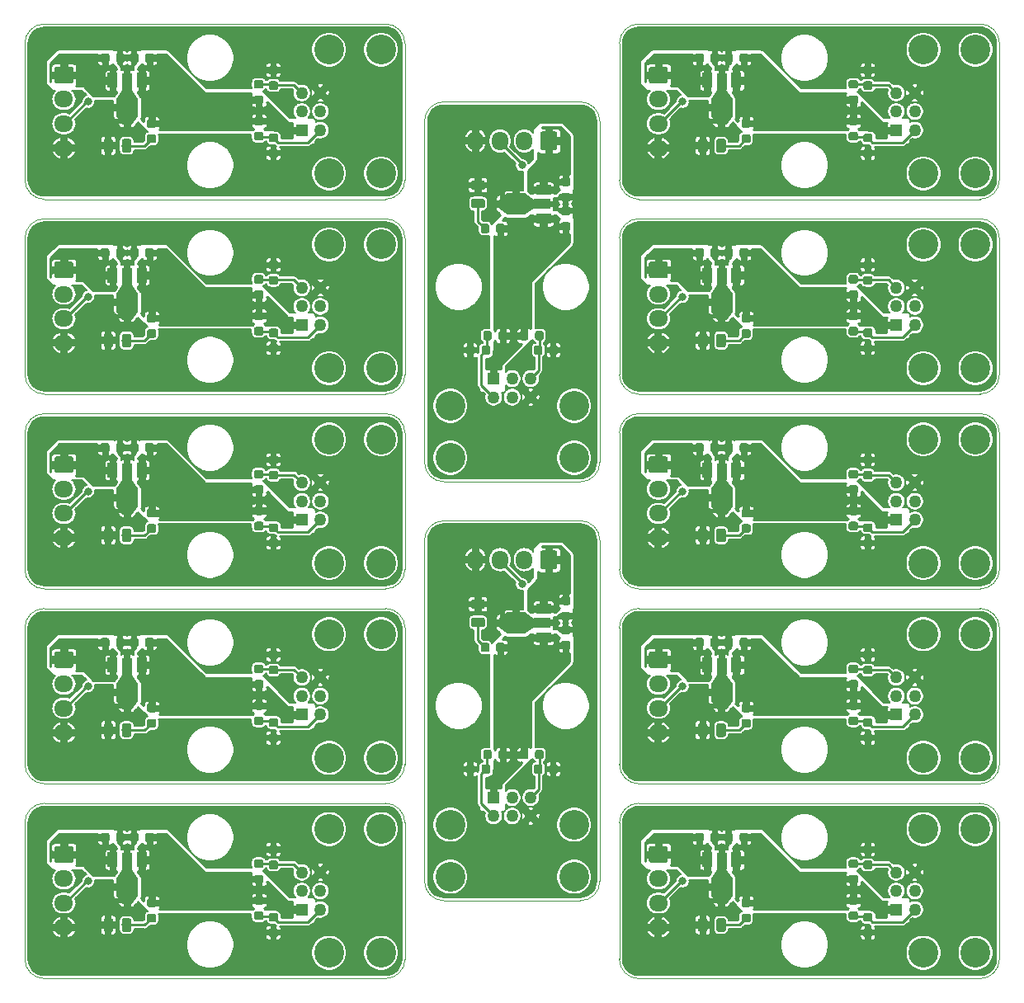
<source format=gtl>
%MOIN*%
%OFA0B0*%
%FSLAX46Y46*%
%IPPOS*%
%LPD*%
%ADD10C,0.0039370078740157488*%
%ADD11C,0.0039370078740157488*%
%ADD12C,0.034448818897637797*%
%ADD13C,0.066929133858267723*%
%ADD14O,0.076771653543307089X0.066929133858267723*%
%ADD15C,0.038385826771653545*%
%ADD16C,0.033464566929133861*%
%ADD17R,0.03937007874015748X0.059055118110236227*%
%ADD18R,0.03937007874015748X0.070866141732283464*%
%ADD19R,0.086614173228346469X0.072440944881889777*%
%ADD20C,0.03937007874015748*%
%ADD21R,0.05X0.05*%
%ADD22C,0.05*%
%ADD23C,0.12000000000000001*%
%ADD24C,0.031496062992125991*%
%ADD25C,0.00984251968503937*%
%ADD26C,0.01*%
%ADD27C,0.0078740157480314977*%
%ADD38C,0.0039370078740157488*%
%ADD39C,0.0039370078740157488*%
%ADD40C,0.034448818897637797*%
%ADD41C,0.066929133858267723*%
%ADD42O,0.076771653543307089X0.066929133858267723*%
%ADD43C,0.038385826771653545*%
%ADD44C,0.033464566929133861*%
%ADD45R,0.03937007874015748X0.059055118110236227*%
%ADD46R,0.03937007874015748X0.070866141732283464*%
%ADD47R,0.086614173228346469X0.072440944881889777*%
%ADD48C,0.03937007874015748*%
%ADD49R,0.05X0.05*%
%ADD50C,0.05*%
%ADD51C,0.12000000000000001*%
%ADD52C,0.031496062992125991*%
%ADD53C,0.00984251968503937*%
%ADD54C,0.01*%
%ADD55C,0.0078740157480314977*%
%ADD56C,0.0039370078740157488*%
%ADD57C,0.0039370078740157488*%
%ADD58C,0.034448818897637797*%
%ADD59C,0.066929133858267723*%
%ADD60O,0.076771653543307089X0.066929133858267723*%
%ADD61C,0.038385826771653545*%
%ADD62C,0.033464566929133861*%
%ADD63R,0.03937007874015748X0.059055118110236227*%
%ADD64R,0.03937007874015748X0.070866141732283464*%
%ADD65R,0.086614173228346469X0.072440944881889777*%
%ADD66C,0.03937007874015748*%
%ADD67R,0.05X0.05*%
%ADD68C,0.05*%
%ADD69C,0.12000000000000001*%
%ADD70C,0.031496062992125991*%
%ADD71C,0.00984251968503937*%
%ADD72C,0.01*%
%ADD73C,0.0078740157480314977*%
%ADD74C,0.0039370078740157488*%
%ADD75C,0.0039370078740157488*%
%ADD76C,0.034448818897637797*%
%ADD77C,0.066929133858267723*%
%ADD78O,0.076771653543307089X0.066929133858267723*%
%ADD79C,0.038385826771653545*%
%ADD80C,0.033464566929133861*%
%ADD81R,0.03937007874015748X0.059055118110236227*%
%ADD82R,0.03937007874015748X0.070866141732283464*%
%ADD83R,0.086614173228346469X0.072440944881889777*%
%ADD84C,0.03937007874015748*%
%ADD85R,0.05X0.05*%
%ADD86C,0.05*%
%ADD87C,0.12000000000000001*%
%ADD88C,0.031496062992125991*%
%ADD89C,0.00984251968503937*%
%ADD90C,0.01*%
%ADD91C,0.0078740157480314977*%
%ADD92C,0.0039370078740157488*%
%ADD93C,0.0039370078740157488*%
%ADD94C,0.034448818897637797*%
%ADD95C,0.066929133858267723*%
%ADD96O,0.076771653543307089X0.066929133858267723*%
%ADD97C,0.038385826771653545*%
%ADD98C,0.033464566929133861*%
%ADD99R,0.03937007874015748X0.059055118110236227*%
%ADD100R,0.03937007874015748X0.070866141732283464*%
%ADD101R,0.086614173228346469X0.072440944881889777*%
%ADD102C,0.03937007874015748*%
%ADD103R,0.05X0.05*%
%ADD104C,0.05*%
%ADD105C,0.12000000000000001*%
%ADD106C,0.031496062992125991*%
%ADD107C,0.00984251968503937*%
%ADD108C,0.01*%
%ADD109C,0.0078740157480314977*%
%ADD110C,0.0039370078740157488*%
%ADD111C,0.0039370078740157488*%
%ADD112C,0.034448818897637797*%
%ADD113C,0.066929133858267723*%
%ADD114O,0.076771653543307089X0.066929133858267723*%
%ADD115C,0.038385826771653545*%
%ADD116C,0.033464566929133861*%
%ADD117R,0.03937007874015748X0.059055118110236227*%
%ADD118R,0.03937007874015748X0.070866141732283464*%
%ADD119R,0.086614173228346469X0.072440944881889777*%
%ADD120C,0.03937007874015748*%
%ADD121R,0.05X0.05*%
%ADD122C,0.05*%
%ADD123C,0.12000000000000001*%
%ADD124C,0.031496062992125991*%
%ADD125C,0.00984251968503937*%
%ADD126C,0.01*%
%ADD127C,0.0078740157480314977*%
%ADD128C,0.0039370078740157488*%
%ADD129C,0.0039370078740157488*%
%ADD130C,0.034448818897637797*%
%ADD131C,0.066929133858267723*%
%ADD132O,0.076771653543307089X0.066929133858267723*%
%ADD133C,0.038385826771653545*%
%ADD134C,0.033464566929133861*%
%ADD135R,0.03937007874015748X0.059055118110236227*%
%ADD136R,0.03937007874015748X0.070866141732283464*%
%ADD137R,0.086614173228346469X0.072440944881889777*%
%ADD138C,0.03937007874015748*%
%ADD139R,0.05X0.05*%
%ADD140C,0.05*%
%ADD141C,0.12000000000000001*%
%ADD142C,0.031496062992125991*%
%ADD143C,0.00984251968503937*%
%ADD144C,0.01*%
%ADD145C,0.0078740157480314977*%
%ADD146C,0.0039370078740157488*%
%ADD147C,0.0039370078740157488*%
%ADD148C,0.034448818897637797*%
%ADD149C,0.066929133858267723*%
%ADD150O,0.076771653543307089X0.066929133858267723*%
%ADD151C,0.038385826771653545*%
%ADD152C,0.033464566929133861*%
%ADD153R,0.03937007874015748X0.059055118110236227*%
%ADD154R,0.03937007874015748X0.070866141732283464*%
%ADD155R,0.086614173228346469X0.072440944881889777*%
%ADD156C,0.03937007874015748*%
%ADD157R,0.05X0.05*%
%ADD158C,0.05*%
%ADD159C,0.12000000000000001*%
%ADD160C,0.031496062992125991*%
%ADD161C,0.00984251968503937*%
%ADD162C,0.01*%
%ADD163C,0.0078740157480314977*%
%ADD164C,0.0039370078740157488*%
%ADD165C,0.0039370078740157488*%
%ADD166C,0.034448818897637797*%
%ADD167C,0.066929133858267723*%
%ADD168O,0.076771653543307089X0.066929133858267723*%
%ADD169C,0.038385826771653545*%
%ADD170C,0.033464566929133861*%
%ADD171R,0.03937007874015748X0.059055118110236227*%
%ADD172R,0.03937007874015748X0.070866141732283464*%
%ADD173R,0.086614173228346469X0.072440944881889777*%
%ADD174C,0.03937007874015748*%
%ADD175R,0.05X0.05*%
%ADD176C,0.05*%
%ADD177C,0.12000000000000001*%
%ADD178C,0.031496062992125991*%
%ADD179C,0.00984251968503937*%
%ADD180C,0.01*%
%ADD181C,0.0078740157480314977*%
%ADD182C,0.0039370078740157488*%
%ADD183C,0.0039370078740157488*%
%ADD184C,0.034448818897637797*%
%ADD185C,0.066929133858267723*%
%ADD186O,0.076771653543307089X0.066929133858267723*%
%ADD187C,0.038385826771653545*%
%ADD188C,0.033464566929133861*%
%ADD189R,0.03937007874015748X0.059055118110236227*%
%ADD190R,0.03937007874015748X0.070866141732283464*%
%ADD191R,0.086614173228346469X0.072440944881889777*%
%ADD192C,0.03937007874015748*%
%ADD193R,0.05X0.05*%
%ADD194C,0.05*%
%ADD195C,0.12000000000000001*%
%ADD196C,0.031496062992125991*%
%ADD197C,0.00984251968503937*%
%ADD198C,0.01*%
%ADD199C,0.0078740157480314977*%
%ADD200C,0.0039370078740157488*%
%ADD201C,0.0039370078740157488*%
%ADD202C,0.034448818897637797*%
%ADD203C,0.066929133858267723*%
%ADD204O,0.066929133858267723X0.076771653543307089*%
%ADD205C,0.038385826771653545*%
%ADD206C,0.033464566929133861*%
%ADD207R,0.059055118110236227X0.03937007874015748*%
%ADD208R,0.070866141732283464X0.03937007874015748*%
%ADD209R,0.072440944881889777X0.086614173228346469*%
%ADD210C,0.03937007874015748*%
%ADD211R,0.05X0.05*%
%ADD212C,0.05*%
%ADD213C,0.12000000000000001*%
%ADD214C,0.031496062992125991*%
%ADD215C,0.00984251968503937*%
%ADD216C,0.01*%
%ADD217C,0.0078740157480314977*%
%ADD218C,0.0039370078740157488*%
%ADD219C,0.0039370078740157488*%
%ADD220C,0.034448818897637797*%
%ADD221C,0.066929133858267723*%
%ADD222O,0.066929133858267723X0.076771653543307089*%
%ADD223C,0.038385826771653545*%
%ADD224C,0.033464566929133861*%
%ADD225R,0.059055118110236227X0.03937007874015748*%
%ADD226R,0.070866141732283464X0.03937007874015748*%
%ADD227R,0.072440944881889777X0.086614173228346469*%
%ADD228C,0.03937007874015748*%
%ADD229R,0.05X0.05*%
%ADD230C,0.05*%
%ADD231C,0.12000000000000001*%
%ADD232C,0.031496062992125991*%
%ADD233C,0.00984251968503937*%
%ADD234C,0.01*%
%ADD235C,0.0078740157480314977*%
G01*
D10*
X0001456692Y0000708661D02*
G75*
G02X0001535433Y0000629921J-0000078740D01*
G01*
X0001535433Y0000078740D02*
G75*
G02X0001456692Y0000000000I-0000078740D01*
G01*
X0000078740Y0000000000D02*
G75*
G02X0000000000Y0000078740J0000078740D01*
G01*
X0000000000Y0000629921D02*
G75*
G02X0000078740Y0000708661I0000078740D01*
G01*
X0001535433Y0000078740D02*
X0001535433Y0000629921D01*
X0000078740Y0000000000D02*
X0001456692Y0000000000D01*
X0000000000Y0000629921D02*
X0000000000Y0000078740D01*
X0001456692Y0000708661D02*
X0000078740Y0000708661D01*
D11*
G36*
X0001014869Y0000264722D02*
X0001015705Y0000264598D01*
X0001016525Y0000264392D01*
X0001017321Y0000264108D01*
X0001018085Y0000263746D01*
X0001018810Y0000263312D01*
X0001019489Y0000262808D01*
X0001020115Y0000262241D01*
X0001020682Y0000261615D01*
X0001021186Y0000260936D01*
X0001021620Y0000260211D01*
X0001021982Y0000259447D01*
X0001022266Y0000258651D01*
X0001022472Y0000257831D01*
X0001022596Y0000256995D01*
X0001022637Y0000256151D01*
X0001022637Y0000238927D01*
X0001022596Y0000238082D01*
X0001022472Y0000237246D01*
X0001022266Y0000236427D01*
X0001021982Y0000235631D01*
X0001021620Y0000234867D01*
X0001021186Y0000234142D01*
X0001020682Y0000233463D01*
X0001020115Y0000232837D01*
X0001019489Y0000232269D01*
X0001018810Y0000231766D01*
X0001018085Y0000231331D01*
X0001017321Y0000230970D01*
X0001016525Y0000230685D01*
X0001015705Y0000230480D01*
X0001014869Y0000230356D01*
X0001014025Y0000230314D01*
X0000993848Y0000230314D01*
X0000993004Y0000230356D01*
X0000992168Y0000230480D01*
X0000991348Y0000230685D01*
X0000990552Y0000230970D01*
X0000989788Y0000231331D01*
X0000989063Y0000231766D01*
X0000988384Y0000232269D01*
X0000987758Y0000232837D01*
X0000987191Y0000233463D01*
X0000986687Y0000234142D01*
X0000986253Y0000234867D01*
X0000985891Y0000235631D01*
X0000985607Y0000236427D01*
X0000985401Y0000237246D01*
X0000985277Y0000238082D01*
X0000985236Y0000238927D01*
X0000985236Y0000256151D01*
X0000985277Y0000256995D01*
X0000985401Y0000257831D01*
X0000985607Y0000258651D01*
X0000985891Y0000259447D01*
X0000986253Y0000260211D01*
X0000986687Y0000260936D01*
X0000987191Y0000261615D01*
X0000987758Y0000262241D01*
X0000988384Y0000262808D01*
X0000989063Y0000263312D01*
X0000989788Y0000263746D01*
X0000990552Y0000264108D01*
X0000991348Y0000264392D01*
X0000992168Y0000264598D01*
X0000993004Y0000264722D01*
X0000993848Y0000264763D01*
X0001014025Y0000264763D01*
X0001014869Y0000264722D01*
X0001014869Y0000264722D01*
G37*
D12*
X0001003937Y0000247539D03*
D11*
G36*
X0001014869Y0000202714D02*
X0001015705Y0000202590D01*
X0001016525Y0000202385D01*
X0001017321Y0000202100D01*
X0001018085Y0000201738D01*
X0001018810Y0000201304D01*
X0001019489Y0000200800D01*
X0001020115Y0000200233D01*
X0001020682Y0000199607D01*
X0001021186Y0000198928D01*
X0001021620Y0000198203D01*
X0001021982Y0000197439D01*
X0001022266Y0000196643D01*
X0001022472Y0000195823D01*
X0001022596Y0000194987D01*
X0001022637Y0000194143D01*
X0001022637Y0000176919D01*
X0001022596Y0000176075D01*
X0001022472Y0000175239D01*
X0001022266Y0000174419D01*
X0001021982Y0000173623D01*
X0001021620Y0000172859D01*
X0001021186Y0000172134D01*
X0001020682Y0000171455D01*
X0001020115Y0000170829D01*
X0001019489Y0000170261D01*
X0001018810Y0000169758D01*
X0001018085Y0000169323D01*
X0001017321Y0000168962D01*
X0001016525Y0000168677D01*
X0001015705Y0000168472D01*
X0001014869Y0000168348D01*
X0001014025Y0000168307D01*
X0000993848Y0000168307D01*
X0000993004Y0000168348D01*
X0000992168Y0000168472D01*
X0000991348Y0000168677D01*
X0000990552Y0000168962D01*
X0000989788Y0000169323D01*
X0000989063Y0000169758D01*
X0000988384Y0000170261D01*
X0000987758Y0000170829D01*
X0000987191Y0000171455D01*
X0000986687Y0000172134D01*
X0000986253Y0000172859D01*
X0000985891Y0000173623D01*
X0000985607Y0000174419D01*
X0000985401Y0000175239D01*
X0000985277Y0000176075D01*
X0000985236Y0000176919D01*
X0000985236Y0000194143D01*
X0000985277Y0000194987D01*
X0000985401Y0000195823D01*
X0000985607Y0000196643D01*
X0000985891Y0000197439D01*
X0000986253Y0000198203D01*
X0000986687Y0000198928D01*
X0000987191Y0000199607D01*
X0000987758Y0000200233D01*
X0000988384Y0000200800D01*
X0000989063Y0000201304D01*
X0000989788Y0000201738D01*
X0000990552Y0000202100D01*
X0000991348Y0000202385D01*
X0000992168Y0000202590D01*
X0000993004Y0000202714D01*
X0000993848Y0000202755D01*
X0001014025Y0000202755D01*
X0001014869Y0000202714D01*
X0001014869Y0000202714D01*
G37*
D12*
X0001003937Y0000185531D03*
D11*
G36*
X0001014869Y0000476828D02*
X0001015705Y0000476704D01*
X0001016525Y0000476499D01*
X0001017321Y0000476214D01*
X0001018085Y0000475853D01*
X0001018810Y0000475418D01*
X0001019489Y0000474915D01*
X0001020115Y0000474347D01*
X0001020682Y0000473721D01*
X0001021186Y0000473042D01*
X0001021620Y0000472317D01*
X0001021982Y0000471553D01*
X0001022266Y0000470757D01*
X0001022472Y0000469937D01*
X0001022596Y0000469101D01*
X0001022637Y0000468257D01*
X0001022637Y0000451033D01*
X0001022596Y0000450189D01*
X0001022472Y0000449353D01*
X0001022266Y0000448533D01*
X0001021982Y0000447737D01*
X0001021620Y0000446973D01*
X0001021186Y0000446248D01*
X0001020682Y0000445569D01*
X0001020115Y0000444943D01*
X0001019489Y0000444376D01*
X0001018810Y0000443872D01*
X0001018085Y0000443438D01*
X0001017321Y0000443076D01*
X0001016525Y0000442792D01*
X0001015705Y0000442586D01*
X0001014869Y0000442462D01*
X0001014025Y0000442421D01*
X0000993848Y0000442421D01*
X0000993004Y0000442462D01*
X0000992168Y0000442586D01*
X0000991348Y0000442792D01*
X0000990552Y0000443076D01*
X0000989788Y0000443438D01*
X0000989063Y0000443872D01*
X0000988384Y0000444376D01*
X0000987758Y0000444943D01*
X0000987191Y0000445569D01*
X0000986687Y0000446248D01*
X0000986253Y0000446973D01*
X0000985891Y0000447737D01*
X0000985607Y0000448533D01*
X0000985401Y0000449353D01*
X0000985277Y0000450189D01*
X0000985236Y0000451033D01*
X0000985236Y0000468257D01*
X0000985277Y0000469101D01*
X0000985401Y0000469937D01*
X0000985607Y0000470757D01*
X0000985891Y0000471553D01*
X0000986253Y0000472317D01*
X0000986687Y0000473042D01*
X0000987191Y0000473721D01*
X0000987758Y0000474347D01*
X0000988384Y0000474915D01*
X0000989063Y0000475418D01*
X0000989788Y0000475853D01*
X0000990552Y0000476214D01*
X0000991348Y0000476499D01*
X0000992168Y0000476704D01*
X0000993004Y0000476828D01*
X0000993848Y0000476870D01*
X0001014025Y0000476870D01*
X0001014869Y0000476828D01*
X0001014869Y0000476828D01*
G37*
D12*
X0001003937Y0000459645D03*
D11*
G36*
X0001014869Y0000538836D02*
X0001015705Y0000538712D01*
X0001016525Y0000538507D01*
X0001017321Y0000538222D01*
X0001018085Y0000537860D01*
X0001018810Y0000537426D01*
X0001019489Y0000536922D01*
X0001020115Y0000536355D01*
X0001020682Y0000535729D01*
X0001021186Y0000535050D01*
X0001021620Y0000534325D01*
X0001021982Y0000533561D01*
X0001022266Y0000532765D01*
X0001022472Y0000531945D01*
X0001022596Y0000531109D01*
X0001022637Y0000530265D01*
X0001022637Y0000513041D01*
X0001022596Y0000512197D01*
X0001022472Y0000511361D01*
X0001022266Y0000510541D01*
X0001021982Y0000509745D01*
X0001021620Y0000508981D01*
X0001021186Y0000508256D01*
X0001020682Y0000507577D01*
X0001020115Y0000506951D01*
X0001019489Y0000506383D01*
X0001018810Y0000505880D01*
X0001018085Y0000505446D01*
X0001017321Y0000505084D01*
X0001016525Y0000504799D01*
X0001015705Y0000504594D01*
X0001014869Y0000504470D01*
X0001014025Y0000504429D01*
X0000993848Y0000504429D01*
X0000993004Y0000504470D01*
X0000992168Y0000504594D01*
X0000991348Y0000504799D01*
X0000990552Y0000505084D01*
X0000989788Y0000505446D01*
X0000989063Y0000505880D01*
X0000988384Y0000506383D01*
X0000987758Y0000506951D01*
X0000987191Y0000507577D01*
X0000986687Y0000508256D01*
X0000986253Y0000508981D01*
X0000985891Y0000509745D01*
X0000985607Y0000510541D01*
X0000985401Y0000511361D01*
X0000985277Y0000512197D01*
X0000985236Y0000513041D01*
X0000985236Y0000530265D01*
X0000985277Y0000531109D01*
X0000985401Y0000531945D01*
X0000985607Y0000532765D01*
X0000985891Y0000533561D01*
X0000986253Y0000534325D01*
X0000986687Y0000535050D01*
X0000987191Y0000535729D01*
X0000987758Y0000536355D01*
X0000988384Y0000536922D01*
X0000989063Y0000537426D01*
X0000989788Y0000537860D01*
X0000990552Y0000538222D01*
X0000991348Y0000538507D01*
X0000992168Y0000538712D01*
X0000993004Y0000538836D01*
X0000993848Y0000538877D01*
X0001014025Y0000538877D01*
X0001014869Y0000538836D01*
X0001014869Y0000538836D01*
G37*
D12*
X0001003937Y0000521653D03*
D11*
G36*
X0000186988Y0000535385D02*
X0000187943Y0000535243D01*
X0000188880Y0000535009D01*
X0000189790Y0000534683D01*
X0000190663Y0000534270D01*
X0000191491Y0000533774D01*
X0000192267Y0000533198D01*
X0000192983Y0000532550D01*
X0000193632Y0000531834D01*
X0000194207Y0000531058D01*
X0000194703Y0000530230D01*
X0000195116Y0000529357D01*
X0000195442Y0000528447D01*
X0000195677Y0000527510D01*
X0000195818Y0000526555D01*
X0000195866Y0000525590D01*
X0000195866Y0000478346D01*
X0000195818Y0000477381D01*
X0000195677Y0000476426D01*
X0000195442Y0000475489D01*
X0000195116Y0000474579D01*
X0000194703Y0000473706D01*
X0000194207Y0000472878D01*
X0000193632Y0000472102D01*
X0000192983Y0000471386D01*
X0000192267Y0000470738D01*
X0000191491Y0000470162D01*
X0000190663Y0000469666D01*
X0000189790Y0000469253D01*
X0000188880Y0000468927D01*
X0000187943Y0000468693D01*
X0000186988Y0000468551D01*
X0000186023Y0000468503D01*
X0000128937Y0000468503D01*
X0000127972Y0000468551D01*
X0000127016Y0000468693D01*
X0000126079Y0000468927D01*
X0000125170Y0000469253D01*
X0000124297Y0000469666D01*
X0000123468Y0000470162D01*
X0000122692Y0000470738D01*
X0000121977Y0000471386D01*
X0000121328Y0000472102D01*
X0000120753Y0000472878D01*
X0000120256Y0000473706D01*
X0000119843Y0000474579D01*
X0000119518Y0000475489D01*
X0000119283Y0000476426D01*
X0000119141Y0000477381D01*
X0000119094Y0000478346D01*
X0000119094Y0000525590D01*
X0000119141Y0000526555D01*
X0000119283Y0000527510D01*
X0000119518Y0000528447D01*
X0000119843Y0000529357D01*
X0000120256Y0000530230D01*
X0000120753Y0000531058D01*
X0000121328Y0000531834D01*
X0000121977Y0000532550D01*
X0000122692Y0000533198D01*
X0000123468Y0000533774D01*
X0000124297Y0000534270D01*
X0000125170Y0000534683D01*
X0000126079Y0000535009D01*
X0000127016Y0000535243D01*
X0000127972Y0000535385D01*
X0000128937Y0000535433D01*
X0000186023Y0000535433D01*
X0000186988Y0000535385D01*
X0000186988Y0000535385D01*
G37*
D13*
X0000157480Y0000501968D03*
D14*
X0000157480Y0000403543D03*
X0000157480Y0000305118D03*
X0000157480Y0000206692D03*
D11*
G36*
X0000347643Y0000244048D02*
X0000348574Y0000243910D01*
X0000349488Y0000243681D01*
X0000350375Y0000243363D01*
X0000351226Y0000242961D01*
X0000352034Y0000242477D01*
X0000352790Y0000241916D01*
X0000353488Y0000241283D01*
X0000354120Y0000240585D01*
X0000354681Y0000239829D01*
X0000355166Y0000239021D01*
X0000355568Y0000238170D01*
X0000355885Y0000237283D01*
X0000356114Y0000236370D01*
X0000356252Y0000235438D01*
X0000356299Y0000234497D01*
X0000356299Y0000198572D01*
X0000356252Y0000197632D01*
X0000356114Y0000196700D01*
X0000355885Y0000195787D01*
X0000355568Y0000194900D01*
X0000355166Y0000194049D01*
X0000354681Y0000193241D01*
X0000354120Y0000192484D01*
X0000353488Y0000191787D01*
X0000352790Y0000191154D01*
X0000352034Y0000190593D01*
X0000351226Y0000190109D01*
X0000350375Y0000189706D01*
X0000349488Y0000189389D01*
X0000348574Y0000189160D01*
X0000347643Y0000189022D01*
X0000346702Y0000188976D01*
X0000327509Y0000188976D01*
X0000326569Y0000189022D01*
X0000325637Y0000189160D01*
X0000324724Y0000189389D01*
X0000323837Y0000189706D01*
X0000322986Y0000190109D01*
X0000322178Y0000190593D01*
X0000321421Y0000191154D01*
X0000320724Y0000191787D01*
X0000320091Y0000192484D01*
X0000319530Y0000193241D01*
X0000319046Y0000194049D01*
X0000318643Y0000194900D01*
X0000318326Y0000195787D01*
X0000318097Y0000196700D01*
X0000317959Y0000197632D01*
X0000317913Y0000198572D01*
X0000317913Y0000234497D01*
X0000317959Y0000235438D01*
X0000318097Y0000236370D01*
X0000318326Y0000237283D01*
X0000318643Y0000238170D01*
X0000319046Y0000239021D01*
X0000319530Y0000239829D01*
X0000320091Y0000240585D01*
X0000320724Y0000241283D01*
X0000321421Y0000241916D01*
X0000322178Y0000242477D01*
X0000322986Y0000242961D01*
X0000323837Y0000243363D01*
X0000324724Y0000243681D01*
X0000325637Y0000243910D01*
X0000326569Y0000244048D01*
X0000327509Y0000244094D01*
X0000346702Y0000244094D01*
X0000347643Y0000244048D01*
X0000347643Y0000244048D01*
G37*
D15*
X0000337106Y0000216535D03*
D11*
G36*
X0000421462Y0000244048D02*
X0000422393Y0000243910D01*
X0000423307Y0000243681D01*
X0000424194Y0000243363D01*
X0000425045Y0000242961D01*
X0000425853Y0000242477D01*
X0000426609Y0000241916D01*
X0000427307Y0000241283D01*
X0000427939Y0000240585D01*
X0000428500Y0000239829D01*
X0000428984Y0000239021D01*
X0000429387Y0000238170D01*
X0000429704Y0000237283D01*
X0000429933Y0000236370D01*
X0000430071Y0000235438D01*
X0000430118Y0000234497D01*
X0000430118Y0000198572D01*
X0000430071Y0000197632D01*
X0000429933Y0000196700D01*
X0000429704Y0000195787D01*
X0000429387Y0000194900D01*
X0000428984Y0000194049D01*
X0000428500Y0000193241D01*
X0000427939Y0000192484D01*
X0000427307Y0000191787D01*
X0000426609Y0000191154D01*
X0000425853Y0000190593D01*
X0000425045Y0000190109D01*
X0000424194Y0000189706D01*
X0000423307Y0000189389D01*
X0000422393Y0000189160D01*
X0000421462Y0000189022D01*
X0000420521Y0000188976D01*
X0000401328Y0000188976D01*
X0000400388Y0000189022D01*
X0000399456Y0000189160D01*
X0000398542Y0000189389D01*
X0000397656Y0000189706D01*
X0000396804Y0000190109D01*
X0000395997Y0000190593D01*
X0000395240Y0000191154D01*
X0000394543Y0000191787D01*
X0000393910Y0000192484D01*
X0000393349Y0000193241D01*
X0000392865Y0000194049D01*
X0000392462Y0000194900D01*
X0000392145Y0000195787D01*
X0000391916Y0000196700D01*
X0000391778Y0000197632D01*
X0000391732Y0000198572D01*
X0000391732Y0000234497D01*
X0000391778Y0000235438D01*
X0000391916Y0000236370D01*
X0000392145Y0000237283D01*
X0000392462Y0000238170D01*
X0000392865Y0000239021D01*
X0000393349Y0000239829D01*
X0000393910Y0000240585D01*
X0000394543Y0000241283D01*
X0000395240Y0000241916D01*
X0000395997Y0000242477D01*
X0000396804Y0000242961D01*
X0000397656Y0000243363D01*
X0000398542Y0000243681D01*
X0000399456Y0000243910D01*
X0000400388Y0000244048D01*
X0000401328Y0000244094D01*
X0000420521Y0000244094D01*
X0000421462Y0000244048D01*
X0000421462Y0000244048D01*
G37*
D15*
X0000410925Y0000216535D03*
D11*
G36*
X0000955814Y0000481257D02*
X0000956650Y0000481133D01*
X0000957470Y0000480928D01*
X0000958266Y0000480643D01*
X0000959030Y0000480282D01*
X0000959755Y0000479847D01*
X0000960434Y0000479344D01*
X0000961060Y0000478776D01*
X0000961627Y0000478150D01*
X0000962131Y0000477471D01*
X0000962565Y0000476746D01*
X0000962927Y0000475982D01*
X0000963211Y0000475187D01*
X0000963417Y0000474367D01*
X0000963541Y0000473531D01*
X0000963582Y0000472686D01*
X0000963582Y0000455462D01*
X0000963541Y0000454618D01*
X0000963417Y0000453782D01*
X0000963211Y0000452962D01*
X0000962927Y0000452166D01*
X0000962565Y0000451402D01*
X0000962131Y0000450677D01*
X0000961627Y0000449999D01*
X0000961060Y0000449372D01*
X0000960434Y0000448805D01*
X0000959755Y0000448301D01*
X0000959030Y0000447867D01*
X0000958266Y0000447505D01*
X0000957470Y0000447221D01*
X0000956650Y0000447015D01*
X0000955814Y0000446891D01*
X0000954970Y0000446850D01*
X0000934793Y0000446850D01*
X0000933949Y0000446891D01*
X0000933113Y0000447015D01*
X0000932293Y0000447221D01*
X0000931497Y0000447505D01*
X0000930733Y0000447867D01*
X0000930008Y0000448301D01*
X0000929329Y0000448805D01*
X0000928703Y0000449372D01*
X0000928135Y0000449999D01*
X0000927632Y0000450677D01*
X0000927198Y0000451402D01*
X0000926836Y0000452166D01*
X0000926551Y0000452962D01*
X0000926346Y0000453782D01*
X0000926222Y0000454618D01*
X0000926181Y0000455462D01*
X0000926181Y0000472686D01*
X0000926222Y0000473531D01*
X0000926346Y0000474367D01*
X0000926551Y0000475187D01*
X0000926836Y0000475982D01*
X0000927198Y0000476746D01*
X0000927632Y0000477471D01*
X0000928135Y0000478150D01*
X0000928703Y0000478776D01*
X0000929329Y0000479344D01*
X0000930008Y0000479847D01*
X0000930733Y0000480282D01*
X0000931497Y0000480643D01*
X0000932293Y0000480928D01*
X0000933113Y0000481133D01*
X0000933949Y0000481257D01*
X0000934793Y0000481299D01*
X0000954970Y0000481299D01*
X0000955814Y0000481257D01*
X0000955814Y0000481257D01*
G37*
D12*
X0000944881Y0000464074D03*
D11*
G36*
X0000955814Y0000419249D02*
X0000956650Y0000419125D01*
X0000957470Y0000418920D01*
X0000958266Y0000418635D01*
X0000959030Y0000418274D01*
X0000959755Y0000417839D01*
X0000960434Y0000417336D01*
X0000961060Y0000416768D01*
X0000961627Y0000416142D01*
X0000962131Y0000415463D01*
X0000962565Y0000414738D01*
X0000962927Y0000413974D01*
X0000963211Y0000413179D01*
X0000963417Y0000412359D01*
X0000963541Y0000411523D01*
X0000963582Y0000410679D01*
X0000963582Y0000393454D01*
X0000963541Y0000392610D01*
X0000963417Y0000391774D01*
X0000963211Y0000390954D01*
X0000962927Y0000390158D01*
X0000962565Y0000389394D01*
X0000962131Y0000388670D01*
X0000961627Y0000387991D01*
X0000961060Y0000387364D01*
X0000960434Y0000386797D01*
X0000959755Y0000386293D01*
X0000959030Y0000385859D01*
X0000958266Y0000385498D01*
X0000957470Y0000385213D01*
X0000956650Y0000385007D01*
X0000955814Y0000384883D01*
X0000954970Y0000384842D01*
X0000934793Y0000384842D01*
X0000933949Y0000384883D01*
X0000933113Y0000385007D01*
X0000932293Y0000385213D01*
X0000931497Y0000385498D01*
X0000930733Y0000385859D01*
X0000930008Y0000386293D01*
X0000929329Y0000386797D01*
X0000928703Y0000387364D01*
X0000928135Y0000387991D01*
X0000927632Y0000388670D01*
X0000927198Y0000389394D01*
X0000926836Y0000390158D01*
X0000926551Y0000390954D01*
X0000926346Y0000391774D01*
X0000926222Y0000392610D01*
X0000926181Y0000393454D01*
X0000926181Y0000410679D01*
X0000926222Y0000411523D01*
X0000926346Y0000412359D01*
X0000926551Y0000413179D01*
X0000926836Y0000413974D01*
X0000927198Y0000414738D01*
X0000927632Y0000415463D01*
X0000928135Y0000416142D01*
X0000928703Y0000416768D01*
X0000929329Y0000417336D01*
X0000930008Y0000417839D01*
X0000930733Y0000418274D01*
X0000931497Y0000418635D01*
X0000932293Y0000418920D01*
X0000933113Y0000419125D01*
X0000933949Y0000419249D01*
X0000934793Y0000419291D01*
X0000954970Y0000419291D01*
X0000955814Y0000419249D01*
X0000955814Y0000419249D01*
G37*
D12*
X0000944881Y0000402066D03*
D11*
G36*
X0000522743Y0000261769D02*
X0000523579Y0000261645D01*
X0000524399Y0000261440D01*
X0000525195Y0000261155D01*
X0000525959Y0000260794D01*
X0000526684Y0000260359D01*
X0000527363Y0000259856D01*
X0000527989Y0000259288D01*
X0000528556Y0000258662D01*
X0000529060Y0000257983D01*
X0000529494Y0000257258D01*
X0000529856Y0000256494D01*
X0000530140Y0000255698D01*
X0000530346Y0000254878D01*
X0000530470Y0000254042D01*
X0000530511Y0000253198D01*
X0000530511Y0000235974D01*
X0000530470Y0000235130D01*
X0000530346Y0000234294D01*
X0000530140Y0000233474D01*
X0000529856Y0000232678D01*
X0000529494Y0000231914D01*
X0000529060Y0000231189D01*
X0000528556Y0000230510D01*
X0000527989Y0000229884D01*
X0000527363Y0000229317D01*
X0000526684Y0000228813D01*
X0000525959Y0000228379D01*
X0000525195Y0000228017D01*
X0000524399Y0000227733D01*
X0000523579Y0000227527D01*
X0000522743Y0000227403D01*
X0000521899Y0000227362D01*
X0000501722Y0000227362D01*
X0000500878Y0000227403D01*
X0000500042Y0000227527D01*
X0000499222Y0000227733D01*
X0000498426Y0000228017D01*
X0000497662Y0000228379D01*
X0000496937Y0000228813D01*
X0000496258Y0000229317D01*
X0000495632Y0000229884D01*
X0000495065Y0000230510D01*
X0000494561Y0000231189D01*
X0000494127Y0000231914D01*
X0000493765Y0000232678D01*
X0000493481Y0000233474D01*
X0000493275Y0000234294D01*
X0000493151Y0000235130D01*
X0000493110Y0000235974D01*
X0000493110Y0000253198D01*
X0000493151Y0000254042D01*
X0000493275Y0000254878D01*
X0000493481Y0000255698D01*
X0000493765Y0000256494D01*
X0000494127Y0000257258D01*
X0000494561Y0000257983D01*
X0000495065Y0000258662D01*
X0000495632Y0000259288D01*
X0000496258Y0000259856D01*
X0000496937Y0000260359D01*
X0000497662Y0000260794D01*
X0000498426Y0000261155D01*
X0000499222Y0000261440D01*
X0000500042Y0000261645D01*
X0000500878Y0000261769D01*
X0000501722Y0000261811D01*
X0000521899Y0000261811D01*
X0000522743Y0000261769D01*
X0000522743Y0000261769D01*
G37*
D12*
X0000511811Y0000244586D03*
D11*
G36*
X0000522743Y0000323777D02*
X0000523579Y0000323653D01*
X0000524399Y0000323448D01*
X0000525195Y0000323163D01*
X0000525959Y0000322801D01*
X0000526684Y0000322367D01*
X0000527363Y0000321864D01*
X0000527989Y0000321296D01*
X0000528556Y0000320670D01*
X0000529060Y0000319991D01*
X0000529494Y0000319266D01*
X0000529856Y0000318502D01*
X0000530140Y0000317706D01*
X0000530346Y0000316886D01*
X0000530470Y0000316050D01*
X0000530511Y0000315206D01*
X0000530511Y0000297982D01*
X0000530470Y0000297138D01*
X0000530346Y0000296302D01*
X0000530140Y0000295482D01*
X0000529856Y0000294686D01*
X0000529494Y0000293922D01*
X0000529060Y0000293197D01*
X0000528556Y0000292518D01*
X0000527989Y0000291892D01*
X0000527363Y0000291324D01*
X0000526684Y0000290821D01*
X0000525959Y0000290386D01*
X0000525195Y0000290025D01*
X0000524399Y0000289740D01*
X0000523579Y0000289535D01*
X0000522743Y0000289411D01*
X0000521899Y0000289370D01*
X0000501722Y0000289370D01*
X0000500878Y0000289411D01*
X0000500042Y0000289535D01*
X0000499222Y0000289740D01*
X0000498426Y0000290025D01*
X0000497662Y0000290386D01*
X0000496937Y0000290821D01*
X0000496258Y0000291324D01*
X0000495632Y0000291892D01*
X0000495065Y0000292518D01*
X0000494561Y0000293197D01*
X0000494127Y0000293922D01*
X0000493765Y0000294686D01*
X0000493481Y0000295482D01*
X0000493275Y0000296302D01*
X0000493151Y0000297138D01*
X0000493110Y0000297982D01*
X0000493110Y0000315206D01*
X0000493151Y0000316050D01*
X0000493275Y0000316886D01*
X0000493481Y0000317706D01*
X0000493765Y0000318502D01*
X0000494127Y0000319266D01*
X0000494561Y0000319991D01*
X0000495065Y0000320670D01*
X0000495632Y0000321296D01*
X0000496258Y0000321864D01*
X0000496937Y0000322367D01*
X0000497662Y0000322801D01*
X0000498426Y0000323163D01*
X0000499222Y0000323448D01*
X0000500042Y0000323653D01*
X0000500878Y0000323777D01*
X0000501722Y0000323818D01*
X0000521899Y0000323818D01*
X0000522743Y0000323777D01*
X0000522743Y0000323777D01*
G37*
D12*
X0000511811Y0000306594D03*
D16*
X0000413385Y0000317196D03*
D11*
G36*
X0000456692Y0000333929D02*
X0000433070Y0000300464D01*
X0000393700Y0000300464D01*
X0000370078Y0000333929D01*
X0000456692Y0000333929D01*
X0000456692Y0000333929D01*
G37*
D17*
X0000472440Y0000480464D03*
D18*
X0000413385Y0000474696D03*
D17*
X0000354330Y0000480464D03*
D19*
X0000413385Y0000369696D03*
D20*
X0000413385Y0000425196D03*
D11*
G36*
X0000370078Y0000405511D02*
X0000397637Y0000444881D01*
X0000429133Y0000444881D01*
X0000456692Y0000405511D01*
X0000370078Y0000405511D01*
X0000370078Y0000405511D01*
G37*
G36*
X0000450893Y0000589525D02*
X0000451729Y0000589401D01*
X0000452549Y0000589196D01*
X0000453344Y0000588911D01*
X0000454108Y0000588549D01*
X0000454833Y0000588115D01*
X0000455512Y0000587612D01*
X0000456138Y0000587044D01*
X0000456706Y0000586418D01*
X0000457210Y0000585739D01*
X0000457644Y0000585014D01*
X0000458005Y0000584250D01*
X0000458290Y0000583454D01*
X0000458495Y0000582634D01*
X0000458619Y0000581798D01*
X0000458661Y0000580954D01*
X0000458661Y0000560777D01*
X0000458619Y0000559933D01*
X0000458495Y0000559097D01*
X0000458290Y0000558277D01*
X0000458005Y0000557481D01*
X0000457644Y0000556717D01*
X0000457210Y0000555992D01*
X0000456706Y0000555313D01*
X0000456138Y0000554687D01*
X0000455512Y0000554120D01*
X0000454833Y0000553616D01*
X0000454108Y0000553182D01*
X0000453344Y0000552820D01*
X0000452549Y0000552536D01*
X0000451729Y0000552330D01*
X0000450893Y0000552206D01*
X0000450049Y0000552165D01*
X0000432824Y0000552165D01*
X0000431980Y0000552206D01*
X0000431144Y0000552330D01*
X0000430324Y0000552536D01*
X0000429529Y0000552820D01*
X0000428765Y0000553182D01*
X0000428040Y0000553616D01*
X0000427361Y0000554120D01*
X0000426735Y0000554687D01*
X0000426167Y0000555313D01*
X0000425663Y0000555992D01*
X0000425229Y0000556717D01*
X0000424868Y0000557481D01*
X0000424583Y0000558277D01*
X0000424378Y0000559097D01*
X0000424254Y0000559933D01*
X0000424212Y0000560777D01*
X0000424212Y0000580954D01*
X0000424254Y0000581798D01*
X0000424378Y0000582634D01*
X0000424583Y0000583454D01*
X0000424868Y0000584250D01*
X0000425229Y0000585014D01*
X0000425663Y0000585739D01*
X0000426167Y0000586418D01*
X0000426735Y0000587044D01*
X0000427361Y0000587612D01*
X0000428040Y0000588115D01*
X0000428765Y0000588549D01*
X0000429529Y0000588911D01*
X0000430324Y0000589196D01*
X0000431144Y0000589401D01*
X0000431980Y0000589525D01*
X0000432824Y0000589566D01*
X0000450049Y0000589566D01*
X0000450893Y0000589525D01*
X0000450893Y0000589525D01*
G37*
D12*
X0000441437Y0000570866D03*
D11*
G36*
X0000512901Y0000589525D02*
X0000513737Y0000589401D01*
X0000514557Y0000589196D01*
X0000515352Y0000588911D01*
X0000516116Y0000588549D01*
X0000516841Y0000588115D01*
X0000517520Y0000587612D01*
X0000518146Y0000587044D01*
X0000518714Y0000586418D01*
X0000519217Y0000585739D01*
X0000519652Y0000585014D01*
X0000520013Y0000584250D01*
X0000520298Y0000583454D01*
X0000520503Y0000582634D01*
X0000520627Y0000581798D01*
X0000520669Y0000580954D01*
X0000520669Y0000560777D01*
X0000520627Y0000559933D01*
X0000520503Y0000559097D01*
X0000520298Y0000558277D01*
X0000520013Y0000557481D01*
X0000519652Y0000556717D01*
X0000519217Y0000555992D01*
X0000518714Y0000555313D01*
X0000518146Y0000554687D01*
X0000517520Y0000554120D01*
X0000516841Y0000553616D01*
X0000516116Y0000553182D01*
X0000515352Y0000552820D01*
X0000514557Y0000552536D01*
X0000513737Y0000552330D01*
X0000512901Y0000552206D01*
X0000512057Y0000552165D01*
X0000494832Y0000552165D01*
X0000493988Y0000552206D01*
X0000493152Y0000552330D01*
X0000492332Y0000552536D01*
X0000491536Y0000552820D01*
X0000490772Y0000553182D01*
X0000490047Y0000553616D01*
X0000489369Y0000554120D01*
X0000488742Y0000554687D01*
X0000488175Y0000555313D01*
X0000487671Y0000555992D01*
X0000487237Y0000556717D01*
X0000486876Y0000557481D01*
X0000486591Y0000558277D01*
X0000486385Y0000559097D01*
X0000486261Y0000559933D01*
X0000486220Y0000560777D01*
X0000486220Y0000580954D01*
X0000486261Y0000581798D01*
X0000486385Y0000582634D01*
X0000486591Y0000583454D01*
X0000486876Y0000584250D01*
X0000487237Y0000585014D01*
X0000487671Y0000585739D01*
X0000488175Y0000586418D01*
X0000488742Y0000587044D01*
X0000489369Y0000587612D01*
X0000490047Y0000588115D01*
X0000490772Y0000588549D01*
X0000491536Y0000588911D01*
X0000492332Y0000589196D01*
X0000493152Y0000589401D01*
X0000493988Y0000589525D01*
X0000494832Y0000589566D01*
X0000512057Y0000589566D01*
X0000512901Y0000589525D01*
X0000512901Y0000589525D01*
G37*
D12*
X0000503444Y0000570866D03*
D11*
G36*
X0000332783Y0000589525D02*
X0000333619Y0000589401D01*
X0000334438Y0000589196D01*
X0000335234Y0000588911D01*
X0000335998Y0000588549D01*
X0000336723Y0000588115D01*
X0000337402Y0000587612D01*
X0000338028Y0000587044D01*
X0000338596Y0000586418D01*
X0000339099Y0000585739D01*
X0000339534Y0000585014D01*
X0000339895Y0000584250D01*
X0000340180Y0000583454D01*
X0000340385Y0000582634D01*
X0000340509Y0000581798D01*
X0000340551Y0000580954D01*
X0000340551Y0000560777D01*
X0000340509Y0000559933D01*
X0000340385Y0000559097D01*
X0000340180Y0000558277D01*
X0000339895Y0000557481D01*
X0000339534Y0000556717D01*
X0000339099Y0000555992D01*
X0000338596Y0000555313D01*
X0000338028Y0000554687D01*
X0000337402Y0000554120D01*
X0000336723Y0000553616D01*
X0000335998Y0000553182D01*
X0000335234Y0000552820D01*
X0000334438Y0000552536D01*
X0000333619Y0000552330D01*
X0000332783Y0000552206D01*
X0000331938Y0000552165D01*
X0000314714Y0000552165D01*
X0000313870Y0000552206D01*
X0000313034Y0000552330D01*
X0000312214Y0000552536D01*
X0000311418Y0000552820D01*
X0000310654Y0000553182D01*
X0000309929Y0000553616D01*
X0000309250Y0000554120D01*
X0000308624Y0000554687D01*
X0000308057Y0000555313D01*
X0000307553Y0000555992D01*
X0000307119Y0000556717D01*
X0000306757Y0000557481D01*
X0000306473Y0000558277D01*
X0000306267Y0000559097D01*
X0000306143Y0000559933D01*
X0000306102Y0000560777D01*
X0000306102Y0000580954D01*
X0000306143Y0000581798D01*
X0000306267Y0000582634D01*
X0000306473Y0000583454D01*
X0000306757Y0000584250D01*
X0000307119Y0000585014D01*
X0000307553Y0000585739D01*
X0000308057Y0000586418D01*
X0000308624Y0000587044D01*
X0000309250Y0000587612D01*
X0000309929Y0000588115D01*
X0000310654Y0000588549D01*
X0000311418Y0000588911D01*
X0000312214Y0000589196D01*
X0000313034Y0000589401D01*
X0000313870Y0000589525D01*
X0000314714Y0000589566D01*
X0000331938Y0000589566D01*
X0000332783Y0000589525D01*
X0000332783Y0000589525D01*
G37*
D12*
X0000323326Y0000570866D03*
D11*
G36*
X0000394790Y0000589525D02*
X0000395626Y0000589401D01*
X0000396446Y0000589196D01*
X0000397242Y0000588911D01*
X0000398006Y0000588549D01*
X0000398731Y0000588115D01*
X0000399410Y0000587612D01*
X0000400036Y0000587044D01*
X0000400604Y0000586418D01*
X0000401107Y0000585739D01*
X0000401542Y0000585014D01*
X0000401903Y0000584250D01*
X0000402188Y0000583454D01*
X0000402393Y0000582634D01*
X0000402517Y0000581798D01*
X0000402559Y0000580954D01*
X0000402559Y0000560777D01*
X0000402517Y0000559933D01*
X0000402393Y0000559097D01*
X0000402188Y0000558277D01*
X0000401903Y0000557481D01*
X0000401542Y0000556717D01*
X0000401107Y0000555992D01*
X0000400604Y0000555313D01*
X0000400036Y0000554687D01*
X0000399410Y0000554120D01*
X0000398731Y0000553616D01*
X0000398006Y0000553182D01*
X0000397242Y0000552820D01*
X0000396446Y0000552536D01*
X0000395626Y0000552330D01*
X0000394790Y0000552206D01*
X0000393946Y0000552165D01*
X0000376722Y0000552165D01*
X0000375878Y0000552206D01*
X0000375042Y0000552330D01*
X0000374222Y0000552536D01*
X0000373426Y0000552820D01*
X0000372662Y0000553182D01*
X0000371937Y0000553616D01*
X0000371258Y0000554120D01*
X0000370632Y0000554687D01*
X0000370065Y0000555313D01*
X0000369561Y0000555992D01*
X0000369127Y0000556717D01*
X0000368765Y0000557481D01*
X0000368481Y0000558277D01*
X0000368275Y0000559097D01*
X0000368151Y0000559933D01*
X0000368110Y0000560777D01*
X0000368110Y0000580954D01*
X0000368151Y0000581798D01*
X0000368275Y0000582634D01*
X0000368481Y0000583454D01*
X0000368765Y0000584250D01*
X0000369127Y0000585014D01*
X0000369561Y0000585739D01*
X0000370065Y0000586418D01*
X0000370632Y0000587044D01*
X0000371258Y0000587612D01*
X0000371937Y0000588115D01*
X0000372662Y0000588549D01*
X0000373426Y0000588911D01*
X0000374222Y0000589196D01*
X0000375042Y0000589401D01*
X0000375878Y0000589525D01*
X0000376722Y0000589566D01*
X0000393946Y0000589566D01*
X0000394790Y0000589525D01*
X0000394790Y0000589525D01*
G37*
D12*
X0000385334Y0000570866D03*
D11*
G36*
X0000955814Y0000333619D02*
X0000956650Y0000333495D01*
X0000957470Y0000333290D01*
X0000958266Y0000333005D01*
X0000959030Y0000332644D01*
X0000959755Y0000332210D01*
X0000960434Y0000331706D01*
X0000961060Y0000331138D01*
X0000961627Y0000330512D01*
X0000962131Y0000329833D01*
X0000962565Y0000329108D01*
X0000962927Y0000328344D01*
X0000963211Y0000327549D01*
X0000963417Y0000326729D01*
X0000963541Y0000325893D01*
X0000963582Y0000325049D01*
X0000963582Y0000307824D01*
X0000963541Y0000306980D01*
X0000963417Y0000306144D01*
X0000963211Y0000305324D01*
X0000962927Y0000304529D01*
X0000962565Y0000303765D01*
X0000962131Y0000303040D01*
X0000961627Y0000302361D01*
X0000961060Y0000301735D01*
X0000960434Y0000301167D01*
X0000959755Y0000300663D01*
X0000959030Y0000300229D01*
X0000958266Y0000299868D01*
X0000957470Y0000299583D01*
X0000956650Y0000299378D01*
X0000955814Y0000299254D01*
X0000954970Y0000299212D01*
X0000934793Y0000299212D01*
X0000933949Y0000299254D01*
X0000933113Y0000299378D01*
X0000932293Y0000299583D01*
X0000931497Y0000299868D01*
X0000930733Y0000300229D01*
X0000930008Y0000300663D01*
X0000929329Y0000301167D01*
X0000928703Y0000301735D01*
X0000928135Y0000302361D01*
X0000927632Y0000303040D01*
X0000927198Y0000303765D01*
X0000926836Y0000304529D01*
X0000926551Y0000305324D01*
X0000926346Y0000306144D01*
X0000926222Y0000306980D01*
X0000926181Y0000307824D01*
X0000926181Y0000325049D01*
X0000926222Y0000325893D01*
X0000926346Y0000326729D01*
X0000926551Y0000327549D01*
X0000926836Y0000328344D01*
X0000927198Y0000329108D01*
X0000927632Y0000329833D01*
X0000928135Y0000330512D01*
X0000928703Y0000331138D01*
X0000929329Y0000331706D01*
X0000930008Y0000332210D01*
X0000930733Y0000332644D01*
X0000931497Y0000333005D01*
X0000932293Y0000333290D01*
X0000933113Y0000333495D01*
X0000933949Y0000333619D01*
X0000934793Y0000333661D01*
X0000954970Y0000333661D01*
X0000955814Y0000333619D01*
X0000955814Y0000333619D01*
G37*
D12*
X0000944881Y0000316436D03*
D11*
G36*
X0000955814Y0000271612D02*
X0000956650Y0000271488D01*
X0000957470Y0000271282D01*
X0000958266Y0000270997D01*
X0000959030Y0000270636D01*
X0000959755Y0000270202D01*
X0000960434Y0000269698D01*
X0000961060Y0000269131D01*
X0000961627Y0000268504D01*
X0000962131Y0000267825D01*
X0000962565Y0000267101D01*
X0000962927Y0000266337D01*
X0000963211Y0000265541D01*
X0000963417Y0000264721D01*
X0000963541Y0000263885D01*
X0000963582Y0000263041D01*
X0000963582Y0000245816D01*
X0000963541Y0000244972D01*
X0000963417Y0000244136D01*
X0000963211Y0000243316D01*
X0000962927Y0000242521D01*
X0000962565Y0000241757D01*
X0000962131Y0000241032D01*
X0000961627Y0000240353D01*
X0000961060Y0000239727D01*
X0000960434Y0000239159D01*
X0000959755Y0000238656D01*
X0000959030Y0000238221D01*
X0000958266Y0000237860D01*
X0000957470Y0000237575D01*
X0000956650Y0000237370D01*
X0000955814Y0000237246D01*
X0000954970Y0000237204D01*
X0000934793Y0000237204D01*
X0000933949Y0000237246D01*
X0000933113Y0000237370D01*
X0000932293Y0000237575D01*
X0000931497Y0000237860D01*
X0000930733Y0000238221D01*
X0000930008Y0000238656D01*
X0000929329Y0000239159D01*
X0000928703Y0000239727D01*
X0000928135Y0000240353D01*
X0000927632Y0000241032D01*
X0000927198Y0000241757D01*
X0000926836Y0000242521D01*
X0000926551Y0000243316D01*
X0000926346Y0000244136D01*
X0000926222Y0000244972D01*
X0000926181Y0000245816D01*
X0000926181Y0000263041D01*
X0000926222Y0000263885D01*
X0000926346Y0000264721D01*
X0000926551Y0000265541D01*
X0000926836Y0000266337D01*
X0000927198Y0000267101D01*
X0000927632Y0000267825D01*
X0000928135Y0000268504D01*
X0000928703Y0000269131D01*
X0000929329Y0000269698D01*
X0000930008Y0000270202D01*
X0000930733Y0000270636D01*
X0000931497Y0000270997D01*
X0000932293Y0000271282D01*
X0000933113Y0000271488D01*
X0000933949Y0000271612D01*
X0000934793Y0000271653D01*
X0000954970Y0000271653D01*
X0000955814Y0000271612D01*
X0000955814Y0000271612D01*
G37*
D12*
X0000944881Y0000254429D03*
D21*
X0001118582Y0000279330D03*
D22*
X0001193582Y0000279330D03*
X0001118582Y0000354330D03*
X0001193582Y0000354330D03*
X0001118582Y0000429330D03*
X0001193582Y0000429330D03*
D23*
X0001228582Y0000104330D03*
X0001438582Y0000604330D03*
X0001438582Y0000104330D03*
X0001228582Y0000604330D03*
D24*
X0000255905Y0000393700D03*
X0000413385Y0000275590D03*
X0000944881Y0000177165D03*
X0000944881Y0000531496D03*
X0000413385Y0000610236D03*
D25*
X0000250984Y0000393700D02*
X0000255905Y0000393700D01*
X0000157480Y0000305118D02*
X0000162401Y0000305118D01*
X0000162401Y0000305118D02*
X0000250984Y0000393700D01*
X0001000984Y0000464074D02*
X0001003937Y0000461122D01*
X0000944881Y0000464074D02*
X0001000984Y0000464074D01*
X0001086791Y0000461122D02*
X0001118582Y0000429330D01*
X0001003937Y0000461122D02*
X0001086791Y0000461122D01*
X0000998523Y0000252952D02*
X0001003937Y0000247539D01*
X0000944881Y0000252952D02*
X0000998523Y0000252952D01*
X0001143617Y0000229365D02*
X0001022110Y0000229365D01*
X0001193582Y0000279330D02*
X0001143617Y0000229365D01*
X0001022110Y0000229365D02*
X0001003937Y0000247539D01*
X0000483759Y0000216535D02*
X0000511811Y0000244586D01*
X0000433070Y0000216535D02*
X0000483759Y0000216535D01*
X0000410925Y0000216535D02*
X0000433070Y0000216535D01*
X0000433070Y0000216535D02*
X0000441437Y0000216535D01*
D26*
G36*
X0000291102Y0000583966D02*
X0000294852Y0000580216D01*
X0000314714Y0000580216D01*
X0000314714Y0000582401D01*
X0000331938Y0000582401D01*
X0000331938Y0000580216D01*
X0000334862Y0000580216D01*
X0000334862Y0000561515D01*
X0000331938Y0000561515D01*
X0000331938Y0000540915D01*
X0000335688Y0000537165D01*
X0000342028Y0000537165D01*
X0000344926Y0000537741D01*
X0000347656Y0000538872D01*
X0000350113Y0000540514D01*
X0000352202Y0000542603D01*
X0000353658Y0000544782D01*
X0000369015Y0000529424D01*
X0000369015Y0000524992D01*
X0000367923Y0000524992D01*
X0000364173Y0000521242D01*
X0000364173Y0000491212D01*
X0000365866Y0000491212D01*
X0000365866Y0000469716D01*
X0000364173Y0000469716D01*
X0000364173Y0000439686D01*
X0000367923Y0000435937D01*
X0000369015Y0000435937D01*
X0000369015Y0000430276D01*
X0000360692Y0000418385D01*
X0000277661Y0000418385D01*
X0000239756Y0000456291D01*
X0000238998Y0000456913D01*
X0000238133Y0000457375D01*
X0000237195Y0000457659D01*
X0000236220Y0000457755D01*
X0000206331Y0000457755D01*
X0000207517Y0000458942D01*
X0000209158Y0000461398D01*
X0000210289Y0000464128D01*
X0000210655Y0000465966D01*
X0000319645Y0000465966D01*
X0000319645Y0000449459D01*
X0000320222Y0000446561D01*
X0000321352Y0000443831D01*
X0000322994Y0000441375D01*
X0000325083Y0000439285D01*
X0000327540Y0000437644D01*
X0000330270Y0000436513D01*
X0000333168Y0000435937D01*
X0000340738Y0000435937D01*
X0000344488Y0000439686D01*
X0000344488Y0000469716D01*
X0000323395Y0000469716D01*
X0000319645Y0000465966D01*
X0000210655Y0000465966D01*
X0000210866Y0000467026D01*
X0000210866Y0000487470D01*
X0000207116Y0000491220D01*
X0000168228Y0000491220D01*
X0000168228Y0000490433D01*
X0000146732Y0000490433D01*
X0000146732Y0000491220D01*
X0000107844Y0000491220D01*
X0000104094Y0000487470D01*
X0000104094Y0000473842D01*
X0000103425Y0000474512D01*
X0000103425Y0000511469D01*
X0000319645Y0000511469D01*
X0000319645Y0000494962D01*
X0000323395Y0000491212D01*
X0000344488Y0000491212D01*
X0000344488Y0000521242D01*
X0000340738Y0000524992D01*
X0000333168Y0000524992D01*
X0000330270Y0000524415D01*
X0000327540Y0000523284D01*
X0000325083Y0000521643D01*
X0000322994Y0000519554D01*
X0000321352Y0000517097D01*
X0000320222Y0000514367D01*
X0000319645Y0000511469D01*
X0000103425Y0000511469D01*
X0000103425Y0000536910D01*
X0000104094Y0000536910D01*
X0000104094Y0000516466D01*
X0000107844Y0000512716D01*
X0000146732Y0000512716D01*
X0000146732Y0000546683D01*
X0000168228Y0000546683D01*
X0000168228Y0000512716D01*
X0000207116Y0000512716D01*
X0000210866Y0000516466D01*
X0000210866Y0000536910D01*
X0000210289Y0000539808D01*
X0000209158Y0000542538D01*
X0000207517Y0000544994D01*
X0000205428Y0000547084D01*
X0000202971Y0000548725D01*
X0000200241Y0000549856D01*
X0000197343Y0000550433D01*
X0000171978Y0000550433D01*
X0000168228Y0000546683D01*
X0000146732Y0000546683D01*
X0000142982Y0000550433D01*
X0000117617Y0000550433D01*
X0000114719Y0000549856D01*
X0000111989Y0000548725D01*
X0000109532Y0000547084D01*
X0000107443Y0000544994D01*
X0000105801Y0000542538D01*
X0000104670Y0000539808D01*
X0000104094Y0000536910D01*
X0000103425Y0000536910D01*
X0000103425Y0000549110D01*
X0000112080Y0000557765D01*
X0000291102Y0000557765D01*
X0000291102Y0000550687D01*
X0000291678Y0000547789D01*
X0000292809Y0000545060D01*
X0000294451Y0000542603D01*
X0000296540Y0000540514D01*
X0000298997Y0000538872D01*
X0000301727Y0000537741D01*
X0000304625Y0000537165D01*
X0000310964Y0000537165D01*
X0000314714Y0000540915D01*
X0000314714Y0000561515D01*
X0000294852Y0000561515D01*
X0000291102Y0000557765D01*
X0000112080Y0000557765D01*
X0000139866Y0000585551D01*
X0000291102Y0000585551D01*
X0000291102Y0000583966D01*
X0000291102Y0000583966D01*
G37*
X0000291102Y0000583966D02*
X0000294852Y0000580216D01*
X0000314714Y0000580216D01*
X0000314714Y0000582401D01*
X0000331938Y0000582401D01*
X0000331938Y0000580216D01*
X0000334862Y0000580216D01*
X0000334862Y0000561515D01*
X0000331938Y0000561515D01*
X0000331938Y0000540915D01*
X0000335688Y0000537165D01*
X0000342028Y0000537165D01*
X0000344926Y0000537741D01*
X0000347656Y0000538872D01*
X0000350113Y0000540514D01*
X0000352202Y0000542603D01*
X0000353658Y0000544782D01*
X0000369015Y0000529424D01*
X0000369015Y0000524992D01*
X0000367923Y0000524992D01*
X0000364173Y0000521242D01*
X0000364173Y0000491212D01*
X0000365866Y0000491212D01*
X0000365866Y0000469716D01*
X0000364173Y0000469716D01*
X0000364173Y0000439686D01*
X0000367923Y0000435937D01*
X0000369015Y0000435937D01*
X0000369015Y0000430276D01*
X0000360692Y0000418385D01*
X0000277661Y0000418385D01*
X0000239756Y0000456291D01*
X0000238998Y0000456913D01*
X0000238133Y0000457375D01*
X0000237195Y0000457659D01*
X0000236220Y0000457755D01*
X0000206331Y0000457755D01*
X0000207517Y0000458942D01*
X0000209158Y0000461398D01*
X0000210289Y0000464128D01*
X0000210655Y0000465966D01*
X0000319645Y0000465966D01*
X0000319645Y0000449459D01*
X0000320222Y0000446561D01*
X0000321352Y0000443831D01*
X0000322994Y0000441375D01*
X0000325083Y0000439285D01*
X0000327540Y0000437644D01*
X0000330270Y0000436513D01*
X0000333168Y0000435937D01*
X0000340738Y0000435937D01*
X0000344488Y0000439686D01*
X0000344488Y0000469716D01*
X0000323395Y0000469716D01*
X0000319645Y0000465966D01*
X0000210655Y0000465966D01*
X0000210866Y0000467026D01*
X0000210866Y0000487470D01*
X0000207116Y0000491220D01*
X0000168228Y0000491220D01*
X0000168228Y0000490433D01*
X0000146732Y0000490433D01*
X0000146732Y0000491220D01*
X0000107844Y0000491220D01*
X0000104094Y0000487470D01*
X0000104094Y0000473842D01*
X0000103425Y0000474512D01*
X0000103425Y0000511469D01*
X0000319645Y0000511469D01*
X0000319645Y0000494962D01*
X0000323395Y0000491212D01*
X0000344488Y0000491212D01*
X0000344488Y0000521242D01*
X0000340738Y0000524992D01*
X0000333168Y0000524992D01*
X0000330270Y0000524415D01*
X0000327540Y0000523284D01*
X0000325083Y0000521643D01*
X0000322994Y0000519554D01*
X0000321352Y0000517097D01*
X0000320222Y0000514367D01*
X0000319645Y0000511469D01*
X0000103425Y0000511469D01*
X0000103425Y0000536910D01*
X0000104094Y0000536910D01*
X0000104094Y0000516466D01*
X0000107844Y0000512716D01*
X0000146732Y0000512716D01*
X0000146732Y0000546683D01*
X0000168228Y0000546683D01*
X0000168228Y0000512716D01*
X0000207116Y0000512716D01*
X0000210866Y0000516466D01*
X0000210866Y0000536910D01*
X0000210289Y0000539808D01*
X0000209158Y0000542538D01*
X0000207517Y0000544994D01*
X0000205428Y0000547084D01*
X0000202971Y0000548725D01*
X0000200241Y0000549856D01*
X0000197343Y0000550433D01*
X0000171978Y0000550433D01*
X0000168228Y0000546683D01*
X0000146732Y0000546683D01*
X0000142982Y0000550433D01*
X0000117617Y0000550433D01*
X0000114719Y0000549856D01*
X0000111989Y0000548725D01*
X0000109532Y0000547084D01*
X0000107443Y0000544994D01*
X0000105801Y0000542538D01*
X0000104670Y0000539808D01*
X0000104094Y0000536910D01*
X0000103425Y0000536910D01*
X0000103425Y0000549110D01*
X0000112080Y0000557765D01*
X0000291102Y0000557765D01*
X0000291102Y0000550687D01*
X0000291678Y0000547789D01*
X0000292809Y0000545060D01*
X0000294451Y0000542603D01*
X0000296540Y0000540514D01*
X0000298997Y0000538872D01*
X0000301727Y0000537741D01*
X0000304625Y0000537165D01*
X0000310964Y0000537165D01*
X0000314714Y0000540915D01*
X0000314714Y0000561515D01*
X0000294852Y0000561515D01*
X0000291102Y0000557765D01*
X0000112080Y0000557765D01*
X0000139866Y0000585551D01*
X0000291102Y0000585551D01*
X0000291102Y0000583966D01*
G36*
X0000724810Y0000429535D02*
X0000725568Y0000428913D01*
X0000726432Y0000428451D01*
X0000727370Y0000428166D01*
X0000728346Y0000428070D01*
X0000914007Y0000428070D01*
X0000912888Y0000426396D01*
X0000911757Y0000423666D01*
X0000911181Y0000420768D01*
X0000911181Y0000414429D01*
X0000914931Y0000410679D01*
X0000935531Y0000410679D01*
X0000935531Y0000413602D01*
X0000954232Y0000413602D01*
X0000954232Y0000410679D01*
X0000956417Y0000410679D01*
X0000956417Y0000393454D01*
X0000954232Y0000393454D01*
X0000954232Y0000373592D01*
X0000957982Y0000369842D01*
X0000965060Y0000369842D01*
X0000967958Y0000370418D01*
X0000970687Y0000371549D01*
X0000973144Y0000373191D01*
X0000975233Y0000375280D01*
X0000976875Y0000377737D01*
X0000978006Y0000380467D01*
X0000978582Y0000383365D01*
X0000978582Y0000389704D01*
X0000976968Y0000391318D01*
X0000978582Y0000391318D01*
X0000978582Y0000392298D01*
X0001059456Y0000311425D01*
X0001060214Y0000310803D01*
X0001061078Y0000310341D01*
X0001062016Y0000310056D01*
X0001062992Y0000309960D01*
X0001079678Y0000309960D01*
X0001079159Y0000308705D01*
X0001078582Y0000305808D01*
X0001078582Y0000293828D01*
X0001082332Y0000290078D01*
X0001107834Y0000290078D01*
X0001107834Y0000290866D01*
X0001129330Y0000290866D01*
X0001129330Y0000290078D01*
X0001130118Y0000290078D01*
X0001130118Y0000268582D01*
X0001129330Y0000268582D01*
X0001129330Y0000267795D01*
X0001107834Y0000267795D01*
X0001107834Y0000268582D01*
X0001082332Y0000268582D01*
X0001078582Y0000264832D01*
X0001078582Y0000252853D01*
X0001079159Y0000249955D01*
X0001079436Y0000249286D01*
X0001037710Y0000249286D01*
X0001037710Y0000256151D01*
X0001037255Y0000260772D01*
X0001035907Y0000265215D01*
X0001033718Y0000269310D01*
X0001030773Y0000272899D01*
X0001027184Y0000275844D01*
X0001023089Y0000278033D01*
X0001018646Y0000279381D01*
X0001014025Y0000279836D01*
X0001006549Y0000279836D01*
X0001005850Y0000280209D01*
X0001004912Y0000280494D01*
X0001003937Y0000280590D01*
X0000970741Y0000280590D01*
X0000968129Y0000282734D01*
X0000965281Y0000284256D01*
X0000967958Y0000284789D01*
X0000970687Y0000285919D01*
X0000973144Y0000287561D01*
X0000975233Y0000289650D01*
X0000976875Y0000292107D01*
X0000978006Y0000294837D01*
X0000978582Y0000297735D01*
X0000978582Y0000304074D01*
X0000974832Y0000307824D01*
X0000954232Y0000307824D01*
X0000954232Y0000304901D01*
X0000935531Y0000304901D01*
X0000935531Y0000307824D01*
X0000914931Y0000307824D01*
X0000911181Y0000304074D01*
X0000911181Y0000297735D01*
X0000911757Y0000294837D01*
X0000912888Y0000292107D01*
X0000914529Y0000289650D01*
X0000916619Y0000287561D01*
X0000919075Y0000285919D01*
X0000921805Y0000284789D01*
X0000924482Y0000284256D01*
X0000921634Y0000282734D01*
X0000919022Y0000280590D01*
X0000542685Y0000280590D01*
X0000543804Y0000282264D01*
X0000544935Y0000284994D01*
X0000545511Y0000287892D01*
X0000545511Y0000294232D01*
X0000541761Y0000297982D01*
X0000521161Y0000297982D01*
X0000521161Y0000295059D01*
X0000502460Y0000295059D01*
X0000502460Y0000297982D01*
X0000500275Y0000297982D01*
X0000500275Y0000315206D01*
X0000502460Y0000315206D01*
X0000502460Y0000335068D01*
X0000521161Y0000335068D01*
X0000521161Y0000315206D01*
X0000541761Y0000315206D01*
X0000545511Y0000318956D01*
X0000545511Y0000325296D01*
X0000544935Y0000328194D01*
X0000543804Y0000330924D01*
X0000542163Y0000333380D01*
X0000540405Y0000335138D01*
X0000911181Y0000335138D01*
X0000911181Y0000328799D01*
X0000914931Y0000325049D01*
X0000935531Y0000325049D01*
X0000935531Y0000344911D01*
X0000954232Y0000344911D01*
X0000954232Y0000325049D01*
X0000974832Y0000325049D01*
X0000978582Y0000328799D01*
X0000978582Y0000335138D01*
X0000978006Y0000338036D01*
X0000976875Y0000340766D01*
X0000975233Y0000343223D01*
X0000973144Y0000345312D01*
X0000970687Y0000346954D01*
X0000967958Y0000348084D01*
X0000965060Y0000348661D01*
X0000957982Y0000348661D01*
X0000954232Y0000344911D01*
X0000935531Y0000344911D01*
X0000931781Y0000348661D01*
X0000924703Y0000348661D01*
X0000921805Y0000348084D01*
X0000919075Y0000346954D01*
X0000916619Y0000345312D01*
X0000914529Y0000343223D01*
X0000912888Y0000340766D01*
X0000911757Y0000338036D01*
X0000911181Y0000335138D01*
X0000540405Y0000335138D01*
X0000540073Y0000335470D01*
X0000537616Y0000337111D01*
X0000534887Y0000338242D01*
X0000531989Y0000338818D01*
X0000524911Y0000338818D01*
X0000521161Y0000335068D01*
X0000502460Y0000335068D01*
X0000498710Y0000338818D01*
X0000491632Y0000338818D01*
X0000488734Y0000338242D01*
X0000486005Y0000337111D01*
X0000483548Y0000335470D01*
X0000481458Y0000333380D01*
X0000479817Y0000330924D01*
X0000478686Y0000328194D01*
X0000478110Y0000325296D01*
X0000478110Y0000318956D01*
X0000479724Y0000317342D01*
X0000478110Y0000317342D01*
X0000478110Y0000316362D01*
X0000469275Y0000325196D01*
X0000470618Y0000327708D01*
X0000471475Y0000330535D01*
X0000471765Y0000333476D01*
X0000471765Y0000389704D01*
X0000911181Y0000389704D01*
X0000911181Y0000383365D01*
X0000911757Y0000380467D01*
X0000912888Y0000377737D01*
X0000914529Y0000375280D01*
X0000916619Y0000373191D01*
X0000919075Y0000371549D01*
X0000921805Y0000370418D01*
X0000924703Y0000369842D01*
X0000931781Y0000369842D01*
X0000935531Y0000373592D01*
X0000935531Y0000393454D01*
X0000914931Y0000393454D01*
X0000911181Y0000389704D01*
X0000471765Y0000389704D01*
X0000471765Y0000405917D01*
X0000471475Y0000408857D01*
X0000470618Y0000411685D01*
X0000469225Y0000414291D01*
X0000467350Y0000416575D01*
X0000467341Y0000416582D01*
X0000457755Y0000430276D01*
X0000457755Y0000435937D01*
X0000458848Y0000435937D01*
X0000462598Y0000439686D01*
X0000462598Y0000469716D01*
X0000482283Y0000469716D01*
X0000482283Y0000439686D01*
X0000486033Y0000435937D01*
X0000493603Y0000435937D01*
X0000496501Y0000436513D01*
X0000499231Y0000437644D01*
X0000501687Y0000439285D01*
X0000503777Y0000441375D01*
X0000505418Y0000443831D01*
X0000506549Y0000446561D01*
X0000507125Y0000449459D01*
X0000507125Y0000465966D01*
X0000503375Y0000469716D01*
X0000482283Y0000469716D01*
X0000462598Y0000469716D01*
X0000460905Y0000469716D01*
X0000460905Y0000491212D01*
X0000462598Y0000491212D01*
X0000462598Y0000521242D01*
X0000482283Y0000521242D01*
X0000482283Y0000491212D01*
X0000503375Y0000491212D01*
X0000507125Y0000494962D01*
X0000507125Y0000511469D01*
X0000506549Y0000514367D01*
X0000505418Y0000517097D01*
X0000503777Y0000519554D01*
X0000501687Y0000521643D01*
X0000499231Y0000523284D01*
X0000496501Y0000524415D01*
X0000493603Y0000524992D01*
X0000486033Y0000524992D01*
X0000482283Y0000521242D01*
X0000462598Y0000521242D01*
X0000458848Y0000524992D01*
X0000457755Y0000524992D01*
X0000457755Y0000529424D01*
X0000473113Y0000544782D01*
X0000474569Y0000542603D01*
X0000476658Y0000540514D01*
X0000479115Y0000538872D01*
X0000481845Y0000537741D01*
X0000484743Y0000537165D01*
X0000491082Y0000537165D01*
X0000494832Y0000540915D01*
X0000494832Y0000561515D01*
X0000512057Y0000561515D01*
X0000512057Y0000540915D01*
X0000515807Y0000537165D01*
X0000522146Y0000537165D01*
X0000525044Y0000537741D01*
X0000527774Y0000538872D01*
X0000530231Y0000540514D01*
X0000532320Y0000542603D01*
X0000533962Y0000545060D01*
X0000535092Y0000547789D01*
X0000535669Y0000550687D01*
X0000535669Y0000557765D01*
X0000531919Y0000561515D01*
X0000512057Y0000561515D01*
X0000494832Y0000561515D01*
X0000491909Y0000561515D01*
X0000491909Y0000580216D01*
X0000494832Y0000580216D01*
X0000494832Y0000582401D01*
X0000512057Y0000582401D01*
X0000512057Y0000580216D01*
X0000531919Y0000580216D01*
X0000535669Y0000583966D01*
X0000535669Y0000585551D01*
X0000568795Y0000585551D01*
X0000724810Y0000429535D01*
X0000724810Y0000429535D01*
G37*
X0000724810Y0000429535D02*
X0000725568Y0000428913D01*
X0000726432Y0000428451D01*
X0000727370Y0000428166D01*
X0000728346Y0000428070D01*
X0000914007Y0000428070D01*
X0000912888Y0000426396D01*
X0000911757Y0000423666D01*
X0000911181Y0000420768D01*
X0000911181Y0000414429D01*
X0000914931Y0000410679D01*
X0000935531Y0000410679D01*
X0000935531Y0000413602D01*
X0000954232Y0000413602D01*
X0000954232Y0000410679D01*
X0000956417Y0000410679D01*
X0000956417Y0000393454D01*
X0000954232Y0000393454D01*
X0000954232Y0000373592D01*
X0000957982Y0000369842D01*
X0000965060Y0000369842D01*
X0000967958Y0000370418D01*
X0000970687Y0000371549D01*
X0000973144Y0000373191D01*
X0000975233Y0000375280D01*
X0000976875Y0000377737D01*
X0000978006Y0000380467D01*
X0000978582Y0000383365D01*
X0000978582Y0000389704D01*
X0000976968Y0000391318D01*
X0000978582Y0000391318D01*
X0000978582Y0000392298D01*
X0001059456Y0000311425D01*
X0001060214Y0000310803D01*
X0001061078Y0000310341D01*
X0001062016Y0000310056D01*
X0001062992Y0000309960D01*
X0001079678Y0000309960D01*
X0001079159Y0000308705D01*
X0001078582Y0000305808D01*
X0001078582Y0000293828D01*
X0001082332Y0000290078D01*
X0001107834Y0000290078D01*
X0001107834Y0000290866D01*
X0001129330Y0000290866D01*
X0001129330Y0000290078D01*
X0001130118Y0000290078D01*
X0001130118Y0000268582D01*
X0001129330Y0000268582D01*
X0001129330Y0000267795D01*
X0001107834Y0000267795D01*
X0001107834Y0000268582D01*
X0001082332Y0000268582D01*
X0001078582Y0000264832D01*
X0001078582Y0000252853D01*
X0001079159Y0000249955D01*
X0001079436Y0000249286D01*
X0001037710Y0000249286D01*
X0001037710Y0000256151D01*
X0001037255Y0000260772D01*
X0001035907Y0000265215D01*
X0001033718Y0000269310D01*
X0001030773Y0000272899D01*
X0001027184Y0000275844D01*
X0001023089Y0000278033D01*
X0001018646Y0000279381D01*
X0001014025Y0000279836D01*
X0001006549Y0000279836D01*
X0001005850Y0000280209D01*
X0001004912Y0000280494D01*
X0001003937Y0000280590D01*
X0000970741Y0000280590D01*
X0000968129Y0000282734D01*
X0000965281Y0000284256D01*
X0000967958Y0000284789D01*
X0000970687Y0000285919D01*
X0000973144Y0000287561D01*
X0000975233Y0000289650D01*
X0000976875Y0000292107D01*
X0000978006Y0000294837D01*
X0000978582Y0000297735D01*
X0000978582Y0000304074D01*
X0000974832Y0000307824D01*
X0000954232Y0000307824D01*
X0000954232Y0000304901D01*
X0000935531Y0000304901D01*
X0000935531Y0000307824D01*
X0000914931Y0000307824D01*
X0000911181Y0000304074D01*
X0000911181Y0000297735D01*
X0000911757Y0000294837D01*
X0000912888Y0000292107D01*
X0000914529Y0000289650D01*
X0000916619Y0000287561D01*
X0000919075Y0000285919D01*
X0000921805Y0000284789D01*
X0000924482Y0000284256D01*
X0000921634Y0000282734D01*
X0000919022Y0000280590D01*
X0000542685Y0000280590D01*
X0000543804Y0000282264D01*
X0000544935Y0000284994D01*
X0000545511Y0000287892D01*
X0000545511Y0000294232D01*
X0000541761Y0000297982D01*
X0000521161Y0000297982D01*
X0000521161Y0000295059D01*
X0000502460Y0000295059D01*
X0000502460Y0000297982D01*
X0000500275Y0000297982D01*
X0000500275Y0000315206D01*
X0000502460Y0000315206D01*
X0000502460Y0000335068D01*
X0000521161Y0000335068D01*
X0000521161Y0000315206D01*
X0000541761Y0000315206D01*
X0000545511Y0000318956D01*
X0000545511Y0000325296D01*
X0000544935Y0000328194D01*
X0000543804Y0000330924D01*
X0000542163Y0000333380D01*
X0000540405Y0000335138D01*
X0000911181Y0000335138D01*
X0000911181Y0000328799D01*
X0000914931Y0000325049D01*
X0000935531Y0000325049D01*
X0000935531Y0000344911D01*
X0000954232Y0000344911D01*
X0000954232Y0000325049D01*
X0000974832Y0000325049D01*
X0000978582Y0000328799D01*
X0000978582Y0000335138D01*
X0000978006Y0000338036D01*
X0000976875Y0000340766D01*
X0000975233Y0000343223D01*
X0000973144Y0000345312D01*
X0000970687Y0000346954D01*
X0000967958Y0000348084D01*
X0000965060Y0000348661D01*
X0000957982Y0000348661D01*
X0000954232Y0000344911D01*
X0000935531Y0000344911D01*
X0000931781Y0000348661D01*
X0000924703Y0000348661D01*
X0000921805Y0000348084D01*
X0000919075Y0000346954D01*
X0000916619Y0000345312D01*
X0000914529Y0000343223D01*
X0000912888Y0000340766D01*
X0000911757Y0000338036D01*
X0000911181Y0000335138D01*
X0000540405Y0000335138D01*
X0000540073Y0000335470D01*
X0000537616Y0000337111D01*
X0000534887Y0000338242D01*
X0000531989Y0000338818D01*
X0000524911Y0000338818D01*
X0000521161Y0000335068D01*
X0000502460Y0000335068D01*
X0000498710Y0000338818D01*
X0000491632Y0000338818D01*
X0000488734Y0000338242D01*
X0000486005Y0000337111D01*
X0000483548Y0000335470D01*
X0000481458Y0000333380D01*
X0000479817Y0000330924D01*
X0000478686Y0000328194D01*
X0000478110Y0000325296D01*
X0000478110Y0000318956D01*
X0000479724Y0000317342D01*
X0000478110Y0000317342D01*
X0000478110Y0000316362D01*
X0000469275Y0000325196D01*
X0000470618Y0000327708D01*
X0000471475Y0000330535D01*
X0000471765Y0000333476D01*
X0000471765Y0000389704D01*
X0000911181Y0000389704D01*
X0000911181Y0000383365D01*
X0000911757Y0000380467D01*
X0000912888Y0000377737D01*
X0000914529Y0000375280D01*
X0000916619Y0000373191D01*
X0000919075Y0000371549D01*
X0000921805Y0000370418D01*
X0000924703Y0000369842D01*
X0000931781Y0000369842D01*
X0000935531Y0000373592D01*
X0000935531Y0000393454D01*
X0000914931Y0000393454D01*
X0000911181Y0000389704D01*
X0000471765Y0000389704D01*
X0000471765Y0000405917D01*
X0000471475Y0000408857D01*
X0000470618Y0000411685D01*
X0000469225Y0000414291D01*
X0000467350Y0000416575D01*
X0000467341Y0000416582D01*
X0000457755Y0000430276D01*
X0000457755Y0000435937D01*
X0000458848Y0000435937D01*
X0000462598Y0000439686D01*
X0000462598Y0000469716D01*
X0000482283Y0000469716D01*
X0000482283Y0000439686D01*
X0000486033Y0000435937D01*
X0000493603Y0000435937D01*
X0000496501Y0000436513D01*
X0000499231Y0000437644D01*
X0000501687Y0000439285D01*
X0000503777Y0000441375D01*
X0000505418Y0000443831D01*
X0000506549Y0000446561D01*
X0000507125Y0000449459D01*
X0000507125Y0000465966D01*
X0000503375Y0000469716D01*
X0000482283Y0000469716D01*
X0000462598Y0000469716D01*
X0000460905Y0000469716D01*
X0000460905Y0000491212D01*
X0000462598Y0000491212D01*
X0000462598Y0000521242D01*
X0000482283Y0000521242D01*
X0000482283Y0000491212D01*
X0000503375Y0000491212D01*
X0000507125Y0000494962D01*
X0000507125Y0000511469D01*
X0000506549Y0000514367D01*
X0000505418Y0000517097D01*
X0000503777Y0000519554D01*
X0000501687Y0000521643D01*
X0000499231Y0000523284D01*
X0000496501Y0000524415D01*
X0000493603Y0000524992D01*
X0000486033Y0000524992D01*
X0000482283Y0000521242D01*
X0000462598Y0000521242D01*
X0000458848Y0000524992D01*
X0000457755Y0000524992D01*
X0000457755Y0000529424D01*
X0000473113Y0000544782D01*
X0000474569Y0000542603D01*
X0000476658Y0000540514D01*
X0000479115Y0000538872D01*
X0000481845Y0000537741D01*
X0000484743Y0000537165D01*
X0000491082Y0000537165D01*
X0000494832Y0000540915D01*
X0000494832Y0000561515D01*
X0000512057Y0000561515D01*
X0000512057Y0000540915D01*
X0000515807Y0000537165D01*
X0000522146Y0000537165D01*
X0000525044Y0000537741D01*
X0000527774Y0000538872D01*
X0000530231Y0000540514D01*
X0000532320Y0000542603D01*
X0000533962Y0000545060D01*
X0000535092Y0000547789D01*
X0000535669Y0000550687D01*
X0000535669Y0000557765D01*
X0000531919Y0000561515D01*
X0000512057Y0000561515D01*
X0000494832Y0000561515D01*
X0000491909Y0000561515D01*
X0000491909Y0000580216D01*
X0000494832Y0000580216D01*
X0000494832Y0000582401D01*
X0000512057Y0000582401D01*
X0000512057Y0000580216D01*
X0000531919Y0000580216D01*
X0000535669Y0000583966D01*
X0000535669Y0000585551D01*
X0000568795Y0000585551D01*
X0000724810Y0000429535D01*
D27*
G36*
X0001469297Y0000693579D02*
X0001481422Y0000689919D01*
X0001492605Y0000683973D01*
X0001502419Y0000675968D01*
X0001510492Y0000666209D01*
X0001516516Y0000655068D01*
X0001520261Y0000642970D01*
X0001521653Y0000629729D01*
X0001521653Y0000079414D01*
X0001520351Y0000066135D01*
X0001516690Y0000054010D01*
X0001510745Y0000042828D01*
X0001502740Y0000033013D01*
X0001492981Y0000024940D01*
X0001481840Y0000018916D01*
X0001469741Y0000015171D01*
X0001456501Y0000013779D01*
X0000079414Y0000013779D01*
X0000066135Y0000015081D01*
X0000054010Y0000018742D01*
X0000042828Y0000024688D01*
X0000033013Y0000032692D01*
X0000024940Y0000042451D01*
X0000018916Y0000053592D01*
X0000015171Y0000065691D01*
X0000013779Y0000078931D01*
X0000013779Y0000147295D01*
X0000651574Y0000147295D01*
X0000651574Y0000128295D01*
X0000655281Y0000109659D01*
X0000662552Y0000092105D01*
X0000673108Y0000076307D01*
X0000686543Y0000062872D01*
X0000702342Y0000052316D01*
X0000719896Y0000045045D01*
X0000738531Y0000041338D01*
X0000757531Y0000041338D01*
X0000776166Y0000045045D01*
X0000793720Y0000052316D01*
X0000809519Y0000062872D01*
X0000822954Y0000076307D01*
X0000833510Y0000092105D01*
X0000840781Y0000109659D01*
X0000841128Y0000111403D01*
X0001156771Y0000111403D01*
X0001156771Y0000097257D01*
X0001159531Y0000083384D01*
X0001164944Y0000070315D01*
X0001172803Y0000058553D01*
X0001182805Y0000048551D01*
X0001194567Y0000040692D01*
X0001207636Y0000035279D01*
X0001221509Y0000032519D01*
X0001235655Y0000032519D01*
X0001249529Y0000035279D01*
X0001262597Y0000040692D01*
X0001274359Y0000048551D01*
X0001284361Y0000058553D01*
X0001292220Y0000070315D01*
X0001297634Y0000083384D01*
X0001300393Y0000097257D01*
X0001300393Y0000111403D01*
X0001366771Y0000111403D01*
X0001366771Y0000097257D01*
X0001369531Y0000083384D01*
X0001374944Y0000070315D01*
X0001382803Y0000058553D01*
X0001392805Y0000048551D01*
X0001404567Y0000040692D01*
X0001417636Y0000035279D01*
X0001431509Y0000032519D01*
X0001445655Y0000032519D01*
X0001459529Y0000035279D01*
X0001472597Y0000040692D01*
X0001484359Y0000048551D01*
X0001494361Y0000058553D01*
X0001502220Y0000070315D01*
X0001507634Y0000083384D01*
X0001510393Y0000097257D01*
X0001510393Y0000111403D01*
X0001507634Y0000125277D01*
X0001502220Y0000138345D01*
X0001494361Y0000150107D01*
X0001484359Y0000160110D01*
X0001472597Y0000167968D01*
X0001459529Y0000173382D01*
X0001445655Y0000176141D01*
X0001431509Y0000176141D01*
X0001417636Y0000173382D01*
X0001404567Y0000167968D01*
X0001392805Y0000160110D01*
X0001382803Y0000150107D01*
X0001374944Y0000138345D01*
X0001369531Y0000125277D01*
X0001366771Y0000111403D01*
X0001300393Y0000111403D01*
X0001297634Y0000125277D01*
X0001292220Y0000138345D01*
X0001284361Y0000150107D01*
X0001274359Y0000160110D01*
X0001262597Y0000167968D01*
X0001249529Y0000173382D01*
X0001235655Y0000176141D01*
X0001221509Y0000176141D01*
X0001207636Y0000173382D01*
X0001194567Y0000167968D01*
X0001182805Y0000160110D01*
X0001172803Y0000150107D01*
X0001164944Y0000138345D01*
X0001159531Y0000125277D01*
X0001156771Y0000111403D01*
X0000841128Y0000111403D01*
X0000844488Y0000128295D01*
X0000844488Y0000147295D01*
X0000840781Y0000165930D01*
X0000837534Y0000173769D01*
X0000972637Y0000173769D01*
X0000972637Y0000167066D01*
X0000973121Y0000164632D01*
X0000974071Y0000162339D01*
X0000975450Y0000160275D01*
X0000977205Y0000158521D01*
X0000979268Y0000157142D01*
X0000981561Y0000156192D01*
X0000983995Y0000155708D01*
X0000991437Y0000155708D01*
X0000994586Y0000158858D01*
X0000994586Y0000176919D01*
X0001013287Y0000176919D01*
X0001013287Y0000158858D01*
X0001016436Y0000155708D01*
X0001023878Y0000155708D01*
X0001026312Y0000156192D01*
X0001028605Y0000157142D01*
X0001030668Y0000158521D01*
X0001032423Y0000160275D01*
X0001033802Y0000162339D01*
X0001034752Y0000164632D01*
X0001035236Y0000167066D01*
X0001035236Y0000173769D01*
X0001032086Y0000176919D01*
X0001013287Y0000176919D01*
X0000994586Y0000176919D01*
X0000975787Y0000176919D01*
X0000972637Y0000173769D01*
X0000837534Y0000173769D01*
X0000833510Y0000183484D01*
X0000822954Y0000199282D01*
X0000818240Y0000203996D01*
X0000972637Y0000203996D01*
X0000972637Y0000197293D01*
X0000975787Y0000194143D01*
X0000994586Y0000194143D01*
X0000994586Y0000212204D01*
X0000991437Y0000215354D01*
X0000983995Y0000215354D01*
X0000981561Y0000214870D01*
X0000979268Y0000213920D01*
X0000977205Y0000212541D01*
X0000975450Y0000210786D01*
X0000974071Y0000208723D01*
X0000973121Y0000206430D01*
X0000972637Y0000203996D01*
X0000818240Y0000203996D01*
X0000809519Y0000212718D01*
X0000793720Y0000223274D01*
X0000776166Y0000230545D01*
X0000757531Y0000234251D01*
X0000738531Y0000234251D01*
X0000719896Y0000230545D01*
X0000702342Y0000223274D01*
X0000686543Y0000212718D01*
X0000673108Y0000199282D01*
X0000662552Y0000183484D01*
X0000655281Y0000165930D01*
X0000651574Y0000147295D01*
X0000013779Y0000147295D01*
X0000013779Y0000188062D01*
X0000110431Y0000188062D01*
X0000111964Y0000185715D01*
X0000116837Y0000178199D01*
X0000123082Y0000171777D01*
X0000130460Y0000166698D01*
X0000138687Y0000163155D01*
X0000145669Y0000164671D01*
X0000145669Y0000194881D01*
X0000169291Y0000194881D01*
X0000169291Y0000164671D01*
X0000176272Y0000163155D01*
X0000184500Y0000166698D01*
X0000191877Y0000171777D01*
X0000198123Y0000178199D01*
X0000202995Y0000185715D01*
X0000204528Y0000188062D01*
X0000203657Y0000194881D01*
X0000169291Y0000194881D01*
X0000145669Y0000194881D01*
X0000111302Y0000194881D01*
X0000110431Y0000188062D01*
X0000013779Y0000188062D01*
X0000013779Y0000201574D01*
X0000305314Y0000201574D01*
X0000305314Y0000187735D01*
X0000305799Y0000185301D01*
X0000306748Y0000183008D01*
X0000308127Y0000180945D01*
X0000309882Y0000179190D01*
X0000311945Y0000177811D01*
X0000314238Y0000176862D01*
X0000316672Y0000176377D01*
X0000324360Y0000176377D01*
X0000327509Y0000179527D01*
X0000327509Y0000204724D01*
X0000346702Y0000204724D01*
X0000346702Y0000179527D01*
X0000349852Y0000176377D01*
X0000357540Y0000176377D01*
X0000359973Y0000176862D01*
X0000362266Y0000177811D01*
X0000364330Y0000179190D01*
X0000366085Y0000180945D01*
X0000367463Y0000183008D01*
X0000368413Y0000185301D01*
X0000368897Y0000187735D01*
X0000368897Y0000201574D01*
X0000365748Y0000204724D01*
X0000346702Y0000204724D01*
X0000327509Y0000204724D01*
X0000308464Y0000204724D01*
X0000305314Y0000201574D01*
X0000013779Y0000201574D01*
X0000013779Y0000225323D01*
X0000110431Y0000225323D01*
X0000111302Y0000218503D01*
X0000145669Y0000218503D01*
X0000145669Y0000248714D01*
X0000169291Y0000248714D01*
X0000169291Y0000218503D01*
X0000203657Y0000218503D01*
X0000204528Y0000225323D01*
X0000202995Y0000227670D01*
X0000198123Y0000235186D01*
X0000191877Y0000241607D01*
X0000186464Y0000245335D01*
X0000305314Y0000245335D01*
X0000305314Y0000231496D01*
X0000308464Y0000228346D01*
X0000327509Y0000228346D01*
X0000327509Y0000253543D01*
X0000346702Y0000253543D01*
X0000346702Y0000228346D01*
X0000365748Y0000228346D01*
X0000368897Y0000231496D01*
X0000368897Y0000234497D01*
X0000379864Y0000234497D01*
X0000379864Y0000198572D01*
X0000380276Y0000194385D01*
X0000381498Y0000190358D01*
X0000383481Y0000186647D01*
X0000386150Y0000183395D01*
X0000389403Y0000180725D01*
X0000393114Y0000178742D01*
X0000397141Y0000177520D01*
X0000401328Y0000177108D01*
X0000420521Y0000177108D01*
X0000424709Y0000177520D01*
X0000428735Y0000178742D01*
X0000432446Y0000180725D01*
X0000435699Y0000183395D01*
X0000438368Y0000186647D01*
X0000440352Y0000190358D01*
X0000441573Y0000194385D01*
X0000441986Y0000198572D01*
X0000441986Y0000199803D01*
X0000482938Y0000199803D01*
X0000483759Y0000199722D01*
X0000484581Y0000199803D01*
X0000484581Y0000199803D01*
X0000487039Y0000200045D01*
X0000490193Y0000201002D01*
X0000493100Y0000202555D01*
X0000495648Y0000204646D01*
X0000496172Y0000205285D01*
X0000506381Y0000215494D01*
X0000521899Y0000215494D01*
X0000525895Y0000215887D01*
X0000529737Y0000217053D01*
X0000533277Y0000218945D01*
X0000536381Y0000221492D01*
X0000538928Y0000224596D01*
X0000540820Y0000228136D01*
X0000541986Y0000231978D01*
X0000542379Y0000235974D01*
X0000542379Y0000253198D01*
X0000541986Y0000257194D01*
X0000540820Y0000261036D01*
X0000540491Y0000261653D01*
X0000914312Y0000261653D01*
X0000914312Y0000245816D01*
X0000914706Y0000241821D01*
X0000915871Y0000237979D01*
X0000917764Y0000234438D01*
X0000920311Y0000231335D01*
X0000923415Y0000228788D01*
X0000926955Y0000226895D01*
X0000930797Y0000225730D01*
X0000934793Y0000225336D01*
X0000954970Y0000225336D01*
X0000958965Y0000225730D01*
X0000962807Y0000226895D01*
X0000966348Y0000228788D01*
X0000969452Y0000231335D01*
X0000971999Y0000234438D01*
X0000972951Y0000236220D01*
X0000973634Y0000236220D01*
X0000973761Y0000234931D01*
X0000974927Y0000231089D01*
X0000976819Y0000227548D01*
X0000979366Y0000224445D01*
X0000982470Y0000221898D01*
X0000986010Y0000220005D01*
X0000989852Y0000218840D01*
X0000993848Y0000218446D01*
X0001009366Y0000218446D01*
X0001009698Y0000218115D01*
X0001010221Y0000217476D01*
X0001012769Y0000215385D01*
X0001015180Y0000214097D01*
X0001013287Y0000212204D01*
X0001013287Y0000194143D01*
X0001032086Y0000194143D01*
X0001035236Y0000197293D01*
X0001035236Y0000203996D01*
X0001034752Y0000206430D01*
X0001033802Y0000208723D01*
X0001032423Y0000210786D01*
X0001030668Y0000212541D01*
X0001030531Y0000212633D01*
X0001142796Y0000212633D01*
X0001143617Y0000212552D01*
X0001144439Y0000212633D01*
X0001144439Y0000212633D01*
X0001146897Y0000212875D01*
X0001150051Y0000213832D01*
X0001152958Y0000215385D01*
X0001155506Y0000217476D01*
X0001156030Y0000218115D01*
X0001160198Y0000222283D01*
X0001161417Y0000222283D01*
X0001166750Y0000223344D01*
X0001171272Y0000226365D01*
X0001174293Y0000230887D01*
X0001175354Y0000236220D01*
X0001175354Y0000237439D01*
X0001182140Y0000244226D01*
X0001182845Y0000243934D01*
X0001189957Y0000242519D01*
X0001197208Y0000242519D01*
X0001204320Y0000243934D01*
X0001211019Y0000246709D01*
X0001217048Y0000250737D01*
X0001222175Y0000255865D01*
X0001226204Y0000261894D01*
X0001228979Y0000268593D01*
X0001230393Y0000275705D01*
X0001230393Y0000282956D01*
X0001228979Y0000290068D01*
X0001226204Y0000296767D01*
X0001222175Y0000302796D01*
X0001217048Y0000307923D01*
X0001211019Y0000311952D01*
X0001204320Y0000314727D01*
X0001197208Y0000316141D01*
X0001189957Y0000316141D01*
X0001182845Y0000314727D01*
X0001176146Y0000311952D01*
X0001175354Y0000311423D01*
X0001175354Y0000314960D01*
X0001174293Y0000320294D01*
X0001171272Y0000324815D01*
X0001166750Y0000327836D01*
X0001161417Y0000328897D01*
X0001145208Y0000328897D01*
X0001147175Y0000330865D01*
X0001151204Y0000336894D01*
X0001153979Y0000343593D01*
X0001155393Y0000350705D01*
X0001155393Y0000357956D01*
X0001156771Y0000357956D01*
X0001156771Y0000350705D01*
X0001158186Y0000343593D01*
X0001160961Y0000336894D01*
X0001164989Y0000330865D01*
X0001170117Y0000325737D01*
X0001176146Y0000321709D01*
X0001182845Y0000318934D01*
X0001189957Y0000317519D01*
X0001197208Y0000317519D01*
X0001204320Y0000318934D01*
X0001211019Y0000321709D01*
X0001217048Y0000325737D01*
X0001222175Y0000330865D01*
X0001226204Y0000336894D01*
X0001228979Y0000343593D01*
X0001230393Y0000350705D01*
X0001230393Y0000357956D01*
X0001228979Y0000365068D01*
X0001226204Y0000371767D01*
X0001222175Y0000377796D01*
X0001217048Y0000382923D01*
X0001211019Y0000386952D01*
X0001204320Y0000389727D01*
X0001197208Y0000391141D01*
X0001189957Y0000391141D01*
X0001182845Y0000389727D01*
X0001176146Y0000386952D01*
X0001170117Y0000382923D01*
X0001164989Y0000377796D01*
X0001160961Y0000371767D01*
X0001158186Y0000365068D01*
X0001156771Y0000357956D01*
X0001155393Y0000357956D01*
X0001153979Y0000365068D01*
X0001151204Y0000371767D01*
X0001147175Y0000377796D01*
X0001142048Y0000382923D01*
X0001136019Y0000386952D01*
X0001129320Y0000389727D01*
X0001122208Y0000391141D01*
X0001114957Y0000391141D01*
X0001107845Y0000389727D01*
X0001101146Y0000386952D01*
X0001095117Y0000382923D01*
X0001089989Y0000377796D01*
X0001085961Y0000371767D01*
X0001083186Y0000365068D01*
X0001081771Y0000357956D01*
X0001081771Y0000350705D01*
X0001083186Y0000343593D01*
X0001085961Y0000336894D01*
X0001089989Y0000330865D01*
X0001091957Y0000328897D01*
X0001068765Y0000328897D01*
X0000961513Y0000436148D01*
X0000962807Y0000436541D01*
X0000966348Y0000438433D01*
X0000969452Y0000440980D01*
X0000971999Y0000444084D01*
X0000973733Y0000447327D01*
X0000973761Y0000447037D01*
X0000974927Y0000443195D01*
X0000976819Y0000439655D01*
X0000979366Y0000436551D01*
X0000982470Y0000434004D01*
X0000986010Y0000432112D01*
X0000989852Y0000430946D01*
X0000993848Y0000430553D01*
X0001014025Y0000430553D01*
X0001018021Y0000430946D01*
X0001021863Y0000432112D01*
X0001025403Y0000434004D01*
X0001028507Y0000436551D01*
X0001031054Y0000439655D01*
X0001032946Y0000443195D01*
X0001033309Y0000444389D01*
X0001079860Y0000444389D01*
X0001083478Y0000440772D01*
X0001083186Y0000440068D01*
X0001081771Y0000432956D01*
X0001081771Y0000425705D01*
X0001083186Y0000418593D01*
X0001085961Y0000411894D01*
X0001089989Y0000405865D01*
X0001095117Y0000400737D01*
X0001101146Y0000396709D01*
X0001107845Y0000393934D01*
X0001114957Y0000392519D01*
X0001122208Y0000392519D01*
X0001129320Y0000393934D01*
X0001136019Y0000396709D01*
X0001137890Y0000397959D01*
X0001178914Y0000397959D01*
X0001182044Y0000393355D01*
X0001189284Y0000391795D01*
X0001196689Y0000391678D01*
X0001203975Y0000393007D01*
X0001205120Y0000393355D01*
X0001208250Y0000397959D01*
X0001193582Y0000412627D01*
X0001178914Y0000397959D01*
X0001137890Y0000397959D01*
X0001142048Y0000400737D01*
X0001147175Y0000405865D01*
X0001151204Y0000411894D01*
X0001153979Y0000418593D01*
X0001155393Y0000425705D01*
X0001155393Y0000426223D01*
X0001155930Y0000426223D01*
X0001157259Y0000418937D01*
X0001157607Y0000417792D01*
X0001162211Y0000414662D01*
X0001176879Y0000429330D01*
X0001210285Y0000429330D01*
X0001224953Y0000414662D01*
X0001229557Y0000417792D01*
X0001231117Y0000425032D01*
X0001231235Y0000432437D01*
X0001229905Y0000439723D01*
X0001229557Y0000440869D01*
X0001224953Y0000443998D01*
X0001210285Y0000429330D01*
X0001176879Y0000429330D01*
X0001162211Y0000443998D01*
X0001157607Y0000440869D01*
X0001156047Y0000433628D01*
X0001155930Y0000426223D01*
X0001155393Y0000426223D01*
X0001155393Y0000432956D01*
X0001153979Y0000440068D01*
X0001151204Y0000446767D01*
X0001147175Y0000452796D01*
X0001142048Y0000457923D01*
X0001137890Y0000460701D01*
X0001178914Y0000460701D01*
X0001193582Y0000446033D01*
X0001208250Y0000460701D01*
X0001205120Y0000465305D01*
X0001197880Y0000466865D01*
X0001190475Y0000466983D01*
X0001183189Y0000465653D01*
X0001182044Y0000465305D01*
X0001178914Y0000460701D01*
X0001137890Y0000460701D01*
X0001136019Y0000461952D01*
X0001129320Y0000464727D01*
X0001122208Y0000466141D01*
X0001114957Y0000466141D01*
X0001107845Y0000464727D01*
X0001107140Y0000464435D01*
X0001099204Y0000472372D01*
X0001098680Y0000473010D01*
X0001096132Y0000475101D01*
X0001093225Y0000476655D01*
X0001090071Y0000477612D01*
X0001087613Y0000477854D01*
X0001087612Y0000477854D01*
X0001086791Y0000477935D01*
X0001085969Y0000477854D01*
X0001032006Y0000477854D01*
X0001031054Y0000479636D01*
X0001028507Y0000482739D01*
X0001025403Y0000485286D01*
X0001021863Y0000487179D01*
X0001018021Y0000488344D01*
X0001014025Y0000488738D01*
X0000993848Y0000488738D01*
X0000989852Y0000488344D01*
X0000986010Y0000487179D01*
X0000982470Y0000485286D01*
X0000979366Y0000482739D01*
X0000977780Y0000480807D01*
X0000973740Y0000480807D01*
X0000971999Y0000484065D01*
X0000969452Y0000487168D01*
X0000966348Y0000489715D01*
X0000962807Y0000491608D01*
X0000958965Y0000492773D01*
X0000954970Y0000493167D01*
X0000934793Y0000493167D01*
X0000930797Y0000492773D01*
X0000926955Y0000491608D01*
X0000923415Y0000489715D01*
X0000920311Y0000487168D01*
X0000917764Y0000484065D01*
X0000915871Y0000480524D01*
X0000914706Y0000476682D01*
X0000914312Y0000472686D01*
X0000914312Y0000455462D01*
X0000914706Y0000451467D01*
X0000915871Y0000447625D01*
X0000916201Y0000447007D01*
X0000734119Y0000447007D01*
X0000600760Y0000580366D01*
X0000651574Y0000580366D01*
X0000651574Y0000561365D01*
X0000655281Y0000542730D01*
X0000662552Y0000525176D01*
X0000673108Y0000509378D01*
X0000686543Y0000495943D01*
X0000702342Y0000485387D01*
X0000719896Y0000478116D01*
X0000738531Y0000474409D01*
X0000757531Y0000474409D01*
X0000776166Y0000478116D01*
X0000793720Y0000485387D01*
X0000809519Y0000495943D01*
X0000822954Y0000509378D01*
X0000823297Y0000509891D01*
X0000972637Y0000509891D01*
X0000972637Y0000503188D01*
X0000973121Y0000500754D01*
X0000974071Y0000498461D01*
X0000975450Y0000496398D01*
X0000977205Y0000494643D01*
X0000979268Y0000493264D01*
X0000981561Y0000492314D01*
X0000983995Y0000491830D01*
X0000991437Y0000491830D01*
X0000994586Y0000494980D01*
X0000994586Y0000513041D01*
X0001013287Y0000513041D01*
X0001013287Y0000494980D01*
X0001016436Y0000491830D01*
X0001023878Y0000491830D01*
X0001026312Y0000492314D01*
X0001028605Y0000493264D01*
X0001030668Y0000494643D01*
X0001032423Y0000496398D01*
X0001033802Y0000498461D01*
X0001034752Y0000500754D01*
X0001035236Y0000503188D01*
X0001035236Y0000509891D01*
X0001032086Y0000513041D01*
X0001013287Y0000513041D01*
X0000994586Y0000513041D01*
X0000975787Y0000513041D01*
X0000972637Y0000509891D01*
X0000823297Y0000509891D01*
X0000833510Y0000525176D01*
X0000839699Y0000540118D01*
X0000972637Y0000540118D01*
X0000972637Y0000533415D01*
X0000975787Y0000530265D01*
X0000994586Y0000530265D01*
X0000994586Y0000548326D01*
X0001013287Y0000548326D01*
X0001013287Y0000530265D01*
X0001032086Y0000530265D01*
X0001035236Y0000533415D01*
X0001035236Y0000540118D01*
X0001034752Y0000542552D01*
X0001033802Y0000544845D01*
X0001032423Y0000546908D01*
X0001030668Y0000548663D01*
X0001028605Y0000550042D01*
X0001026312Y0000550992D01*
X0001023878Y0000551476D01*
X0001016436Y0000551476D01*
X0001013287Y0000548326D01*
X0000994586Y0000548326D01*
X0000991437Y0000551476D01*
X0000983995Y0000551476D01*
X0000981561Y0000550992D01*
X0000979268Y0000550042D01*
X0000977205Y0000548663D01*
X0000975450Y0000546908D01*
X0000974071Y0000544845D01*
X0000973121Y0000542552D01*
X0000972637Y0000540118D01*
X0000839699Y0000540118D01*
X0000840781Y0000542730D01*
X0000844488Y0000561365D01*
X0000844488Y0000580366D01*
X0000840781Y0000599001D01*
X0000835644Y0000611403D01*
X0001156771Y0000611403D01*
X0001156771Y0000597257D01*
X0001159531Y0000583384D01*
X0001164944Y0000570315D01*
X0001172803Y0000558553D01*
X0001182805Y0000548551D01*
X0001194567Y0000540692D01*
X0001207636Y0000535279D01*
X0001221509Y0000532519D01*
X0001235655Y0000532519D01*
X0001249529Y0000535279D01*
X0001262597Y0000540692D01*
X0001274359Y0000548551D01*
X0001284361Y0000558553D01*
X0001292220Y0000570315D01*
X0001297634Y0000583384D01*
X0001300393Y0000597257D01*
X0001300393Y0000611403D01*
X0001366771Y0000611403D01*
X0001366771Y0000597257D01*
X0001369531Y0000583384D01*
X0001374944Y0000570315D01*
X0001382803Y0000558553D01*
X0001392805Y0000548551D01*
X0001404567Y0000540692D01*
X0001417636Y0000535279D01*
X0001431509Y0000532519D01*
X0001445655Y0000532519D01*
X0001459529Y0000535279D01*
X0001472597Y0000540692D01*
X0001484359Y0000548551D01*
X0001494361Y0000558553D01*
X0001502220Y0000570315D01*
X0001507634Y0000583384D01*
X0001510393Y0000597257D01*
X0001510393Y0000611403D01*
X0001507634Y0000625277D01*
X0001502220Y0000638345D01*
X0001494361Y0000650107D01*
X0001484359Y0000660110D01*
X0001472597Y0000667968D01*
X0001459529Y0000673382D01*
X0001445655Y0000676141D01*
X0001431509Y0000676141D01*
X0001417636Y0000673382D01*
X0001404567Y0000667968D01*
X0001392805Y0000660110D01*
X0001382803Y0000650107D01*
X0001374944Y0000638345D01*
X0001369531Y0000625277D01*
X0001366771Y0000611403D01*
X0001300393Y0000611403D01*
X0001297634Y0000625277D01*
X0001292220Y0000638345D01*
X0001284361Y0000650107D01*
X0001274359Y0000660110D01*
X0001262597Y0000667968D01*
X0001249529Y0000673382D01*
X0001235655Y0000676141D01*
X0001221509Y0000676141D01*
X0001207636Y0000673382D01*
X0001194567Y0000667968D01*
X0001182805Y0000660110D01*
X0001172803Y0000650107D01*
X0001164944Y0000638345D01*
X0001159531Y0000625277D01*
X0001156771Y0000611403D01*
X0000835644Y0000611403D01*
X0000833510Y0000616555D01*
X0000822954Y0000632353D01*
X0000809519Y0000645788D01*
X0000793720Y0000656344D01*
X0000776166Y0000663616D01*
X0000757531Y0000667322D01*
X0000738531Y0000667322D01*
X0000719896Y0000663616D01*
X0000702342Y0000656344D01*
X0000686543Y0000645788D01*
X0000673108Y0000632353D01*
X0000662552Y0000616555D01*
X0000655281Y0000599001D01*
X0000651574Y0000580366D01*
X0000600760Y0000580366D01*
X0000580721Y0000600406D01*
X0000576199Y0000603427D01*
X0000570866Y0000604488D01*
X0000472440Y0000604488D01*
X0000467107Y0000603427D01*
X0000463668Y0000601129D01*
X0000462336Y0000601681D01*
X0000459902Y0000602165D01*
X0000453198Y0000602165D01*
X0000450049Y0000599015D01*
X0000450049Y0000580216D01*
X0000454035Y0000580216D01*
X0000454035Y0000561515D01*
X0000450049Y0000561515D01*
X0000450049Y0000548499D01*
X0000442900Y0000541350D01*
X0000439879Y0000536829D01*
X0000438818Y0000531496D01*
X0000438818Y0000521385D01*
X0000436745Y0000522244D01*
X0000434311Y0000522728D01*
X0000426377Y0000522728D01*
X0000423228Y0000519578D01*
X0000423228Y0000486507D01*
X0000425984Y0000486507D01*
X0000425984Y0000462885D01*
X0000423228Y0000462885D01*
X0000423228Y0000429814D01*
X0000425984Y0000427059D01*
X0000425984Y0000416153D01*
X0000425196Y0000415366D01*
X0000425196Y0000381507D01*
X0000425984Y0000381507D01*
X0000425984Y0000357885D01*
X0000425196Y0000357885D01*
X0000425196Y0000324027D01*
X0000425984Y0000323240D01*
X0000425984Y0000308830D01*
X0000425196Y0000308830D01*
X0000425196Y0000287805D01*
X0000433070Y0000287805D01*
X0000435221Y0000287989D01*
X0000437614Y0000288648D01*
X0000439832Y0000289761D01*
X0000441790Y0000291286D01*
X0000443413Y0000293164D01*
X0000452040Y0000305385D01*
X0000457480Y0000305385D01*
X0000457480Y0000310211D01*
X0000495178Y0000272512D01*
X0000493884Y0000272120D01*
X0000490344Y0000270227D01*
X0000487240Y0000267680D01*
X0000484693Y0000264577D01*
X0000482801Y0000261036D01*
X0000481635Y0000257194D01*
X0000481242Y0000253198D01*
X0000481242Y0000237680D01*
X0000476829Y0000233267D01*
X0000441986Y0000233267D01*
X0000441986Y0000234497D01*
X0000441573Y0000238685D01*
X0000440352Y0000242712D01*
X0000438368Y0000246423D01*
X0000435699Y0000249675D01*
X0000432446Y0000252345D01*
X0000428735Y0000254328D01*
X0000424709Y0000255550D01*
X0000420521Y0000255962D01*
X0000401328Y0000255962D01*
X0000397141Y0000255550D01*
X0000393114Y0000254328D01*
X0000389403Y0000252345D01*
X0000386150Y0000249675D01*
X0000383481Y0000246423D01*
X0000381498Y0000242712D01*
X0000380276Y0000238685D01*
X0000379864Y0000234497D01*
X0000368897Y0000234497D01*
X0000368897Y0000245335D01*
X0000368413Y0000247769D01*
X0000367463Y0000250062D01*
X0000366085Y0000252125D01*
X0000364330Y0000253880D01*
X0000362266Y0000255259D01*
X0000359973Y0000256208D01*
X0000357540Y0000256692D01*
X0000349852Y0000256692D01*
X0000346702Y0000253543D01*
X0000327509Y0000253543D01*
X0000324360Y0000256692D01*
X0000316672Y0000256692D01*
X0000314238Y0000256208D01*
X0000311945Y0000255259D01*
X0000309882Y0000253880D01*
X0000308127Y0000252125D01*
X0000306748Y0000250062D01*
X0000305799Y0000247769D01*
X0000305314Y0000245335D01*
X0000186464Y0000245335D01*
X0000184500Y0000246687D01*
X0000176272Y0000250230D01*
X0000169291Y0000248714D01*
X0000145669Y0000248714D01*
X0000138687Y0000250230D01*
X0000130460Y0000246687D01*
X0000123082Y0000241607D01*
X0000116837Y0000235186D01*
X0000111964Y0000227670D01*
X0000110431Y0000225323D01*
X0000013779Y0000225323D01*
X0000013779Y0000551181D01*
X0000084488Y0000551181D01*
X0000084488Y0000472440D01*
X0000085549Y0000467107D01*
X0000088570Y0000462585D01*
X0000108255Y0000442900D01*
X0000112776Y0000439879D01*
X0000118110Y0000438818D01*
X0000124174Y0000438818D01*
X0000120389Y0000435712D01*
X0000114731Y0000428818D01*
X0000110527Y0000420953D01*
X0000107938Y0000412418D01*
X0000107064Y0000403543D01*
X0000107938Y0000394667D01*
X0000110527Y0000386133D01*
X0000114731Y0000378267D01*
X0000120389Y0000371373D01*
X0000127283Y0000365715D01*
X0000135148Y0000361511D01*
X0000143683Y0000358922D01*
X0000150334Y0000358267D01*
X0000164625Y0000358267D01*
X0000171277Y0000358922D01*
X0000179811Y0000361511D01*
X0000187677Y0000365715D01*
X0000194571Y0000371373D01*
X0000200228Y0000378267D01*
X0000204433Y0000386133D01*
X0000207022Y0000394667D01*
X0000207896Y0000403543D01*
X0000207022Y0000412418D01*
X0000204433Y0000420953D01*
X0000200228Y0000428818D01*
X0000194571Y0000435712D01*
X0000190786Y0000438818D01*
X0000230447Y0000438818D01*
X0000248866Y0000420399D01*
X0000247866Y0000420200D01*
X0000242851Y0000418123D01*
X0000238337Y0000415107D01*
X0000234498Y0000411268D01*
X0000231482Y0000406754D01*
X0000229405Y0000401739D01*
X0000228346Y0000396415D01*
X0000228346Y0000394725D01*
X0000180436Y0000346815D01*
X0000179811Y0000347149D01*
X0000171277Y0000349738D01*
X0000164625Y0000350393D01*
X0000150334Y0000350393D01*
X0000143683Y0000349738D01*
X0000135148Y0000347149D01*
X0000127283Y0000342945D01*
X0000120389Y0000337287D01*
X0000114731Y0000330393D01*
X0000110527Y0000322528D01*
X0000107938Y0000313993D01*
X0000107064Y0000305118D01*
X0000107938Y0000296242D01*
X0000110527Y0000287708D01*
X0000114731Y0000279842D01*
X0000120389Y0000272948D01*
X0000127283Y0000267290D01*
X0000135148Y0000263086D01*
X0000143683Y0000260497D01*
X0000150334Y0000259842D01*
X0000164625Y0000259842D01*
X0000171277Y0000260497D01*
X0000179811Y0000263086D01*
X0000187677Y0000267290D01*
X0000194571Y0000272948D01*
X0000200228Y0000279842D01*
X0000204433Y0000287708D01*
X0000207022Y0000296242D01*
X0000207896Y0000305118D01*
X0000207530Y0000308830D01*
X0000372299Y0000308830D01*
X0000383358Y0000293164D01*
X0000384749Y0000291513D01*
X0000386667Y0000289938D01*
X0000388856Y0000288768D01*
X0000391231Y0000288048D01*
X0000393700Y0000287805D01*
X0000401574Y0000287805D01*
X0000401574Y0000308830D01*
X0000372299Y0000308830D01*
X0000207530Y0000308830D01*
X0000207022Y0000313993D01*
X0000204433Y0000322528D01*
X0000204099Y0000323152D01*
X0000214551Y0000333604D01*
X0000357423Y0000333604D01*
X0000357480Y0000333148D01*
X0000357480Y0000332235D01*
X0000357964Y0000329801D01*
X0000358914Y0000327508D01*
X0000360292Y0000325445D01*
X0000362047Y0000323690D01*
X0000364111Y0000322311D01*
X0000366403Y0000321362D01*
X0000368837Y0000320877D01*
X0000398425Y0000320877D01*
X0000401574Y0000324027D01*
X0000401574Y0000357885D01*
X0000360629Y0000357885D01*
X0000357480Y0000354736D01*
X0000357480Y0000334386D01*
X0000357423Y0000333604D01*
X0000214551Y0000333604D01*
X0000248100Y0000367154D01*
X0000253191Y0000366141D01*
X0000258619Y0000366141D01*
X0000263944Y0000367200D01*
X0000268959Y0000369278D01*
X0000273473Y0000372294D01*
X0000277312Y0000376132D01*
X0000280328Y0000380646D01*
X0000282405Y0000385662D01*
X0000283464Y0000390986D01*
X0000283464Y0000396415D01*
X0000282861Y0000399448D01*
X0000357480Y0000399448D01*
X0000357480Y0000384657D01*
X0000360629Y0000381507D01*
X0000401574Y0000381507D01*
X0000401574Y0000415366D01*
X0000400787Y0000416153D01*
X0000400787Y0000427059D01*
X0000403543Y0000429814D01*
X0000403543Y0000462885D01*
X0000400787Y0000462885D01*
X0000400787Y0000486507D01*
X0000403543Y0000486507D01*
X0000403543Y0000519578D01*
X0000400393Y0000522728D01*
X0000392459Y0000522728D01*
X0000390025Y0000522244D01*
X0000387952Y0000521385D01*
X0000387952Y0000531496D01*
X0000386891Y0000536829D01*
X0000383870Y0000541350D01*
X0000376722Y0000548499D01*
X0000376722Y0000561515D01*
X0000393946Y0000561515D01*
X0000393946Y0000542716D01*
X0000397096Y0000539566D01*
X0000403799Y0000539566D01*
X0000406233Y0000540051D01*
X0000408526Y0000541000D01*
X0000410590Y0000542379D01*
X0000412344Y0000544134D01*
X0000413385Y0000545692D01*
X0000414426Y0000544134D01*
X0000416181Y0000542379D01*
X0000418245Y0000541000D01*
X0000420537Y0000540051D01*
X0000422971Y0000539566D01*
X0000429675Y0000539566D01*
X0000432824Y0000542716D01*
X0000432824Y0000561515D01*
X0000414763Y0000561515D01*
X0000413385Y0000560137D01*
X0000412007Y0000561515D01*
X0000393946Y0000561515D01*
X0000376722Y0000561515D01*
X0000372736Y0000561515D01*
X0000372736Y0000580216D01*
X0000376722Y0000580216D01*
X0000376722Y0000599015D01*
X0000393946Y0000599015D01*
X0000393946Y0000580216D01*
X0000412007Y0000580216D01*
X0000413385Y0000581594D01*
X0000414763Y0000580216D01*
X0000432824Y0000580216D01*
X0000432824Y0000599015D01*
X0000429675Y0000602165D01*
X0000422971Y0000602165D01*
X0000420537Y0000601681D01*
X0000418245Y0000600731D01*
X0000416181Y0000599352D01*
X0000414426Y0000597597D01*
X0000413385Y0000596040D01*
X0000412344Y0000597597D01*
X0000410590Y0000599352D01*
X0000408526Y0000600731D01*
X0000406233Y0000601681D01*
X0000403799Y0000602165D01*
X0000397096Y0000602165D01*
X0000393946Y0000599015D01*
X0000376722Y0000599015D01*
X0000373572Y0000602165D01*
X0000366869Y0000602165D01*
X0000364435Y0000601681D01*
X0000363103Y0000601129D01*
X0000359664Y0000603427D01*
X0000354330Y0000604488D01*
X0000137795Y0000604488D01*
X0000132461Y0000603427D01*
X0000127940Y0000600406D01*
X0000088570Y0000561036D01*
X0000085549Y0000556514D01*
X0000084488Y0000551181D01*
X0000013779Y0000551181D01*
X0000013779Y0000629247D01*
X0000015081Y0000642526D01*
X0000018742Y0000654650D01*
X0000024688Y0000665833D01*
X0000032692Y0000675648D01*
X0000042451Y0000683721D01*
X0000053592Y0000689745D01*
X0000065691Y0000693490D01*
X0000078931Y0000694881D01*
X0001456018Y0000694881D01*
X0001469297Y0000693579D01*
X0001469297Y0000693579D01*
G37*
X0001469297Y0000693579D02*
X0001481422Y0000689919D01*
X0001492605Y0000683973D01*
X0001502419Y0000675968D01*
X0001510492Y0000666209D01*
X0001516516Y0000655068D01*
X0001520261Y0000642970D01*
X0001521653Y0000629729D01*
X0001521653Y0000079414D01*
X0001520351Y0000066135D01*
X0001516690Y0000054010D01*
X0001510745Y0000042828D01*
X0001502740Y0000033013D01*
X0001492981Y0000024940D01*
X0001481840Y0000018916D01*
X0001469741Y0000015171D01*
X0001456501Y0000013779D01*
X0000079414Y0000013779D01*
X0000066135Y0000015081D01*
X0000054010Y0000018742D01*
X0000042828Y0000024688D01*
X0000033013Y0000032692D01*
X0000024940Y0000042451D01*
X0000018916Y0000053592D01*
X0000015171Y0000065691D01*
X0000013779Y0000078931D01*
X0000013779Y0000147295D01*
X0000651574Y0000147295D01*
X0000651574Y0000128295D01*
X0000655281Y0000109659D01*
X0000662552Y0000092105D01*
X0000673108Y0000076307D01*
X0000686543Y0000062872D01*
X0000702342Y0000052316D01*
X0000719896Y0000045045D01*
X0000738531Y0000041338D01*
X0000757531Y0000041338D01*
X0000776166Y0000045045D01*
X0000793720Y0000052316D01*
X0000809519Y0000062872D01*
X0000822954Y0000076307D01*
X0000833510Y0000092105D01*
X0000840781Y0000109659D01*
X0000841128Y0000111403D01*
X0001156771Y0000111403D01*
X0001156771Y0000097257D01*
X0001159531Y0000083384D01*
X0001164944Y0000070315D01*
X0001172803Y0000058553D01*
X0001182805Y0000048551D01*
X0001194567Y0000040692D01*
X0001207636Y0000035279D01*
X0001221509Y0000032519D01*
X0001235655Y0000032519D01*
X0001249529Y0000035279D01*
X0001262597Y0000040692D01*
X0001274359Y0000048551D01*
X0001284361Y0000058553D01*
X0001292220Y0000070315D01*
X0001297634Y0000083384D01*
X0001300393Y0000097257D01*
X0001300393Y0000111403D01*
X0001366771Y0000111403D01*
X0001366771Y0000097257D01*
X0001369531Y0000083384D01*
X0001374944Y0000070315D01*
X0001382803Y0000058553D01*
X0001392805Y0000048551D01*
X0001404567Y0000040692D01*
X0001417636Y0000035279D01*
X0001431509Y0000032519D01*
X0001445655Y0000032519D01*
X0001459529Y0000035279D01*
X0001472597Y0000040692D01*
X0001484359Y0000048551D01*
X0001494361Y0000058553D01*
X0001502220Y0000070315D01*
X0001507634Y0000083384D01*
X0001510393Y0000097257D01*
X0001510393Y0000111403D01*
X0001507634Y0000125277D01*
X0001502220Y0000138345D01*
X0001494361Y0000150107D01*
X0001484359Y0000160110D01*
X0001472597Y0000167968D01*
X0001459529Y0000173382D01*
X0001445655Y0000176141D01*
X0001431509Y0000176141D01*
X0001417636Y0000173382D01*
X0001404567Y0000167968D01*
X0001392805Y0000160110D01*
X0001382803Y0000150107D01*
X0001374944Y0000138345D01*
X0001369531Y0000125277D01*
X0001366771Y0000111403D01*
X0001300393Y0000111403D01*
X0001297634Y0000125277D01*
X0001292220Y0000138345D01*
X0001284361Y0000150107D01*
X0001274359Y0000160110D01*
X0001262597Y0000167968D01*
X0001249529Y0000173382D01*
X0001235655Y0000176141D01*
X0001221509Y0000176141D01*
X0001207636Y0000173382D01*
X0001194567Y0000167968D01*
X0001182805Y0000160110D01*
X0001172803Y0000150107D01*
X0001164944Y0000138345D01*
X0001159531Y0000125277D01*
X0001156771Y0000111403D01*
X0000841128Y0000111403D01*
X0000844488Y0000128295D01*
X0000844488Y0000147295D01*
X0000840781Y0000165930D01*
X0000837534Y0000173769D01*
X0000972637Y0000173769D01*
X0000972637Y0000167066D01*
X0000973121Y0000164632D01*
X0000974071Y0000162339D01*
X0000975450Y0000160275D01*
X0000977205Y0000158521D01*
X0000979268Y0000157142D01*
X0000981561Y0000156192D01*
X0000983995Y0000155708D01*
X0000991437Y0000155708D01*
X0000994586Y0000158858D01*
X0000994586Y0000176919D01*
X0001013287Y0000176919D01*
X0001013287Y0000158858D01*
X0001016436Y0000155708D01*
X0001023878Y0000155708D01*
X0001026312Y0000156192D01*
X0001028605Y0000157142D01*
X0001030668Y0000158521D01*
X0001032423Y0000160275D01*
X0001033802Y0000162339D01*
X0001034752Y0000164632D01*
X0001035236Y0000167066D01*
X0001035236Y0000173769D01*
X0001032086Y0000176919D01*
X0001013287Y0000176919D01*
X0000994586Y0000176919D01*
X0000975787Y0000176919D01*
X0000972637Y0000173769D01*
X0000837534Y0000173769D01*
X0000833510Y0000183484D01*
X0000822954Y0000199282D01*
X0000818240Y0000203996D01*
X0000972637Y0000203996D01*
X0000972637Y0000197293D01*
X0000975787Y0000194143D01*
X0000994586Y0000194143D01*
X0000994586Y0000212204D01*
X0000991437Y0000215354D01*
X0000983995Y0000215354D01*
X0000981561Y0000214870D01*
X0000979268Y0000213920D01*
X0000977205Y0000212541D01*
X0000975450Y0000210786D01*
X0000974071Y0000208723D01*
X0000973121Y0000206430D01*
X0000972637Y0000203996D01*
X0000818240Y0000203996D01*
X0000809519Y0000212718D01*
X0000793720Y0000223274D01*
X0000776166Y0000230545D01*
X0000757531Y0000234251D01*
X0000738531Y0000234251D01*
X0000719896Y0000230545D01*
X0000702342Y0000223274D01*
X0000686543Y0000212718D01*
X0000673108Y0000199282D01*
X0000662552Y0000183484D01*
X0000655281Y0000165930D01*
X0000651574Y0000147295D01*
X0000013779Y0000147295D01*
X0000013779Y0000188062D01*
X0000110431Y0000188062D01*
X0000111964Y0000185715D01*
X0000116837Y0000178199D01*
X0000123082Y0000171777D01*
X0000130460Y0000166698D01*
X0000138687Y0000163155D01*
X0000145669Y0000164671D01*
X0000145669Y0000194881D01*
X0000169291Y0000194881D01*
X0000169291Y0000164671D01*
X0000176272Y0000163155D01*
X0000184500Y0000166698D01*
X0000191877Y0000171777D01*
X0000198123Y0000178199D01*
X0000202995Y0000185715D01*
X0000204528Y0000188062D01*
X0000203657Y0000194881D01*
X0000169291Y0000194881D01*
X0000145669Y0000194881D01*
X0000111302Y0000194881D01*
X0000110431Y0000188062D01*
X0000013779Y0000188062D01*
X0000013779Y0000201574D01*
X0000305314Y0000201574D01*
X0000305314Y0000187735D01*
X0000305799Y0000185301D01*
X0000306748Y0000183008D01*
X0000308127Y0000180945D01*
X0000309882Y0000179190D01*
X0000311945Y0000177811D01*
X0000314238Y0000176862D01*
X0000316672Y0000176377D01*
X0000324360Y0000176377D01*
X0000327509Y0000179527D01*
X0000327509Y0000204724D01*
X0000346702Y0000204724D01*
X0000346702Y0000179527D01*
X0000349852Y0000176377D01*
X0000357540Y0000176377D01*
X0000359973Y0000176862D01*
X0000362266Y0000177811D01*
X0000364330Y0000179190D01*
X0000366085Y0000180945D01*
X0000367463Y0000183008D01*
X0000368413Y0000185301D01*
X0000368897Y0000187735D01*
X0000368897Y0000201574D01*
X0000365748Y0000204724D01*
X0000346702Y0000204724D01*
X0000327509Y0000204724D01*
X0000308464Y0000204724D01*
X0000305314Y0000201574D01*
X0000013779Y0000201574D01*
X0000013779Y0000225323D01*
X0000110431Y0000225323D01*
X0000111302Y0000218503D01*
X0000145669Y0000218503D01*
X0000145669Y0000248714D01*
X0000169291Y0000248714D01*
X0000169291Y0000218503D01*
X0000203657Y0000218503D01*
X0000204528Y0000225323D01*
X0000202995Y0000227670D01*
X0000198123Y0000235186D01*
X0000191877Y0000241607D01*
X0000186464Y0000245335D01*
X0000305314Y0000245335D01*
X0000305314Y0000231496D01*
X0000308464Y0000228346D01*
X0000327509Y0000228346D01*
X0000327509Y0000253543D01*
X0000346702Y0000253543D01*
X0000346702Y0000228346D01*
X0000365748Y0000228346D01*
X0000368897Y0000231496D01*
X0000368897Y0000234497D01*
X0000379864Y0000234497D01*
X0000379864Y0000198572D01*
X0000380276Y0000194385D01*
X0000381498Y0000190358D01*
X0000383481Y0000186647D01*
X0000386150Y0000183395D01*
X0000389403Y0000180725D01*
X0000393114Y0000178742D01*
X0000397141Y0000177520D01*
X0000401328Y0000177108D01*
X0000420521Y0000177108D01*
X0000424709Y0000177520D01*
X0000428735Y0000178742D01*
X0000432446Y0000180725D01*
X0000435699Y0000183395D01*
X0000438368Y0000186647D01*
X0000440352Y0000190358D01*
X0000441573Y0000194385D01*
X0000441986Y0000198572D01*
X0000441986Y0000199803D01*
X0000482938Y0000199803D01*
X0000483759Y0000199722D01*
X0000484581Y0000199803D01*
X0000484581Y0000199803D01*
X0000487039Y0000200045D01*
X0000490193Y0000201002D01*
X0000493100Y0000202555D01*
X0000495648Y0000204646D01*
X0000496172Y0000205285D01*
X0000506381Y0000215494D01*
X0000521899Y0000215494D01*
X0000525895Y0000215887D01*
X0000529737Y0000217053D01*
X0000533277Y0000218945D01*
X0000536381Y0000221492D01*
X0000538928Y0000224596D01*
X0000540820Y0000228136D01*
X0000541986Y0000231978D01*
X0000542379Y0000235974D01*
X0000542379Y0000253198D01*
X0000541986Y0000257194D01*
X0000540820Y0000261036D01*
X0000540491Y0000261653D01*
X0000914312Y0000261653D01*
X0000914312Y0000245816D01*
X0000914706Y0000241821D01*
X0000915871Y0000237979D01*
X0000917764Y0000234438D01*
X0000920311Y0000231335D01*
X0000923415Y0000228788D01*
X0000926955Y0000226895D01*
X0000930797Y0000225730D01*
X0000934793Y0000225336D01*
X0000954970Y0000225336D01*
X0000958965Y0000225730D01*
X0000962807Y0000226895D01*
X0000966348Y0000228788D01*
X0000969452Y0000231335D01*
X0000971999Y0000234438D01*
X0000972951Y0000236220D01*
X0000973634Y0000236220D01*
X0000973761Y0000234931D01*
X0000974927Y0000231089D01*
X0000976819Y0000227548D01*
X0000979366Y0000224445D01*
X0000982470Y0000221898D01*
X0000986010Y0000220005D01*
X0000989852Y0000218840D01*
X0000993848Y0000218446D01*
X0001009366Y0000218446D01*
X0001009698Y0000218115D01*
X0001010221Y0000217476D01*
X0001012769Y0000215385D01*
X0001015180Y0000214097D01*
X0001013287Y0000212204D01*
X0001013287Y0000194143D01*
X0001032086Y0000194143D01*
X0001035236Y0000197293D01*
X0001035236Y0000203996D01*
X0001034752Y0000206430D01*
X0001033802Y0000208723D01*
X0001032423Y0000210786D01*
X0001030668Y0000212541D01*
X0001030531Y0000212633D01*
X0001142796Y0000212633D01*
X0001143617Y0000212552D01*
X0001144439Y0000212633D01*
X0001144439Y0000212633D01*
X0001146897Y0000212875D01*
X0001150051Y0000213832D01*
X0001152958Y0000215385D01*
X0001155506Y0000217476D01*
X0001156030Y0000218115D01*
X0001160198Y0000222283D01*
X0001161417Y0000222283D01*
X0001166750Y0000223344D01*
X0001171272Y0000226365D01*
X0001174293Y0000230887D01*
X0001175354Y0000236220D01*
X0001175354Y0000237439D01*
X0001182140Y0000244226D01*
X0001182845Y0000243934D01*
X0001189957Y0000242519D01*
X0001197208Y0000242519D01*
X0001204320Y0000243934D01*
X0001211019Y0000246709D01*
X0001217048Y0000250737D01*
X0001222175Y0000255865D01*
X0001226204Y0000261894D01*
X0001228979Y0000268593D01*
X0001230393Y0000275705D01*
X0001230393Y0000282956D01*
X0001228979Y0000290068D01*
X0001226204Y0000296767D01*
X0001222175Y0000302796D01*
X0001217048Y0000307923D01*
X0001211019Y0000311952D01*
X0001204320Y0000314727D01*
X0001197208Y0000316141D01*
X0001189957Y0000316141D01*
X0001182845Y0000314727D01*
X0001176146Y0000311952D01*
X0001175354Y0000311423D01*
X0001175354Y0000314960D01*
X0001174293Y0000320294D01*
X0001171272Y0000324815D01*
X0001166750Y0000327836D01*
X0001161417Y0000328897D01*
X0001145208Y0000328897D01*
X0001147175Y0000330865D01*
X0001151204Y0000336894D01*
X0001153979Y0000343593D01*
X0001155393Y0000350705D01*
X0001155393Y0000357956D01*
X0001156771Y0000357956D01*
X0001156771Y0000350705D01*
X0001158186Y0000343593D01*
X0001160961Y0000336894D01*
X0001164989Y0000330865D01*
X0001170117Y0000325737D01*
X0001176146Y0000321709D01*
X0001182845Y0000318934D01*
X0001189957Y0000317519D01*
X0001197208Y0000317519D01*
X0001204320Y0000318934D01*
X0001211019Y0000321709D01*
X0001217048Y0000325737D01*
X0001222175Y0000330865D01*
X0001226204Y0000336894D01*
X0001228979Y0000343593D01*
X0001230393Y0000350705D01*
X0001230393Y0000357956D01*
X0001228979Y0000365068D01*
X0001226204Y0000371767D01*
X0001222175Y0000377796D01*
X0001217048Y0000382923D01*
X0001211019Y0000386952D01*
X0001204320Y0000389727D01*
X0001197208Y0000391141D01*
X0001189957Y0000391141D01*
X0001182845Y0000389727D01*
X0001176146Y0000386952D01*
X0001170117Y0000382923D01*
X0001164989Y0000377796D01*
X0001160961Y0000371767D01*
X0001158186Y0000365068D01*
X0001156771Y0000357956D01*
X0001155393Y0000357956D01*
X0001153979Y0000365068D01*
X0001151204Y0000371767D01*
X0001147175Y0000377796D01*
X0001142048Y0000382923D01*
X0001136019Y0000386952D01*
X0001129320Y0000389727D01*
X0001122208Y0000391141D01*
X0001114957Y0000391141D01*
X0001107845Y0000389727D01*
X0001101146Y0000386952D01*
X0001095117Y0000382923D01*
X0001089989Y0000377796D01*
X0001085961Y0000371767D01*
X0001083186Y0000365068D01*
X0001081771Y0000357956D01*
X0001081771Y0000350705D01*
X0001083186Y0000343593D01*
X0001085961Y0000336894D01*
X0001089989Y0000330865D01*
X0001091957Y0000328897D01*
X0001068765Y0000328897D01*
X0000961513Y0000436148D01*
X0000962807Y0000436541D01*
X0000966348Y0000438433D01*
X0000969452Y0000440980D01*
X0000971999Y0000444084D01*
X0000973733Y0000447327D01*
X0000973761Y0000447037D01*
X0000974927Y0000443195D01*
X0000976819Y0000439655D01*
X0000979366Y0000436551D01*
X0000982470Y0000434004D01*
X0000986010Y0000432112D01*
X0000989852Y0000430946D01*
X0000993848Y0000430553D01*
X0001014025Y0000430553D01*
X0001018021Y0000430946D01*
X0001021863Y0000432112D01*
X0001025403Y0000434004D01*
X0001028507Y0000436551D01*
X0001031054Y0000439655D01*
X0001032946Y0000443195D01*
X0001033309Y0000444389D01*
X0001079860Y0000444389D01*
X0001083478Y0000440772D01*
X0001083186Y0000440068D01*
X0001081771Y0000432956D01*
X0001081771Y0000425705D01*
X0001083186Y0000418593D01*
X0001085961Y0000411894D01*
X0001089989Y0000405865D01*
X0001095117Y0000400737D01*
X0001101146Y0000396709D01*
X0001107845Y0000393934D01*
X0001114957Y0000392519D01*
X0001122208Y0000392519D01*
X0001129320Y0000393934D01*
X0001136019Y0000396709D01*
X0001137890Y0000397959D01*
X0001178914Y0000397959D01*
X0001182044Y0000393355D01*
X0001189284Y0000391795D01*
X0001196689Y0000391678D01*
X0001203975Y0000393007D01*
X0001205120Y0000393355D01*
X0001208250Y0000397959D01*
X0001193582Y0000412627D01*
X0001178914Y0000397959D01*
X0001137890Y0000397959D01*
X0001142048Y0000400737D01*
X0001147175Y0000405865D01*
X0001151204Y0000411894D01*
X0001153979Y0000418593D01*
X0001155393Y0000425705D01*
X0001155393Y0000426223D01*
X0001155930Y0000426223D01*
X0001157259Y0000418937D01*
X0001157607Y0000417792D01*
X0001162211Y0000414662D01*
X0001176879Y0000429330D01*
X0001210285Y0000429330D01*
X0001224953Y0000414662D01*
X0001229557Y0000417792D01*
X0001231117Y0000425032D01*
X0001231235Y0000432437D01*
X0001229905Y0000439723D01*
X0001229557Y0000440869D01*
X0001224953Y0000443998D01*
X0001210285Y0000429330D01*
X0001176879Y0000429330D01*
X0001162211Y0000443998D01*
X0001157607Y0000440869D01*
X0001156047Y0000433628D01*
X0001155930Y0000426223D01*
X0001155393Y0000426223D01*
X0001155393Y0000432956D01*
X0001153979Y0000440068D01*
X0001151204Y0000446767D01*
X0001147175Y0000452796D01*
X0001142048Y0000457923D01*
X0001137890Y0000460701D01*
X0001178914Y0000460701D01*
X0001193582Y0000446033D01*
X0001208250Y0000460701D01*
X0001205120Y0000465305D01*
X0001197880Y0000466865D01*
X0001190475Y0000466983D01*
X0001183189Y0000465653D01*
X0001182044Y0000465305D01*
X0001178914Y0000460701D01*
X0001137890Y0000460701D01*
X0001136019Y0000461952D01*
X0001129320Y0000464727D01*
X0001122208Y0000466141D01*
X0001114957Y0000466141D01*
X0001107845Y0000464727D01*
X0001107140Y0000464435D01*
X0001099204Y0000472372D01*
X0001098680Y0000473010D01*
X0001096132Y0000475101D01*
X0001093225Y0000476655D01*
X0001090071Y0000477612D01*
X0001087613Y0000477854D01*
X0001087612Y0000477854D01*
X0001086791Y0000477935D01*
X0001085969Y0000477854D01*
X0001032006Y0000477854D01*
X0001031054Y0000479636D01*
X0001028507Y0000482739D01*
X0001025403Y0000485286D01*
X0001021863Y0000487179D01*
X0001018021Y0000488344D01*
X0001014025Y0000488738D01*
X0000993848Y0000488738D01*
X0000989852Y0000488344D01*
X0000986010Y0000487179D01*
X0000982470Y0000485286D01*
X0000979366Y0000482739D01*
X0000977780Y0000480807D01*
X0000973740Y0000480807D01*
X0000971999Y0000484065D01*
X0000969452Y0000487168D01*
X0000966348Y0000489715D01*
X0000962807Y0000491608D01*
X0000958965Y0000492773D01*
X0000954970Y0000493167D01*
X0000934793Y0000493167D01*
X0000930797Y0000492773D01*
X0000926955Y0000491608D01*
X0000923415Y0000489715D01*
X0000920311Y0000487168D01*
X0000917764Y0000484065D01*
X0000915871Y0000480524D01*
X0000914706Y0000476682D01*
X0000914312Y0000472686D01*
X0000914312Y0000455462D01*
X0000914706Y0000451467D01*
X0000915871Y0000447625D01*
X0000916201Y0000447007D01*
X0000734119Y0000447007D01*
X0000600760Y0000580366D01*
X0000651574Y0000580366D01*
X0000651574Y0000561365D01*
X0000655281Y0000542730D01*
X0000662552Y0000525176D01*
X0000673108Y0000509378D01*
X0000686543Y0000495943D01*
X0000702342Y0000485387D01*
X0000719896Y0000478116D01*
X0000738531Y0000474409D01*
X0000757531Y0000474409D01*
X0000776166Y0000478116D01*
X0000793720Y0000485387D01*
X0000809519Y0000495943D01*
X0000822954Y0000509378D01*
X0000823297Y0000509891D01*
X0000972637Y0000509891D01*
X0000972637Y0000503188D01*
X0000973121Y0000500754D01*
X0000974071Y0000498461D01*
X0000975450Y0000496398D01*
X0000977205Y0000494643D01*
X0000979268Y0000493264D01*
X0000981561Y0000492314D01*
X0000983995Y0000491830D01*
X0000991437Y0000491830D01*
X0000994586Y0000494980D01*
X0000994586Y0000513041D01*
X0001013287Y0000513041D01*
X0001013287Y0000494980D01*
X0001016436Y0000491830D01*
X0001023878Y0000491830D01*
X0001026312Y0000492314D01*
X0001028605Y0000493264D01*
X0001030668Y0000494643D01*
X0001032423Y0000496398D01*
X0001033802Y0000498461D01*
X0001034752Y0000500754D01*
X0001035236Y0000503188D01*
X0001035236Y0000509891D01*
X0001032086Y0000513041D01*
X0001013287Y0000513041D01*
X0000994586Y0000513041D01*
X0000975787Y0000513041D01*
X0000972637Y0000509891D01*
X0000823297Y0000509891D01*
X0000833510Y0000525176D01*
X0000839699Y0000540118D01*
X0000972637Y0000540118D01*
X0000972637Y0000533415D01*
X0000975787Y0000530265D01*
X0000994586Y0000530265D01*
X0000994586Y0000548326D01*
X0001013287Y0000548326D01*
X0001013287Y0000530265D01*
X0001032086Y0000530265D01*
X0001035236Y0000533415D01*
X0001035236Y0000540118D01*
X0001034752Y0000542552D01*
X0001033802Y0000544845D01*
X0001032423Y0000546908D01*
X0001030668Y0000548663D01*
X0001028605Y0000550042D01*
X0001026312Y0000550992D01*
X0001023878Y0000551476D01*
X0001016436Y0000551476D01*
X0001013287Y0000548326D01*
X0000994586Y0000548326D01*
X0000991437Y0000551476D01*
X0000983995Y0000551476D01*
X0000981561Y0000550992D01*
X0000979268Y0000550042D01*
X0000977205Y0000548663D01*
X0000975450Y0000546908D01*
X0000974071Y0000544845D01*
X0000973121Y0000542552D01*
X0000972637Y0000540118D01*
X0000839699Y0000540118D01*
X0000840781Y0000542730D01*
X0000844488Y0000561365D01*
X0000844488Y0000580366D01*
X0000840781Y0000599001D01*
X0000835644Y0000611403D01*
X0001156771Y0000611403D01*
X0001156771Y0000597257D01*
X0001159531Y0000583384D01*
X0001164944Y0000570315D01*
X0001172803Y0000558553D01*
X0001182805Y0000548551D01*
X0001194567Y0000540692D01*
X0001207636Y0000535279D01*
X0001221509Y0000532519D01*
X0001235655Y0000532519D01*
X0001249529Y0000535279D01*
X0001262597Y0000540692D01*
X0001274359Y0000548551D01*
X0001284361Y0000558553D01*
X0001292220Y0000570315D01*
X0001297634Y0000583384D01*
X0001300393Y0000597257D01*
X0001300393Y0000611403D01*
X0001366771Y0000611403D01*
X0001366771Y0000597257D01*
X0001369531Y0000583384D01*
X0001374944Y0000570315D01*
X0001382803Y0000558553D01*
X0001392805Y0000548551D01*
X0001404567Y0000540692D01*
X0001417636Y0000535279D01*
X0001431509Y0000532519D01*
X0001445655Y0000532519D01*
X0001459529Y0000535279D01*
X0001472597Y0000540692D01*
X0001484359Y0000548551D01*
X0001494361Y0000558553D01*
X0001502220Y0000570315D01*
X0001507634Y0000583384D01*
X0001510393Y0000597257D01*
X0001510393Y0000611403D01*
X0001507634Y0000625277D01*
X0001502220Y0000638345D01*
X0001494361Y0000650107D01*
X0001484359Y0000660110D01*
X0001472597Y0000667968D01*
X0001459529Y0000673382D01*
X0001445655Y0000676141D01*
X0001431509Y0000676141D01*
X0001417636Y0000673382D01*
X0001404567Y0000667968D01*
X0001392805Y0000660110D01*
X0001382803Y0000650107D01*
X0001374944Y0000638345D01*
X0001369531Y0000625277D01*
X0001366771Y0000611403D01*
X0001300393Y0000611403D01*
X0001297634Y0000625277D01*
X0001292220Y0000638345D01*
X0001284361Y0000650107D01*
X0001274359Y0000660110D01*
X0001262597Y0000667968D01*
X0001249529Y0000673382D01*
X0001235655Y0000676141D01*
X0001221509Y0000676141D01*
X0001207636Y0000673382D01*
X0001194567Y0000667968D01*
X0001182805Y0000660110D01*
X0001172803Y0000650107D01*
X0001164944Y0000638345D01*
X0001159531Y0000625277D01*
X0001156771Y0000611403D01*
X0000835644Y0000611403D01*
X0000833510Y0000616555D01*
X0000822954Y0000632353D01*
X0000809519Y0000645788D01*
X0000793720Y0000656344D01*
X0000776166Y0000663616D01*
X0000757531Y0000667322D01*
X0000738531Y0000667322D01*
X0000719896Y0000663616D01*
X0000702342Y0000656344D01*
X0000686543Y0000645788D01*
X0000673108Y0000632353D01*
X0000662552Y0000616555D01*
X0000655281Y0000599001D01*
X0000651574Y0000580366D01*
X0000600760Y0000580366D01*
X0000580721Y0000600406D01*
X0000576199Y0000603427D01*
X0000570866Y0000604488D01*
X0000472440Y0000604488D01*
X0000467107Y0000603427D01*
X0000463668Y0000601129D01*
X0000462336Y0000601681D01*
X0000459902Y0000602165D01*
X0000453198Y0000602165D01*
X0000450049Y0000599015D01*
X0000450049Y0000580216D01*
X0000454035Y0000580216D01*
X0000454035Y0000561515D01*
X0000450049Y0000561515D01*
X0000450049Y0000548499D01*
X0000442900Y0000541350D01*
X0000439879Y0000536829D01*
X0000438818Y0000531496D01*
X0000438818Y0000521385D01*
X0000436745Y0000522244D01*
X0000434311Y0000522728D01*
X0000426377Y0000522728D01*
X0000423228Y0000519578D01*
X0000423228Y0000486507D01*
X0000425984Y0000486507D01*
X0000425984Y0000462885D01*
X0000423228Y0000462885D01*
X0000423228Y0000429814D01*
X0000425984Y0000427059D01*
X0000425984Y0000416153D01*
X0000425196Y0000415366D01*
X0000425196Y0000381507D01*
X0000425984Y0000381507D01*
X0000425984Y0000357885D01*
X0000425196Y0000357885D01*
X0000425196Y0000324027D01*
X0000425984Y0000323240D01*
X0000425984Y0000308830D01*
X0000425196Y0000308830D01*
X0000425196Y0000287805D01*
X0000433070Y0000287805D01*
X0000435221Y0000287989D01*
X0000437614Y0000288648D01*
X0000439832Y0000289761D01*
X0000441790Y0000291286D01*
X0000443413Y0000293164D01*
X0000452040Y0000305385D01*
X0000457480Y0000305385D01*
X0000457480Y0000310211D01*
X0000495178Y0000272512D01*
X0000493884Y0000272120D01*
X0000490344Y0000270227D01*
X0000487240Y0000267680D01*
X0000484693Y0000264577D01*
X0000482801Y0000261036D01*
X0000481635Y0000257194D01*
X0000481242Y0000253198D01*
X0000481242Y0000237680D01*
X0000476829Y0000233267D01*
X0000441986Y0000233267D01*
X0000441986Y0000234497D01*
X0000441573Y0000238685D01*
X0000440352Y0000242712D01*
X0000438368Y0000246423D01*
X0000435699Y0000249675D01*
X0000432446Y0000252345D01*
X0000428735Y0000254328D01*
X0000424709Y0000255550D01*
X0000420521Y0000255962D01*
X0000401328Y0000255962D01*
X0000397141Y0000255550D01*
X0000393114Y0000254328D01*
X0000389403Y0000252345D01*
X0000386150Y0000249675D01*
X0000383481Y0000246423D01*
X0000381498Y0000242712D01*
X0000380276Y0000238685D01*
X0000379864Y0000234497D01*
X0000368897Y0000234497D01*
X0000368897Y0000245335D01*
X0000368413Y0000247769D01*
X0000367463Y0000250062D01*
X0000366085Y0000252125D01*
X0000364330Y0000253880D01*
X0000362266Y0000255259D01*
X0000359973Y0000256208D01*
X0000357540Y0000256692D01*
X0000349852Y0000256692D01*
X0000346702Y0000253543D01*
X0000327509Y0000253543D01*
X0000324360Y0000256692D01*
X0000316672Y0000256692D01*
X0000314238Y0000256208D01*
X0000311945Y0000255259D01*
X0000309882Y0000253880D01*
X0000308127Y0000252125D01*
X0000306748Y0000250062D01*
X0000305799Y0000247769D01*
X0000305314Y0000245335D01*
X0000186464Y0000245335D01*
X0000184500Y0000246687D01*
X0000176272Y0000250230D01*
X0000169291Y0000248714D01*
X0000145669Y0000248714D01*
X0000138687Y0000250230D01*
X0000130460Y0000246687D01*
X0000123082Y0000241607D01*
X0000116837Y0000235186D01*
X0000111964Y0000227670D01*
X0000110431Y0000225323D01*
X0000013779Y0000225323D01*
X0000013779Y0000551181D01*
X0000084488Y0000551181D01*
X0000084488Y0000472440D01*
X0000085549Y0000467107D01*
X0000088570Y0000462585D01*
X0000108255Y0000442900D01*
X0000112776Y0000439879D01*
X0000118110Y0000438818D01*
X0000124174Y0000438818D01*
X0000120389Y0000435712D01*
X0000114731Y0000428818D01*
X0000110527Y0000420953D01*
X0000107938Y0000412418D01*
X0000107064Y0000403543D01*
X0000107938Y0000394667D01*
X0000110527Y0000386133D01*
X0000114731Y0000378267D01*
X0000120389Y0000371373D01*
X0000127283Y0000365715D01*
X0000135148Y0000361511D01*
X0000143683Y0000358922D01*
X0000150334Y0000358267D01*
X0000164625Y0000358267D01*
X0000171277Y0000358922D01*
X0000179811Y0000361511D01*
X0000187677Y0000365715D01*
X0000194571Y0000371373D01*
X0000200228Y0000378267D01*
X0000204433Y0000386133D01*
X0000207022Y0000394667D01*
X0000207896Y0000403543D01*
X0000207022Y0000412418D01*
X0000204433Y0000420953D01*
X0000200228Y0000428818D01*
X0000194571Y0000435712D01*
X0000190786Y0000438818D01*
X0000230447Y0000438818D01*
X0000248866Y0000420399D01*
X0000247866Y0000420200D01*
X0000242851Y0000418123D01*
X0000238337Y0000415107D01*
X0000234498Y0000411268D01*
X0000231482Y0000406754D01*
X0000229405Y0000401739D01*
X0000228346Y0000396415D01*
X0000228346Y0000394725D01*
X0000180436Y0000346815D01*
X0000179811Y0000347149D01*
X0000171277Y0000349738D01*
X0000164625Y0000350393D01*
X0000150334Y0000350393D01*
X0000143683Y0000349738D01*
X0000135148Y0000347149D01*
X0000127283Y0000342945D01*
X0000120389Y0000337287D01*
X0000114731Y0000330393D01*
X0000110527Y0000322528D01*
X0000107938Y0000313993D01*
X0000107064Y0000305118D01*
X0000107938Y0000296242D01*
X0000110527Y0000287708D01*
X0000114731Y0000279842D01*
X0000120389Y0000272948D01*
X0000127283Y0000267290D01*
X0000135148Y0000263086D01*
X0000143683Y0000260497D01*
X0000150334Y0000259842D01*
X0000164625Y0000259842D01*
X0000171277Y0000260497D01*
X0000179811Y0000263086D01*
X0000187677Y0000267290D01*
X0000194571Y0000272948D01*
X0000200228Y0000279842D01*
X0000204433Y0000287708D01*
X0000207022Y0000296242D01*
X0000207896Y0000305118D01*
X0000207530Y0000308830D01*
X0000372299Y0000308830D01*
X0000383358Y0000293164D01*
X0000384749Y0000291513D01*
X0000386667Y0000289938D01*
X0000388856Y0000288768D01*
X0000391231Y0000288048D01*
X0000393700Y0000287805D01*
X0000401574Y0000287805D01*
X0000401574Y0000308830D01*
X0000372299Y0000308830D01*
X0000207530Y0000308830D01*
X0000207022Y0000313993D01*
X0000204433Y0000322528D01*
X0000204099Y0000323152D01*
X0000214551Y0000333604D01*
X0000357423Y0000333604D01*
X0000357480Y0000333148D01*
X0000357480Y0000332235D01*
X0000357964Y0000329801D01*
X0000358914Y0000327508D01*
X0000360292Y0000325445D01*
X0000362047Y0000323690D01*
X0000364111Y0000322311D01*
X0000366403Y0000321362D01*
X0000368837Y0000320877D01*
X0000398425Y0000320877D01*
X0000401574Y0000324027D01*
X0000401574Y0000357885D01*
X0000360629Y0000357885D01*
X0000357480Y0000354736D01*
X0000357480Y0000334386D01*
X0000357423Y0000333604D01*
X0000214551Y0000333604D01*
X0000248100Y0000367154D01*
X0000253191Y0000366141D01*
X0000258619Y0000366141D01*
X0000263944Y0000367200D01*
X0000268959Y0000369278D01*
X0000273473Y0000372294D01*
X0000277312Y0000376132D01*
X0000280328Y0000380646D01*
X0000282405Y0000385662D01*
X0000283464Y0000390986D01*
X0000283464Y0000396415D01*
X0000282861Y0000399448D01*
X0000357480Y0000399448D01*
X0000357480Y0000384657D01*
X0000360629Y0000381507D01*
X0000401574Y0000381507D01*
X0000401574Y0000415366D01*
X0000400787Y0000416153D01*
X0000400787Y0000427059D01*
X0000403543Y0000429814D01*
X0000403543Y0000462885D01*
X0000400787Y0000462885D01*
X0000400787Y0000486507D01*
X0000403543Y0000486507D01*
X0000403543Y0000519578D01*
X0000400393Y0000522728D01*
X0000392459Y0000522728D01*
X0000390025Y0000522244D01*
X0000387952Y0000521385D01*
X0000387952Y0000531496D01*
X0000386891Y0000536829D01*
X0000383870Y0000541350D01*
X0000376722Y0000548499D01*
X0000376722Y0000561515D01*
X0000393946Y0000561515D01*
X0000393946Y0000542716D01*
X0000397096Y0000539566D01*
X0000403799Y0000539566D01*
X0000406233Y0000540051D01*
X0000408526Y0000541000D01*
X0000410590Y0000542379D01*
X0000412344Y0000544134D01*
X0000413385Y0000545692D01*
X0000414426Y0000544134D01*
X0000416181Y0000542379D01*
X0000418245Y0000541000D01*
X0000420537Y0000540051D01*
X0000422971Y0000539566D01*
X0000429675Y0000539566D01*
X0000432824Y0000542716D01*
X0000432824Y0000561515D01*
X0000414763Y0000561515D01*
X0000413385Y0000560137D01*
X0000412007Y0000561515D01*
X0000393946Y0000561515D01*
X0000376722Y0000561515D01*
X0000372736Y0000561515D01*
X0000372736Y0000580216D01*
X0000376722Y0000580216D01*
X0000376722Y0000599015D01*
X0000393946Y0000599015D01*
X0000393946Y0000580216D01*
X0000412007Y0000580216D01*
X0000413385Y0000581594D01*
X0000414763Y0000580216D01*
X0000432824Y0000580216D01*
X0000432824Y0000599015D01*
X0000429675Y0000602165D01*
X0000422971Y0000602165D01*
X0000420537Y0000601681D01*
X0000418245Y0000600731D01*
X0000416181Y0000599352D01*
X0000414426Y0000597597D01*
X0000413385Y0000596040D01*
X0000412344Y0000597597D01*
X0000410590Y0000599352D01*
X0000408526Y0000600731D01*
X0000406233Y0000601681D01*
X0000403799Y0000602165D01*
X0000397096Y0000602165D01*
X0000393946Y0000599015D01*
X0000376722Y0000599015D01*
X0000373572Y0000602165D01*
X0000366869Y0000602165D01*
X0000364435Y0000601681D01*
X0000363103Y0000601129D01*
X0000359664Y0000603427D01*
X0000354330Y0000604488D01*
X0000137795Y0000604488D01*
X0000132461Y0000603427D01*
X0000127940Y0000600406D01*
X0000088570Y0000561036D01*
X0000085549Y0000556514D01*
X0000084488Y0000551181D01*
X0000013779Y0000551181D01*
X0000013779Y0000629247D01*
X0000015081Y0000642526D01*
X0000018742Y0000654650D01*
X0000024688Y0000665833D01*
X0000032692Y0000675648D01*
X0000042451Y0000683721D01*
X0000053592Y0000689745D01*
X0000065691Y0000693490D01*
X0000078931Y0000694881D01*
X0001456018Y0000694881D01*
X0001469297Y0000693579D01*
G04 next file*
G04 #@! TF.GenerationSoftware,KiCad,Pcbnew,(6.0.0-rc1-dev-1-g01c5bdfb8)*
G04 #@! TF.CreationDate,2019-01-03T14:47:18+01:00*
G04 #@! TF.ProjectId,nunchuk_breakout,6E756E6368756B5F627265616B6F7574,rev?*
G04 #@! TF.SameCoordinates,Original*
G04 #@! TF.FileFunction,Copper,L1,Top,Signal*
G04 #@! TF.FilePolarity,Positive*
G04 Gerber Fmt 4.6, Leading zero omitted, Abs format (unit mm)*
G04 Created by KiCad (PCBNEW (6.0.0-rc1-dev-1-g01c5bdfb8)) date Thu Jan  3 14:47:18 2019*
G01*
G04 APERTURE LIST*
G04 #@! TA.AperFunction,NonConductor*
G04 #@! TD*
G04 #@! TA.AperFunction,Conductor*
G04 #@! TD*
G04 #@! TA.AperFunction,SMDPad,CuDef*
G04 #@! TD*
G04 #@! TA.AperFunction,ComponentPad*
G04 #@! TD*
G04 #@! TA.AperFunction,ComponentPad*
G04 #@! TD*
G04 #@! TA.AperFunction,SMDPad,CuDef*
G04 #@! TD*
G04 #@! TA.AperFunction,SMDPad,CuDef*
G04 #@! TD*
G04 #@! TA.AperFunction,SMDPad,CuDef*
G04 #@! TD*
G04 #@! TA.AperFunction,SMDPad,CuDef*
G04 #@! TD*
G04 #@! TA.AperFunction,SMDPad,CuDef*
G04 #@! TD*
G04 #@! TA.AperFunction,SMDPad,CuDef*
G04 #@! TD*
G04 #@! TA.AperFunction,ComponentPad*
G04 #@! TD*
G04 #@! TA.AperFunction,ComponentPad*
G04 #@! TD*
G04 #@! TA.AperFunction,ComponentPad*
G04 #@! TD*
G04 #@! TA.AperFunction,ViaPad*
G04 #@! TD*
G04 #@! TA.AperFunction,Conductor*
G04 #@! TD*
G04 #@! TA.AperFunction,Conductor*
G04 #@! TD*
G04 #@! TA.AperFunction,Conductor*
G04 #@! TD*
G04 APERTURE END LIST*
D38*
X0003858267Y0001496062D02*
G75*
G02X0003937007Y0001417322J-0000078740D01*
G01*
X0003937007Y0000866141D02*
G75*
G02X0003858267Y0000787401I-0000078740D01*
G01*
X0002480314Y0000787401D02*
G75*
G02X0002401574Y0000866141J0000078740D01*
G01*
X0002401574Y0001417322D02*
G75*
G02X0002480314Y0001496062I0000078740D01*
G01*
X0003937007Y0000866141D02*
X0003937007Y0001417322D01*
X0002480314Y0000787401D02*
X0003858267Y0000787401D01*
X0002401574Y0001417322D02*
X0002401574Y0000866141D01*
X0003858267Y0001496062D02*
X0002480314Y0001496062D01*
D39*
G04 #@! TO.N,SCL*
G04 #@! TO.C,C2*
G36*
X0003416444Y0001052123D02*
X0003417280Y0001051999D01*
X0003418100Y0001051794D01*
X0003418896Y0001051509D01*
X0003419660Y0001051148D01*
X0003420385Y0001050713D01*
X0003421063Y0001050210D01*
X0003421690Y0001049642D01*
X0003422257Y0001049016D01*
X0003422761Y0001048337D01*
X0003423195Y0001047612D01*
X0003423557Y0001046848D01*
X0003423841Y0001046053D01*
X0003424047Y0001045233D01*
X0003424171Y0001044397D01*
X0003424212Y0001043553D01*
X0003424212Y0001026328D01*
X0003424171Y0001025484D01*
X0003424047Y0001024648D01*
X0003423841Y0001023828D01*
X0003423557Y0001023032D01*
X0003423195Y0001022268D01*
X0003422761Y0001021544D01*
X0003422257Y0001020865D01*
X0003421690Y0001020238D01*
X0003421063Y0001019671D01*
X0003420385Y0001019167D01*
X0003419660Y0001018733D01*
X0003418896Y0001018372D01*
X0003418100Y0001018087D01*
X0003417280Y0001017881D01*
X0003416444Y0001017757D01*
X0003415600Y0001017716D01*
X0003395423Y0001017716D01*
X0003394579Y0001017757D01*
X0003393743Y0001017881D01*
X0003392923Y0001018087D01*
X0003392127Y0001018372D01*
X0003391363Y0001018733D01*
X0003390638Y0001019167D01*
X0003389959Y0001019671D01*
X0003389333Y0001020238D01*
X0003388765Y0001020865D01*
X0003388262Y0001021544D01*
X0003387827Y0001022268D01*
X0003387466Y0001023032D01*
X0003387181Y0001023828D01*
X0003386976Y0001024648D01*
X0003386852Y0001025484D01*
X0003386811Y0001026328D01*
X0003386811Y0001043553D01*
X0003386852Y0001044397D01*
X0003386976Y0001045233D01*
X0003387181Y0001046053D01*
X0003387466Y0001046848D01*
X0003387827Y0001047612D01*
X0003388262Y0001048337D01*
X0003388765Y0001049016D01*
X0003389333Y0001049642D01*
X0003389959Y0001050210D01*
X0003390638Y0001050713D01*
X0003391363Y0001051148D01*
X0003392127Y0001051509D01*
X0003392923Y0001051794D01*
X0003393743Y0001051999D01*
X0003394579Y0001052123D01*
X0003395423Y0001052165D01*
X0003415600Y0001052165D01*
X0003416444Y0001052123D01*
X0003416444Y0001052123D01*
G37*
D40*
G04 #@! TD*
G04 #@! TO.P,C2,2*
G04 #@! TO.N,SCL*
X0003405511Y0001034940D03*
D39*
G04 #@! TO.N,GND*
G04 #@! TO.C,C2*
G36*
X0003416444Y0000990115D02*
X0003417280Y0000989991D01*
X0003418100Y0000989786D01*
X0003418896Y0000989501D01*
X0003419660Y0000989140D01*
X0003420385Y0000988706D01*
X0003421063Y0000988202D01*
X0003421690Y0000987634D01*
X0003422257Y0000987008D01*
X0003422761Y0000986329D01*
X0003423195Y0000985605D01*
X0003423557Y0000984840D01*
X0003423841Y0000984045D01*
X0003424047Y0000983225D01*
X0003424171Y0000982389D01*
X0003424212Y0000981545D01*
X0003424212Y0000964320D01*
X0003424171Y0000963476D01*
X0003424047Y0000962640D01*
X0003423841Y0000961820D01*
X0003423557Y0000961025D01*
X0003423195Y0000960261D01*
X0003422761Y0000959536D01*
X0003422257Y0000958857D01*
X0003421690Y0000958231D01*
X0003421063Y0000957663D01*
X0003420385Y0000957160D01*
X0003419660Y0000956725D01*
X0003418896Y0000956364D01*
X0003418100Y0000956079D01*
X0003417280Y0000955874D01*
X0003416444Y0000955750D01*
X0003415600Y0000955708D01*
X0003395423Y0000955708D01*
X0003394579Y0000955750D01*
X0003393743Y0000955874D01*
X0003392923Y0000956079D01*
X0003392127Y0000956364D01*
X0003391363Y0000956725D01*
X0003390638Y0000957160D01*
X0003389959Y0000957663D01*
X0003389333Y0000958231D01*
X0003388765Y0000958857D01*
X0003388262Y0000959536D01*
X0003387827Y0000960261D01*
X0003387466Y0000961025D01*
X0003387181Y0000961820D01*
X0003386976Y0000962640D01*
X0003386852Y0000963476D01*
X0003386811Y0000964320D01*
X0003386811Y0000981545D01*
X0003386852Y0000982389D01*
X0003386976Y0000983225D01*
X0003387181Y0000984045D01*
X0003387466Y0000984840D01*
X0003387827Y0000985605D01*
X0003388262Y0000986329D01*
X0003388765Y0000987008D01*
X0003389333Y0000987634D01*
X0003389959Y0000988202D01*
X0003390638Y0000988706D01*
X0003391363Y0000989140D01*
X0003392127Y0000989501D01*
X0003392923Y0000989786D01*
X0003393743Y0000989991D01*
X0003394579Y0000990115D01*
X0003395423Y0000990157D01*
X0003415600Y0000990157D01*
X0003416444Y0000990115D01*
X0003416444Y0000990115D01*
G37*
D40*
G04 #@! TD*
G04 #@! TO.P,C2,1*
G04 #@! TO.N,GND*
X0003405511Y0000972932D03*
D39*
G04 #@! TO.N,SDA*
G04 #@! TO.C,C1*
G36*
X0003416444Y0001264230D02*
X0003417280Y0001264106D01*
X0003418100Y0001263900D01*
X0003418896Y0001263616D01*
X0003419660Y0001263254D01*
X0003420385Y0001262820D01*
X0003421063Y0001262316D01*
X0003421690Y0001261749D01*
X0003422257Y0001261122D01*
X0003422761Y0001260444D01*
X0003423195Y0001259719D01*
X0003423557Y0001258955D01*
X0003423841Y0001258159D01*
X0003424047Y0001257339D01*
X0003424171Y0001256503D01*
X0003424212Y0001255659D01*
X0003424212Y0001238435D01*
X0003424171Y0001237590D01*
X0003424047Y0001236754D01*
X0003423841Y0001235934D01*
X0003423557Y0001235139D01*
X0003423195Y0001234375D01*
X0003422761Y0001233650D01*
X0003422257Y0001232971D01*
X0003421690Y0001232345D01*
X0003421063Y0001231777D01*
X0003420385Y0001231274D01*
X0003419660Y0001230839D01*
X0003418896Y0001230478D01*
X0003418100Y0001230193D01*
X0003417280Y0001229988D01*
X0003416444Y0001229864D01*
X0003415600Y0001229822D01*
X0003395423Y0001229822D01*
X0003394579Y0001229864D01*
X0003393743Y0001229988D01*
X0003392923Y0001230193D01*
X0003392127Y0001230478D01*
X0003391363Y0001230839D01*
X0003390638Y0001231274D01*
X0003389959Y0001231777D01*
X0003389333Y0001232345D01*
X0003388765Y0001232971D01*
X0003388262Y0001233650D01*
X0003387827Y0001234375D01*
X0003387466Y0001235139D01*
X0003387181Y0001235934D01*
X0003386976Y0001236754D01*
X0003386852Y0001237590D01*
X0003386811Y0001238435D01*
X0003386811Y0001255659D01*
X0003386852Y0001256503D01*
X0003386976Y0001257339D01*
X0003387181Y0001258159D01*
X0003387466Y0001258955D01*
X0003387827Y0001259719D01*
X0003388262Y0001260444D01*
X0003388765Y0001261122D01*
X0003389333Y0001261749D01*
X0003389959Y0001262316D01*
X0003390638Y0001262820D01*
X0003391363Y0001263254D01*
X0003392127Y0001263616D01*
X0003392923Y0001263900D01*
X0003393743Y0001264106D01*
X0003394579Y0001264230D01*
X0003395423Y0001264271D01*
X0003415600Y0001264271D01*
X0003416444Y0001264230D01*
X0003416444Y0001264230D01*
G37*
D40*
G04 #@! TD*
G04 #@! TO.P,C1,1*
G04 #@! TO.N,SDA*
X0003405511Y0001247047D03*
D39*
G04 #@! TO.N,GND*
G04 #@! TO.C,C1*
G36*
X0003416444Y0001326238D02*
X0003417280Y0001326114D01*
X0003418100Y0001325908D01*
X0003418896Y0001325623D01*
X0003419660Y0001325262D01*
X0003420385Y0001324828D01*
X0003421063Y0001324324D01*
X0003421690Y0001323757D01*
X0003422257Y0001323130D01*
X0003422761Y0001322451D01*
X0003423195Y0001321727D01*
X0003423557Y0001320962D01*
X0003423841Y0001320167D01*
X0003424047Y0001319347D01*
X0003424171Y0001318511D01*
X0003424212Y0001317667D01*
X0003424212Y0001300442D01*
X0003424171Y0001299598D01*
X0003424047Y0001298762D01*
X0003423841Y0001297942D01*
X0003423557Y0001297147D01*
X0003423195Y0001296383D01*
X0003422761Y0001295658D01*
X0003422257Y0001294979D01*
X0003421690Y0001294353D01*
X0003421063Y0001293785D01*
X0003420385Y0001293282D01*
X0003419660Y0001292847D01*
X0003418896Y0001292486D01*
X0003418100Y0001292201D01*
X0003417280Y0001291996D01*
X0003416444Y0001291872D01*
X0003415600Y0001291830D01*
X0003395423Y0001291830D01*
X0003394579Y0001291872D01*
X0003393743Y0001291996D01*
X0003392923Y0001292201D01*
X0003392127Y0001292486D01*
X0003391363Y0001292847D01*
X0003390638Y0001293282D01*
X0003389959Y0001293785D01*
X0003389333Y0001294353D01*
X0003388765Y0001294979D01*
X0003388262Y0001295658D01*
X0003387827Y0001296383D01*
X0003387466Y0001297147D01*
X0003387181Y0001297942D01*
X0003386976Y0001298762D01*
X0003386852Y0001299598D01*
X0003386811Y0001300442D01*
X0003386811Y0001317667D01*
X0003386852Y0001318511D01*
X0003386976Y0001319347D01*
X0003387181Y0001320167D01*
X0003387466Y0001320962D01*
X0003387827Y0001321727D01*
X0003388262Y0001322451D01*
X0003388765Y0001323130D01*
X0003389333Y0001323757D01*
X0003389959Y0001324324D01*
X0003390638Y0001324828D01*
X0003391363Y0001325262D01*
X0003392127Y0001325623D01*
X0003392923Y0001325908D01*
X0003393743Y0001326114D01*
X0003394579Y0001326238D01*
X0003395423Y0001326279D01*
X0003415600Y0001326279D01*
X0003416444Y0001326238D01*
X0003416444Y0001326238D01*
G37*
D40*
G04 #@! TD*
G04 #@! TO.P,C1,2*
G04 #@! TO.N,GND*
X0003405511Y0001309055D03*
D39*
G04 #@! TO.N,VDD*
G04 #@! TO.C,J1*
G36*
X0002588563Y0001322787D02*
X0002589518Y0001322645D01*
X0002590455Y0001322410D01*
X0002591365Y0001322085D01*
X0002592238Y0001321672D01*
X0002593066Y0001321175D01*
X0002593842Y0001320600D01*
X0002594558Y0001319951D01*
X0002595206Y0001319236D01*
X0002595782Y0001318460D01*
X0002596278Y0001317631D01*
X0002596691Y0001316758D01*
X0002597017Y0001315849D01*
X0002597251Y0001314912D01*
X0002597393Y0001313956D01*
X0002597440Y0001312992D01*
X0002597440Y0001265748D01*
X0002597393Y0001264783D01*
X0002597251Y0001263827D01*
X0002597017Y0001262890D01*
X0002596691Y0001261981D01*
X0002596278Y0001261108D01*
X0002595782Y0001260279D01*
X0002595206Y0001259503D01*
X0002594558Y0001258788D01*
X0002593842Y0001258139D01*
X0002593066Y0001257564D01*
X0002592238Y0001257067D01*
X0002591365Y0001256654D01*
X0002590455Y0001256329D01*
X0002589518Y0001256094D01*
X0002588563Y0001255952D01*
X0002587598Y0001255905D01*
X0002530511Y0001255905D01*
X0002529547Y0001255952D01*
X0002528591Y0001256094D01*
X0002527654Y0001256329D01*
X0002526745Y0001256654D01*
X0002525872Y0001257067D01*
X0002525043Y0001257564D01*
X0002524267Y0001258139D01*
X0002523552Y0001258788D01*
X0002522903Y0001259503D01*
X0002522328Y0001260279D01*
X0002521831Y0001261108D01*
X0002521418Y0001261981D01*
X0002521093Y0001262890D01*
X0002520858Y0001263827D01*
X0002520716Y0001264783D01*
X0002520669Y0001265748D01*
X0002520669Y0001312992D01*
X0002520716Y0001313956D01*
X0002520858Y0001314912D01*
X0002521093Y0001315849D01*
X0002521418Y0001316758D01*
X0002521831Y0001317631D01*
X0002522328Y0001318460D01*
X0002522903Y0001319236D01*
X0002523552Y0001319951D01*
X0002524267Y0001320600D01*
X0002525043Y0001321175D01*
X0002525872Y0001321672D01*
X0002526745Y0001322085D01*
X0002527654Y0001322410D01*
X0002528591Y0001322645D01*
X0002529547Y0001322787D01*
X0002530511Y0001322834D01*
X0002587598Y0001322834D01*
X0002588563Y0001322787D01*
X0002588563Y0001322787D01*
G37*
D41*
G04 #@! TD*
G04 #@! TO.P,J1,1*
G04 #@! TO.N,VDD*
X0002559055Y0001289370D03*
D42*
G04 #@! TO.P,J1,2*
G04 #@! TO.N,SCL*
X0002559055Y0001190944D03*
G04 #@! TO.P,J1,3*
G04 #@! TO.N,SDA*
X0002559055Y0001092519D03*
G04 #@! TO.P,J1,4*
G04 #@! TO.N,GND*
X0002559055Y0000994094D03*
G04 #@! TD*
D39*
G04 #@! TO.N,GND*
G04 #@! TO.C,D1*
G36*
X0002749218Y0001031449D02*
X0002750149Y0001031311D01*
X0002751063Y0001031082D01*
X0002751949Y0001030765D01*
X0002752801Y0001030362D01*
X0002753609Y0001029878D01*
X0002754365Y0001029317D01*
X0002755063Y0001028685D01*
X0002755695Y0001027987D01*
X0002756256Y0001027231D01*
X0002756740Y0001026423D01*
X0002757143Y0001025572D01*
X0002757460Y0001024685D01*
X0002757689Y0001023771D01*
X0002757827Y0001022840D01*
X0002757874Y0001021899D01*
X0002757874Y0000985974D01*
X0002757827Y0000985033D01*
X0002757689Y0000984102D01*
X0002757460Y0000983188D01*
X0002757143Y0000982301D01*
X0002756740Y0000981450D01*
X0002756256Y0000980642D01*
X0002755695Y0000979886D01*
X0002755063Y0000979188D01*
X0002754365Y0000978556D01*
X0002753609Y0000977995D01*
X0002752801Y0000977511D01*
X0002751949Y0000977108D01*
X0002751063Y0000976791D01*
X0002750149Y0000976562D01*
X0002749218Y0000976424D01*
X0002748277Y0000976377D01*
X0002729084Y0000976377D01*
X0002728144Y0000976424D01*
X0002727212Y0000976562D01*
X0002726298Y0000976791D01*
X0002725412Y0000977108D01*
X0002724560Y0000977511D01*
X0002723753Y0000977995D01*
X0002722996Y0000978556D01*
X0002722298Y0000979188D01*
X0002721666Y0000979886D01*
X0002721105Y0000980642D01*
X0002720621Y0000981450D01*
X0002720218Y0000982301D01*
X0002719901Y0000983188D01*
X0002719672Y0000984102D01*
X0002719534Y0000985033D01*
X0002719488Y0000985974D01*
X0002719488Y0001021899D01*
X0002719534Y0001022840D01*
X0002719672Y0001023771D01*
X0002719901Y0001024685D01*
X0002720218Y0001025572D01*
X0002720621Y0001026423D01*
X0002721105Y0001027231D01*
X0002721666Y0001027987D01*
X0002722298Y0001028685D01*
X0002722996Y0001029317D01*
X0002723753Y0001029878D01*
X0002724560Y0001030362D01*
X0002725412Y0001030765D01*
X0002726298Y0001031082D01*
X0002727212Y0001031311D01*
X0002728144Y0001031449D01*
X0002729084Y0001031496D01*
X0002748277Y0001031496D01*
X0002749218Y0001031449D01*
X0002749218Y0001031449D01*
G37*
D43*
G04 #@! TD*
G04 #@! TO.P,D1,1*
G04 #@! TO.N,GND*
X0002738681Y0001003937D03*
D39*
G04 #@! TO.N,Net-(D1-Pad2)*
G04 #@! TO.C,D1*
G36*
X0002823037Y0001031449D02*
X0002823968Y0001031311D01*
X0002824882Y0001031082D01*
X0002825768Y0001030765D01*
X0002826620Y0001030362D01*
X0002827427Y0001029878D01*
X0002828184Y0001029317D01*
X0002828882Y0001028685D01*
X0002829514Y0001027987D01*
X0002830075Y0001027231D01*
X0002830559Y0001026423D01*
X0002830962Y0001025572D01*
X0002831279Y0001024685D01*
X0002831508Y0001023771D01*
X0002831646Y0001022840D01*
X0002831692Y0001021899D01*
X0002831692Y0000985974D01*
X0002831646Y0000985033D01*
X0002831508Y0000984102D01*
X0002831279Y0000983188D01*
X0002830962Y0000982301D01*
X0002830559Y0000981450D01*
X0002830075Y0000980642D01*
X0002829514Y0000979886D01*
X0002828882Y0000979188D01*
X0002828184Y0000978556D01*
X0002827427Y0000977995D01*
X0002826620Y0000977511D01*
X0002825768Y0000977108D01*
X0002824882Y0000976791D01*
X0002823968Y0000976562D01*
X0002823037Y0000976424D01*
X0002822096Y0000976377D01*
X0002802903Y0000976377D01*
X0002801962Y0000976424D01*
X0002801031Y0000976562D01*
X0002800117Y0000976791D01*
X0002799231Y0000977108D01*
X0002798379Y0000977511D01*
X0002797572Y0000977995D01*
X0002796815Y0000978556D01*
X0002796117Y0000979188D01*
X0002795485Y0000979886D01*
X0002794924Y0000980642D01*
X0002794440Y0000981450D01*
X0002794037Y0000982301D01*
X0002793720Y0000983188D01*
X0002793491Y0000984102D01*
X0002793353Y0000985033D01*
X0002793307Y0000985974D01*
X0002793307Y0001021899D01*
X0002793353Y0001022840D01*
X0002793491Y0001023771D01*
X0002793720Y0001024685D01*
X0002794037Y0001025572D01*
X0002794440Y0001026423D01*
X0002794924Y0001027231D01*
X0002795485Y0001027987D01*
X0002796117Y0001028685D01*
X0002796815Y0001029317D01*
X0002797572Y0001029878D01*
X0002798379Y0001030362D01*
X0002799231Y0001030765D01*
X0002800117Y0001031082D01*
X0002801031Y0001031311D01*
X0002801962Y0001031449D01*
X0002802903Y0001031496D01*
X0002822096Y0001031496D01*
X0002823037Y0001031449D01*
X0002823037Y0001031449D01*
G37*
D43*
G04 #@! TD*
G04 #@! TO.P,D1,2*
G04 #@! TO.N,Net-(D1-Pad2)*
X0002812500Y0001003937D03*
D39*
G04 #@! TO.N,SDA*
G04 #@! TO.C,R2*
G36*
X0003357389Y0001268659D02*
X0003358225Y0001268535D01*
X0003359045Y0001268329D01*
X0003359841Y0001268045D01*
X0003360605Y0001267683D01*
X0003361329Y0001267249D01*
X0003362008Y0001266745D01*
X0003362635Y0001266178D01*
X0003363202Y0001265552D01*
X0003363706Y0001264873D01*
X0003364140Y0001264148D01*
X0003364501Y0001263384D01*
X0003364786Y0001262588D01*
X0003364992Y0001261768D01*
X0003365116Y0001260932D01*
X0003365157Y0001260088D01*
X0003365157Y0001242864D01*
X0003365116Y0001242020D01*
X0003364992Y0001241183D01*
X0003364786Y0001240364D01*
X0003364501Y0001239568D01*
X0003364140Y0001238804D01*
X0003363706Y0001238079D01*
X0003363202Y0001237400D01*
X0003362635Y0001236774D01*
X0003362008Y0001236206D01*
X0003361329Y0001235703D01*
X0003360605Y0001235268D01*
X0003359841Y0001234907D01*
X0003359045Y0001234622D01*
X0003358225Y0001234417D01*
X0003357389Y0001234293D01*
X0003356545Y0001234251D01*
X0003336368Y0001234251D01*
X0003335523Y0001234293D01*
X0003334687Y0001234417D01*
X0003333868Y0001234622D01*
X0003333072Y0001234907D01*
X0003332308Y0001235268D01*
X0003331583Y0001235703D01*
X0003330904Y0001236206D01*
X0003330278Y0001236774D01*
X0003329710Y0001237400D01*
X0003329207Y0001238079D01*
X0003328772Y0001238804D01*
X0003328411Y0001239568D01*
X0003328126Y0001240364D01*
X0003327921Y0001241183D01*
X0003327797Y0001242020D01*
X0003327755Y0001242864D01*
X0003327755Y0001260088D01*
X0003327797Y0001260932D01*
X0003327921Y0001261768D01*
X0003328126Y0001262588D01*
X0003328411Y0001263384D01*
X0003328772Y0001264148D01*
X0003329207Y0001264873D01*
X0003329710Y0001265552D01*
X0003330278Y0001266178D01*
X0003330904Y0001266745D01*
X0003331583Y0001267249D01*
X0003332308Y0001267683D01*
X0003333072Y0001268045D01*
X0003333868Y0001268329D01*
X0003334687Y0001268535D01*
X0003335523Y0001268659D01*
X0003336368Y0001268700D01*
X0003356545Y0001268700D01*
X0003357389Y0001268659D01*
X0003357389Y0001268659D01*
G37*
D40*
G04 #@! TD*
G04 #@! TO.P,R2,2*
G04 #@! TO.N,SDA*
X0003346456Y0001251476D03*
D39*
G04 #@! TO.N,VCC*
G04 #@! TO.C,R2*
G36*
X0003357389Y0001206651D02*
X0003358225Y0001206527D01*
X0003359045Y0001206322D01*
X0003359841Y0001206037D01*
X0003360605Y0001205675D01*
X0003361329Y0001205241D01*
X0003362008Y0001204738D01*
X0003362635Y0001204170D01*
X0003363202Y0001203544D01*
X0003363706Y0001202865D01*
X0003364140Y0001202140D01*
X0003364501Y0001201376D01*
X0003364786Y0001200580D01*
X0003364992Y0001199760D01*
X0003365116Y0001198924D01*
X0003365157Y0001198080D01*
X0003365157Y0001180856D01*
X0003365116Y0001180012D01*
X0003364992Y0001179176D01*
X0003364786Y0001178356D01*
X0003364501Y0001177560D01*
X0003364140Y0001176796D01*
X0003363706Y0001176071D01*
X0003363202Y0001175392D01*
X0003362635Y0001174766D01*
X0003362008Y0001174198D01*
X0003361329Y0001173695D01*
X0003360605Y0001173261D01*
X0003359841Y0001172899D01*
X0003359045Y0001172614D01*
X0003358225Y0001172409D01*
X0003357389Y0001172285D01*
X0003356545Y0001172244D01*
X0003336368Y0001172244D01*
X0003335523Y0001172285D01*
X0003334687Y0001172409D01*
X0003333868Y0001172614D01*
X0003333072Y0001172899D01*
X0003332308Y0001173261D01*
X0003331583Y0001173695D01*
X0003330904Y0001174198D01*
X0003330278Y0001174766D01*
X0003329710Y0001175392D01*
X0003329207Y0001176071D01*
X0003328772Y0001176796D01*
X0003328411Y0001177560D01*
X0003328126Y0001178356D01*
X0003327921Y0001179176D01*
X0003327797Y0001180012D01*
X0003327755Y0001180856D01*
X0003327755Y0001198080D01*
X0003327797Y0001198924D01*
X0003327921Y0001199760D01*
X0003328126Y0001200580D01*
X0003328411Y0001201376D01*
X0003328772Y0001202140D01*
X0003329207Y0001202865D01*
X0003329710Y0001203544D01*
X0003330278Y0001204170D01*
X0003330904Y0001204738D01*
X0003331583Y0001205241D01*
X0003332308Y0001205675D01*
X0003333072Y0001206037D01*
X0003333868Y0001206322D01*
X0003334687Y0001206527D01*
X0003335523Y0001206651D01*
X0003336368Y0001206692D01*
X0003356545Y0001206692D01*
X0003357389Y0001206651D01*
X0003357389Y0001206651D01*
G37*
D40*
G04 #@! TD*
G04 #@! TO.P,R2,1*
G04 #@! TO.N,VCC*
X0003346456Y0001189468D03*
D39*
G04 #@! TO.N,Net-(D1-Pad2)*
G04 #@! TO.C,R1*
G36*
X0002924318Y0001049171D02*
X0002925154Y0001049047D01*
X0002925974Y0001048841D01*
X0002926770Y0001048557D01*
X0002927534Y0001048195D01*
X0002928259Y0001047761D01*
X0002928937Y0001047257D01*
X0002929564Y0001046690D01*
X0002930131Y0001046063D01*
X0002930635Y0001045385D01*
X0002931069Y0001044660D01*
X0002931431Y0001043896D01*
X0002931715Y0001043100D01*
X0002931921Y0001042280D01*
X0002932045Y0001041444D01*
X0002932086Y0001040600D01*
X0002932086Y0001023375D01*
X0002932045Y0001022531D01*
X0002931921Y0001021695D01*
X0002931715Y0001020875D01*
X0002931431Y0001020080D01*
X0002931069Y0001019316D01*
X0002930635Y0001018591D01*
X0002930131Y0001017912D01*
X0002929564Y0001017286D01*
X0002928937Y0001016718D01*
X0002928259Y0001016215D01*
X0002927534Y0001015780D01*
X0002926770Y0001015419D01*
X0002925974Y0001015134D01*
X0002925154Y0001014929D01*
X0002924318Y0001014805D01*
X0002923474Y0001014763D01*
X0002903297Y0001014763D01*
X0002902453Y0001014805D01*
X0002901617Y0001014929D01*
X0002900797Y0001015134D01*
X0002900001Y0001015419D01*
X0002899237Y0001015780D01*
X0002898512Y0001016215D01*
X0002897833Y0001016718D01*
X0002897207Y0001017286D01*
X0002896639Y0001017912D01*
X0002896136Y0001018591D01*
X0002895701Y0001019316D01*
X0002895340Y0001020080D01*
X0002895055Y0001020875D01*
X0002894850Y0001021695D01*
X0002894726Y0001022531D01*
X0002894685Y0001023375D01*
X0002894685Y0001040600D01*
X0002894726Y0001041444D01*
X0002894850Y0001042280D01*
X0002895055Y0001043100D01*
X0002895340Y0001043896D01*
X0002895701Y0001044660D01*
X0002896136Y0001045385D01*
X0002896639Y0001046063D01*
X0002897207Y0001046690D01*
X0002897833Y0001047257D01*
X0002898512Y0001047761D01*
X0002899237Y0001048195D01*
X0002900001Y0001048557D01*
X0002900797Y0001048841D01*
X0002901617Y0001049047D01*
X0002902453Y0001049171D01*
X0002903297Y0001049212D01*
X0002923474Y0001049212D01*
X0002924318Y0001049171D01*
X0002924318Y0001049171D01*
G37*
D40*
G04 #@! TD*
G04 #@! TO.P,R1,1*
G04 #@! TO.N,Net-(D1-Pad2)*
X0002913385Y0001031988D03*
D39*
G04 #@! TO.N,VCC*
G04 #@! TO.C,R1*
G36*
X0002924318Y0001111178D02*
X0002925154Y0001111055D01*
X0002925974Y0001110849D01*
X0002926770Y0001110564D01*
X0002927534Y0001110203D01*
X0002928259Y0001109769D01*
X0002928937Y0001109265D01*
X0002929564Y0001108697D01*
X0002930131Y0001108071D01*
X0002930635Y0001107392D01*
X0002931069Y0001106668D01*
X0002931431Y0001105904D01*
X0002931715Y0001105108D01*
X0002931921Y0001104288D01*
X0002932045Y0001103452D01*
X0002932086Y0001102608D01*
X0002932086Y0001085383D01*
X0002932045Y0001084539D01*
X0002931921Y0001083703D01*
X0002931715Y0001082883D01*
X0002931431Y0001082088D01*
X0002931069Y0001081324D01*
X0002930635Y0001080599D01*
X0002930131Y0001079920D01*
X0002929564Y0001079294D01*
X0002928937Y0001078726D01*
X0002928259Y0001078223D01*
X0002927534Y0001077788D01*
X0002926770Y0001077427D01*
X0002925974Y0001077142D01*
X0002925154Y0001076937D01*
X0002924318Y0001076813D01*
X0002923474Y0001076771D01*
X0002903297Y0001076771D01*
X0002902453Y0001076813D01*
X0002901617Y0001076937D01*
X0002900797Y0001077142D01*
X0002900001Y0001077427D01*
X0002899237Y0001077788D01*
X0002898512Y0001078223D01*
X0002897833Y0001078726D01*
X0002897207Y0001079294D01*
X0002896639Y0001079920D01*
X0002896136Y0001080599D01*
X0002895701Y0001081324D01*
X0002895340Y0001082088D01*
X0002895055Y0001082883D01*
X0002894850Y0001083703D01*
X0002894726Y0001084539D01*
X0002894685Y0001085383D01*
X0002894685Y0001102608D01*
X0002894726Y0001103452D01*
X0002894850Y0001104288D01*
X0002895055Y0001105108D01*
X0002895340Y0001105904D01*
X0002895701Y0001106668D01*
X0002896136Y0001107392D01*
X0002896639Y0001108071D01*
X0002897207Y0001108697D01*
X0002897833Y0001109265D01*
X0002898512Y0001109769D01*
X0002899237Y0001110203D01*
X0002900001Y0001110564D01*
X0002900797Y0001110849D01*
X0002901617Y0001111055D01*
X0002902453Y0001111178D01*
X0002903297Y0001111220D01*
X0002923474Y0001111220D01*
X0002924318Y0001111178D01*
X0002924318Y0001111178D01*
G37*
D40*
G04 #@! TD*
G04 #@! TO.P,R1,2*
G04 #@! TO.N,VCC*
X0002913385Y0001093996D03*
D44*
G04 #@! TO.P,U1,2*
G04 #@! TO.N,GND*
X0002814960Y0001104598D03*
D39*
G04 #@! TD*
G04 #@! TO.N,GND*
G04 #@! TO.C,U1*
G36*
X0002858267Y0001121330D02*
X0002834645Y0001087866D01*
X0002795275Y0001087866D01*
X0002771653Y0001121330D01*
X0002858267Y0001121330D01*
X0002858267Y0001121330D01*
G37*
D45*
G04 #@! TO.P,U1,1*
G04 #@! TO.N,VCC*
X0002874015Y0001267866D03*
D46*
G04 #@! TO.P,U1,2*
G04 #@! TO.N,GND*
X0002814960Y0001262098D03*
D45*
G04 #@! TO.P,U1,3*
G04 #@! TO.N,VDD*
X0002755905Y0001267866D03*
D47*
G04 #@! TO.P,U1,2*
G04 #@! TO.N,GND*
X0002814960Y0001157098D03*
D48*
X0002814960Y0001212598D03*
D39*
G04 #@! TD*
G04 #@! TO.N,GND*
G04 #@! TO.C,U1*
G36*
X0002771653Y0001192913D02*
X0002799212Y0001232283D01*
X0002830708Y0001232283D01*
X0002858267Y0001192913D01*
X0002771653Y0001192913D01*
X0002771653Y0001192913D01*
G37*
G04 #@! TO.N,GND*
G04 #@! TO.C,C4*
G36*
X0002852468Y0001376927D02*
X0002853304Y0001376803D01*
X0002854124Y0001376597D01*
X0002854919Y0001376312D01*
X0002855683Y0001375951D01*
X0002856408Y0001375517D01*
X0002857087Y0001375013D01*
X0002857713Y0001374446D01*
X0002858281Y0001373819D01*
X0002858784Y0001373140D01*
X0002859219Y0001372416D01*
X0002859580Y0001371652D01*
X0002859865Y0001370856D01*
X0002860070Y0001370036D01*
X0002860194Y0001369200D01*
X0002860236Y0001368356D01*
X0002860236Y0001348179D01*
X0002860194Y0001347334D01*
X0002860070Y0001346498D01*
X0002859865Y0001345679D01*
X0002859580Y0001344883D01*
X0002859219Y0001344119D01*
X0002858784Y0001343394D01*
X0002858281Y0001342715D01*
X0002857713Y0001342089D01*
X0002857087Y0001341521D01*
X0002856408Y0001341018D01*
X0002855683Y0001340583D01*
X0002854919Y0001340222D01*
X0002854124Y0001339937D01*
X0002853304Y0001339732D01*
X0002852468Y0001339608D01*
X0002851624Y0001339566D01*
X0002834399Y0001339566D01*
X0002833555Y0001339608D01*
X0002832719Y0001339732D01*
X0002831899Y0001339937D01*
X0002831103Y0001340222D01*
X0002830339Y0001340583D01*
X0002829614Y0001341018D01*
X0002828936Y0001341521D01*
X0002828309Y0001342089D01*
X0002827742Y0001342715D01*
X0002827238Y0001343394D01*
X0002826804Y0001344119D01*
X0002826442Y0001344883D01*
X0002826158Y0001345679D01*
X0002825952Y0001346498D01*
X0002825828Y0001347334D01*
X0002825787Y0001348179D01*
X0002825787Y0001368356D01*
X0002825828Y0001369200D01*
X0002825952Y0001370036D01*
X0002826158Y0001370856D01*
X0002826442Y0001371652D01*
X0002826804Y0001372416D01*
X0002827238Y0001373140D01*
X0002827742Y0001373819D01*
X0002828309Y0001374446D01*
X0002828936Y0001375013D01*
X0002829614Y0001375517D01*
X0002830339Y0001375951D01*
X0002831103Y0001376312D01*
X0002831899Y0001376597D01*
X0002832719Y0001376803D01*
X0002833555Y0001376927D01*
X0002834399Y0001376968D01*
X0002851624Y0001376968D01*
X0002852468Y0001376927D01*
X0002852468Y0001376927D01*
G37*
D40*
G04 #@! TD*
G04 #@! TO.P,C4,2*
G04 #@! TO.N,GND*
X0002843011Y0001358267D03*
D39*
G04 #@! TO.N,VCC*
G04 #@! TO.C,C4*
G36*
X0002914476Y0001376927D02*
X0002915312Y0001376803D01*
X0002916131Y0001376597D01*
X0002916927Y0001376312D01*
X0002917691Y0001375951D01*
X0002918416Y0001375517D01*
X0002919095Y0001375013D01*
X0002919721Y0001374446D01*
X0002920289Y0001373819D01*
X0002920792Y0001373140D01*
X0002921227Y0001372416D01*
X0002921588Y0001371652D01*
X0002921873Y0001370856D01*
X0002922078Y0001370036D01*
X0002922202Y0001369200D01*
X0002922244Y0001368356D01*
X0002922244Y0001348179D01*
X0002922202Y0001347334D01*
X0002922078Y0001346498D01*
X0002921873Y0001345679D01*
X0002921588Y0001344883D01*
X0002921227Y0001344119D01*
X0002920792Y0001343394D01*
X0002920289Y0001342715D01*
X0002919721Y0001342089D01*
X0002919095Y0001341521D01*
X0002918416Y0001341018D01*
X0002917691Y0001340583D01*
X0002916927Y0001340222D01*
X0002916131Y0001339937D01*
X0002915312Y0001339732D01*
X0002914476Y0001339608D01*
X0002913631Y0001339566D01*
X0002896407Y0001339566D01*
X0002895563Y0001339608D01*
X0002894727Y0001339732D01*
X0002893907Y0001339937D01*
X0002893111Y0001340222D01*
X0002892347Y0001340583D01*
X0002891622Y0001341018D01*
X0002890943Y0001341521D01*
X0002890317Y0001342089D01*
X0002889750Y0001342715D01*
X0002889246Y0001343394D01*
X0002888812Y0001344119D01*
X0002888450Y0001344883D01*
X0002888166Y0001345679D01*
X0002887960Y0001346498D01*
X0002887836Y0001347334D01*
X0002887795Y0001348179D01*
X0002887795Y0001368356D01*
X0002887836Y0001369200D01*
X0002887960Y0001370036D01*
X0002888166Y0001370856D01*
X0002888450Y0001371652D01*
X0002888812Y0001372416D01*
X0002889246Y0001373140D01*
X0002889750Y0001373819D01*
X0002890317Y0001374446D01*
X0002890943Y0001375013D01*
X0002891622Y0001375517D01*
X0002892347Y0001375951D01*
X0002893111Y0001376312D01*
X0002893907Y0001376597D01*
X0002894727Y0001376803D01*
X0002895563Y0001376927D01*
X0002896407Y0001376968D01*
X0002913631Y0001376968D01*
X0002914476Y0001376927D01*
X0002914476Y0001376927D01*
G37*
D40*
G04 #@! TD*
G04 #@! TO.P,C4,1*
G04 #@! TO.N,VCC*
X0002905019Y0001358267D03*
D39*
G04 #@! TO.N,VDD*
G04 #@! TO.C,C3*
G36*
X0002734357Y0001376927D02*
X0002735193Y0001376803D01*
X0002736013Y0001376597D01*
X0002736809Y0001376312D01*
X0002737573Y0001375951D01*
X0002738298Y0001375517D01*
X0002738977Y0001375013D01*
X0002739603Y0001374446D01*
X0002740171Y0001373819D01*
X0002740674Y0001373140D01*
X0002741109Y0001372416D01*
X0002741470Y0001371652D01*
X0002741755Y0001370856D01*
X0002741960Y0001370036D01*
X0002742084Y0001369200D01*
X0002742125Y0001368356D01*
X0002742125Y0001348179D01*
X0002742084Y0001347334D01*
X0002741960Y0001346498D01*
X0002741755Y0001345679D01*
X0002741470Y0001344883D01*
X0002741109Y0001344119D01*
X0002740674Y0001343394D01*
X0002740171Y0001342715D01*
X0002739603Y0001342089D01*
X0002738977Y0001341521D01*
X0002738298Y0001341018D01*
X0002737573Y0001340583D01*
X0002736809Y0001340222D01*
X0002736013Y0001339937D01*
X0002735193Y0001339732D01*
X0002734357Y0001339608D01*
X0002733513Y0001339566D01*
X0002716289Y0001339566D01*
X0002715445Y0001339608D01*
X0002714609Y0001339732D01*
X0002713789Y0001339937D01*
X0002712993Y0001340222D01*
X0002712229Y0001340583D01*
X0002711504Y0001341018D01*
X0002710825Y0001341521D01*
X0002710199Y0001342089D01*
X0002709632Y0001342715D01*
X0002709128Y0001343394D01*
X0002708694Y0001344119D01*
X0002708332Y0001344883D01*
X0002708047Y0001345679D01*
X0002707842Y0001346498D01*
X0002707718Y0001347334D01*
X0002707677Y0001348179D01*
X0002707677Y0001368356D01*
X0002707718Y0001369200D01*
X0002707842Y0001370036D01*
X0002708047Y0001370856D01*
X0002708332Y0001371652D01*
X0002708694Y0001372416D01*
X0002709128Y0001373140D01*
X0002709632Y0001373819D01*
X0002710199Y0001374446D01*
X0002710825Y0001375013D01*
X0002711504Y0001375517D01*
X0002712229Y0001375951D01*
X0002712993Y0001376312D01*
X0002713789Y0001376597D01*
X0002714609Y0001376803D01*
X0002715445Y0001376927D01*
X0002716289Y0001376968D01*
X0002733513Y0001376968D01*
X0002734357Y0001376927D01*
X0002734357Y0001376927D01*
G37*
D40*
G04 #@! TD*
G04 #@! TO.P,C3,1*
G04 #@! TO.N,VDD*
X0002724901Y0001358267D03*
D39*
G04 #@! TO.N,GND*
G04 #@! TO.C,C3*
G36*
X0002796365Y0001376927D02*
X0002797201Y0001376803D01*
X0002798021Y0001376597D01*
X0002798817Y0001376312D01*
X0002799581Y0001375951D01*
X0002800306Y0001375517D01*
X0002800985Y0001375013D01*
X0002801611Y0001374446D01*
X0002802178Y0001373819D01*
X0002802682Y0001373140D01*
X0002803116Y0001372416D01*
X0002803478Y0001371652D01*
X0002803763Y0001370856D01*
X0002803968Y0001370036D01*
X0002804092Y0001369200D01*
X0002804133Y0001368356D01*
X0002804133Y0001348179D01*
X0002804092Y0001347334D01*
X0002803968Y0001346498D01*
X0002803763Y0001345679D01*
X0002803478Y0001344883D01*
X0002803116Y0001344119D01*
X0002802682Y0001343394D01*
X0002802178Y0001342715D01*
X0002801611Y0001342089D01*
X0002800985Y0001341521D01*
X0002800306Y0001341018D01*
X0002799581Y0001340583D01*
X0002798817Y0001340222D01*
X0002798021Y0001339937D01*
X0002797201Y0001339732D01*
X0002796365Y0001339608D01*
X0002795521Y0001339566D01*
X0002778297Y0001339566D01*
X0002777453Y0001339608D01*
X0002776617Y0001339732D01*
X0002775797Y0001339937D01*
X0002775001Y0001340222D01*
X0002774237Y0001340583D01*
X0002773512Y0001341018D01*
X0002772833Y0001341521D01*
X0002772207Y0001342089D01*
X0002771639Y0001342715D01*
X0002771136Y0001343394D01*
X0002770701Y0001344119D01*
X0002770340Y0001344883D01*
X0002770055Y0001345679D01*
X0002769850Y0001346498D01*
X0002769726Y0001347334D01*
X0002769685Y0001348179D01*
X0002769685Y0001368356D01*
X0002769726Y0001369200D01*
X0002769850Y0001370036D01*
X0002770055Y0001370856D01*
X0002770340Y0001371652D01*
X0002770701Y0001372416D01*
X0002771136Y0001373140D01*
X0002771639Y0001373819D01*
X0002772207Y0001374446D01*
X0002772833Y0001375013D01*
X0002773512Y0001375517D01*
X0002774237Y0001375951D01*
X0002775001Y0001376312D01*
X0002775797Y0001376597D01*
X0002776617Y0001376803D01*
X0002777453Y0001376927D01*
X0002778297Y0001376968D01*
X0002795521Y0001376968D01*
X0002796365Y0001376927D01*
X0002796365Y0001376927D01*
G37*
D40*
G04 #@! TD*
G04 #@! TO.P,C3,2*
G04 #@! TO.N,GND*
X0002786909Y0001358267D03*
D39*
G04 #@! TO.N,VCC*
G04 #@! TO.C,R3*
G36*
X0003357389Y0001121021D02*
X0003358225Y0001120897D01*
X0003359045Y0001120692D01*
X0003359841Y0001120407D01*
X0003360605Y0001120046D01*
X0003361329Y0001119611D01*
X0003362008Y0001119108D01*
X0003362635Y0001118540D01*
X0003363202Y0001117914D01*
X0003363706Y0001117235D01*
X0003364140Y0001116510D01*
X0003364501Y0001115746D01*
X0003364786Y0001114950D01*
X0003364992Y0001114130D01*
X0003365116Y0001113294D01*
X0003365157Y0001112450D01*
X0003365157Y0001095226D01*
X0003365116Y0001094382D01*
X0003364992Y0001093546D01*
X0003364786Y0001092726D01*
X0003364501Y0001091930D01*
X0003364140Y0001091166D01*
X0003363706Y0001090441D01*
X0003363202Y0001089762D01*
X0003362635Y0001089136D01*
X0003362008Y0001088569D01*
X0003361329Y0001088065D01*
X0003360605Y0001087631D01*
X0003359841Y0001087269D01*
X0003359045Y0001086985D01*
X0003358225Y0001086779D01*
X0003357389Y0001086655D01*
X0003356545Y0001086614D01*
X0003336368Y0001086614D01*
X0003335523Y0001086655D01*
X0003334687Y0001086779D01*
X0003333868Y0001086985D01*
X0003333072Y0001087269D01*
X0003332308Y0001087631D01*
X0003331583Y0001088065D01*
X0003330904Y0001088569D01*
X0003330278Y0001089136D01*
X0003329710Y0001089762D01*
X0003329207Y0001090441D01*
X0003328772Y0001091166D01*
X0003328411Y0001091930D01*
X0003328126Y0001092726D01*
X0003327921Y0001093546D01*
X0003327797Y0001094382D01*
X0003327755Y0001095226D01*
X0003327755Y0001112450D01*
X0003327797Y0001113294D01*
X0003327921Y0001114130D01*
X0003328126Y0001114950D01*
X0003328411Y0001115746D01*
X0003328772Y0001116510D01*
X0003329207Y0001117235D01*
X0003329710Y0001117914D01*
X0003330278Y0001118540D01*
X0003330904Y0001119108D01*
X0003331583Y0001119611D01*
X0003332308Y0001120046D01*
X0003333072Y0001120407D01*
X0003333868Y0001120692D01*
X0003334687Y0001120897D01*
X0003335523Y0001121021D01*
X0003336368Y0001121062D01*
X0003356545Y0001121062D01*
X0003357389Y0001121021D01*
X0003357389Y0001121021D01*
G37*
D40*
G04 #@! TD*
G04 #@! TO.P,R3,1*
G04 #@! TO.N,VCC*
X0003346456Y0001103838D03*
D39*
G04 #@! TO.N,SCL*
G04 #@! TO.C,R3*
G36*
X0003357389Y0001059013D02*
X0003358225Y0001058889D01*
X0003359045Y0001058684D01*
X0003359841Y0001058399D01*
X0003360605Y0001058038D01*
X0003361329Y0001057603D01*
X0003362008Y0001057100D01*
X0003362635Y0001056532D01*
X0003363202Y0001055906D01*
X0003363706Y0001055227D01*
X0003364140Y0001054502D01*
X0003364501Y0001053738D01*
X0003364786Y0001052942D01*
X0003364992Y0001052123D01*
X0003365116Y0001051287D01*
X0003365157Y0001050442D01*
X0003365157Y0001033218D01*
X0003365116Y0001032374D01*
X0003364992Y0001031538D01*
X0003364786Y0001030718D01*
X0003364501Y0001029922D01*
X0003364140Y0001029158D01*
X0003363706Y0001028433D01*
X0003363202Y0001027754D01*
X0003362635Y0001027128D01*
X0003362008Y0001026561D01*
X0003361329Y0001026057D01*
X0003360605Y0001025623D01*
X0003359841Y0001025261D01*
X0003359045Y0001024977D01*
X0003358225Y0001024771D01*
X0003357389Y0001024647D01*
X0003356545Y0001024606D01*
X0003336368Y0001024606D01*
X0003335523Y0001024647D01*
X0003334687Y0001024771D01*
X0003333868Y0001024977D01*
X0003333072Y0001025261D01*
X0003332308Y0001025623D01*
X0003331583Y0001026057D01*
X0003330904Y0001026561D01*
X0003330278Y0001027128D01*
X0003329710Y0001027754D01*
X0003329207Y0001028433D01*
X0003328772Y0001029158D01*
X0003328411Y0001029922D01*
X0003328126Y0001030718D01*
X0003327921Y0001031538D01*
X0003327797Y0001032374D01*
X0003327755Y0001033218D01*
X0003327755Y0001050442D01*
X0003327797Y0001051287D01*
X0003327921Y0001052123D01*
X0003328126Y0001052942D01*
X0003328411Y0001053738D01*
X0003328772Y0001054502D01*
X0003329207Y0001055227D01*
X0003329710Y0001055906D01*
X0003330278Y0001056532D01*
X0003330904Y0001057100D01*
X0003331583Y0001057603D01*
X0003332308Y0001058038D01*
X0003333072Y0001058399D01*
X0003333868Y0001058684D01*
X0003334687Y0001058889D01*
X0003335523Y0001059013D01*
X0003336368Y0001059055D01*
X0003356545Y0001059055D01*
X0003357389Y0001059013D01*
X0003357389Y0001059013D01*
G37*
D40*
G04 #@! TD*
G04 #@! TO.P,R3,2*
G04 #@! TO.N,SCL*
X0003346456Y0001041830D03*
D49*
G04 #@! TO.P,P1,1*
G04 #@! TO.N,VCC*
X0003520157Y0001066732D03*
D50*
G04 #@! TO.P,P1,2*
G04 #@! TO.N,SCL*
X0003595157Y0001066732D03*
G04 #@! TO.P,P1,3*
G04 #@! TO.N,Net-(P1-Pad3)*
X0003520157Y0001141732D03*
G04 #@! TO.P,P1,4*
G04 #@! TO.N,Net-(P1-Pad4)*
X0003595157Y0001141732D03*
G04 #@! TO.P,P1,5*
G04 #@! TO.N,SDA*
X0003520157Y0001216732D03*
G04 #@! TO.P,P1,6*
G04 #@! TO.N,GND*
X0003595157Y0001216732D03*
D51*
G04 #@! TO.P,P1,*
G04 #@! TO.N,*
X0003630157Y0000891732D03*
X0003840157Y0001391732D03*
X0003840157Y0000891732D03*
X0003630157Y0001391732D03*
G04 #@! TD*
D52*
G04 #@! TO.N,SDA*
X0002657480Y0001181102D03*
G04 #@! TO.N,GND*
X0002814960Y0001062992D03*
X0003346456Y0000964566D03*
X0003346456Y0001318897D03*
X0002814960Y0001397637D03*
G04 #@! TD*
D53*
G04 #@! TO.N,SDA*
X0002652559Y0001181102D02*
X0002657480Y0001181102D01*
X0002559055Y0001092519D02*
X0002563976Y0001092519D01*
X0002563976Y0001092519D02*
X0002652559Y0001181102D01*
X0003402559Y0001251476D02*
X0003405511Y0001248523D01*
X0003346456Y0001251476D02*
X0003402559Y0001251476D01*
X0003488366Y0001248523D02*
X0003520157Y0001216732D01*
X0003405511Y0001248523D02*
X0003488366Y0001248523D01*
G04 #@! TO.N,SCL*
X0003400098Y0001040354D02*
X0003405511Y0001034940D01*
X0003346456Y0001040354D02*
X0003400098Y0001040354D01*
X0003545192Y0001016767D02*
X0003423685Y0001016767D01*
X0003595157Y0001066732D02*
X0003545192Y0001016767D01*
X0003423685Y0001016767D02*
X0003405511Y0001034940D01*
G04 #@! TO.N,Net-(D1-Pad2)*
X0002885334Y0001003937D02*
X0002913385Y0001031988D01*
X0002834645Y0001003937D02*
X0002885334Y0001003937D01*
X0002812500Y0001003937D02*
X0002834645Y0001003937D01*
X0002834645Y0001003937D02*
X0002843011Y0001003937D01*
G04 #@! TD*
D54*
G04 #@! TO.N,VDD*
G36*
X0002692677Y0001371368D02*
X0002696427Y0001367618D01*
X0002716289Y0001367618D01*
X0002716289Y0001369803D01*
X0002733513Y0001369803D01*
X0002733513Y0001367618D01*
X0002736437Y0001367618D01*
X0002736437Y0001348917D01*
X0002733513Y0001348917D01*
X0002733513Y0001328316D01*
X0002737263Y0001324566D01*
X0002743603Y0001324566D01*
X0002746501Y0001325143D01*
X0002749231Y0001326274D01*
X0002751687Y0001327915D01*
X0002753777Y0001330004D01*
X0002755233Y0001332183D01*
X0002770590Y0001316826D01*
X0002770590Y0001312393D01*
X0002769498Y0001312393D01*
X0002765748Y0001308643D01*
X0002765748Y0001278614D01*
X0002767440Y0001278614D01*
X0002767440Y0001257118D01*
X0002765748Y0001257118D01*
X0002765748Y0001227088D01*
X0002769498Y0001223338D01*
X0002770590Y0001223338D01*
X0002770590Y0001217678D01*
X0002762266Y0001205787D01*
X0002679236Y0001205787D01*
X0002641330Y0001243693D01*
X0002640573Y0001244314D01*
X0002639708Y0001244776D01*
X0002638770Y0001245061D01*
X0002637795Y0001245157D01*
X0002607906Y0001245157D01*
X0002609092Y0001246343D01*
X0002610733Y0001248800D01*
X0002611864Y0001251530D01*
X0002612230Y0001253368D01*
X0002721220Y0001253368D01*
X0002721220Y0001236861D01*
X0002721796Y0001233963D01*
X0002722927Y0001231233D01*
X0002724569Y0001228776D01*
X0002726658Y0001226687D01*
X0002729115Y0001225045D01*
X0002731845Y0001223915D01*
X0002734743Y0001223338D01*
X0002742312Y0001223338D01*
X0002746062Y0001227088D01*
X0002746062Y0001257118D01*
X0002724970Y0001257118D01*
X0002721220Y0001253368D01*
X0002612230Y0001253368D01*
X0002612440Y0001254428D01*
X0002612440Y0001274872D01*
X0002608690Y0001278622D01*
X0002569803Y0001278622D01*
X0002569803Y0001277834D01*
X0002548307Y0001277834D01*
X0002548307Y0001278622D01*
X0002509419Y0001278622D01*
X0002505669Y0001274872D01*
X0002505669Y0001261244D01*
X0002504999Y0001261913D01*
X0002504999Y0001298871D01*
X0002721220Y0001298871D01*
X0002721220Y0001282364D01*
X0002724970Y0001278614D01*
X0002746062Y0001278614D01*
X0002746062Y0001308643D01*
X0002742312Y0001312393D01*
X0002734743Y0001312393D01*
X0002731845Y0001311817D01*
X0002729115Y0001310686D01*
X0002726658Y0001309044D01*
X0002724569Y0001306955D01*
X0002722927Y0001304498D01*
X0002721796Y0001301769D01*
X0002721220Y0001298871D01*
X0002504999Y0001298871D01*
X0002504999Y0001324312D01*
X0002505669Y0001324312D01*
X0002505669Y0001303868D01*
X0002509419Y0001300118D01*
X0002548307Y0001300118D01*
X0002548307Y0001334084D01*
X0002569803Y0001334084D01*
X0002569803Y0001300118D01*
X0002608690Y0001300118D01*
X0002612440Y0001303868D01*
X0002612440Y0001324312D01*
X0002611864Y0001327209D01*
X0002610733Y0001329939D01*
X0002609092Y0001332396D01*
X0002607002Y0001334485D01*
X0002604546Y0001336127D01*
X0002601816Y0001337258D01*
X0002598918Y0001337834D01*
X0002573553Y0001337834D01*
X0002569803Y0001334084D01*
X0002548307Y0001334084D01*
X0002544557Y0001337834D01*
X0002519191Y0001337834D01*
X0002516293Y0001337258D01*
X0002513564Y0001336127D01*
X0002511107Y0001334485D01*
X0002509017Y0001332396D01*
X0002507376Y0001329939D01*
X0002506245Y0001327209D01*
X0002505669Y0001324312D01*
X0002504999Y0001324312D01*
X0002504999Y0001336511D01*
X0002513655Y0001345167D01*
X0002692677Y0001345167D01*
X0002692677Y0001338089D01*
X0002693253Y0001335191D01*
X0002694384Y0001332461D01*
X0002696025Y0001330004D01*
X0002698115Y0001327915D01*
X0002700572Y0001326274D01*
X0002703301Y0001325143D01*
X0002706199Y0001324566D01*
X0002712539Y0001324566D01*
X0002716289Y0001328316D01*
X0002716289Y0001348917D01*
X0002696427Y0001348917D01*
X0002692677Y0001345167D01*
X0002513655Y0001345167D01*
X0002541441Y0001372952D01*
X0002692677Y0001372952D01*
X0002692677Y0001371368D01*
X0002692677Y0001371368D01*
G37*
X0002692677Y0001371368D02*
X0002696427Y0001367618D01*
X0002716289Y0001367618D01*
X0002716289Y0001369803D01*
X0002733513Y0001369803D01*
X0002733513Y0001367618D01*
X0002736437Y0001367618D01*
X0002736437Y0001348917D01*
X0002733513Y0001348917D01*
X0002733513Y0001328316D01*
X0002737263Y0001324566D01*
X0002743603Y0001324566D01*
X0002746501Y0001325143D01*
X0002749231Y0001326274D01*
X0002751687Y0001327915D01*
X0002753777Y0001330004D01*
X0002755233Y0001332183D01*
X0002770590Y0001316826D01*
X0002770590Y0001312393D01*
X0002769498Y0001312393D01*
X0002765748Y0001308643D01*
X0002765748Y0001278614D01*
X0002767440Y0001278614D01*
X0002767440Y0001257118D01*
X0002765748Y0001257118D01*
X0002765748Y0001227088D01*
X0002769498Y0001223338D01*
X0002770590Y0001223338D01*
X0002770590Y0001217678D01*
X0002762266Y0001205787D01*
X0002679236Y0001205787D01*
X0002641330Y0001243693D01*
X0002640573Y0001244314D01*
X0002639708Y0001244776D01*
X0002638770Y0001245061D01*
X0002637795Y0001245157D01*
X0002607906Y0001245157D01*
X0002609092Y0001246343D01*
X0002610733Y0001248800D01*
X0002611864Y0001251530D01*
X0002612230Y0001253368D01*
X0002721220Y0001253368D01*
X0002721220Y0001236861D01*
X0002721796Y0001233963D01*
X0002722927Y0001231233D01*
X0002724569Y0001228776D01*
X0002726658Y0001226687D01*
X0002729115Y0001225045D01*
X0002731845Y0001223915D01*
X0002734743Y0001223338D01*
X0002742312Y0001223338D01*
X0002746062Y0001227088D01*
X0002746062Y0001257118D01*
X0002724970Y0001257118D01*
X0002721220Y0001253368D01*
X0002612230Y0001253368D01*
X0002612440Y0001254428D01*
X0002612440Y0001274872D01*
X0002608690Y0001278622D01*
X0002569803Y0001278622D01*
X0002569803Y0001277834D01*
X0002548307Y0001277834D01*
X0002548307Y0001278622D01*
X0002509419Y0001278622D01*
X0002505669Y0001274872D01*
X0002505669Y0001261244D01*
X0002504999Y0001261913D01*
X0002504999Y0001298871D01*
X0002721220Y0001298871D01*
X0002721220Y0001282364D01*
X0002724970Y0001278614D01*
X0002746062Y0001278614D01*
X0002746062Y0001308643D01*
X0002742312Y0001312393D01*
X0002734743Y0001312393D01*
X0002731845Y0001311817D01*
X0002729115Y0001310686D01*
X0002726658Y0001309044D01*
X0002724569Y0001306955D01*
X0002722927Y0001304498D01*
X0002721796Y0001301769D01*
X0002721220Y0001298871D01*
X0002504999Y0001298871D01*
X0002504999Y0001324312D01*
X0002505669Y0001324312D01*
X0002505669Y0001303868D01*
X0002509419Y0001300118D01*
X0002548307Y0001300118D01*
X0002548307Y0001334084D01*
X0002569803Y0001334084D01*
X0002569803Y0001300118D01*
X0002608690Y0001300118D01*
X0002612440Y0001303868D01*
X0002612440Y0001324312D01*
X0002611864Y0001327209D01*
X0002610733Y0001329939D01*
X0002609092Y0001332396D01*
X0002607002Y0001334485D01*
X0002604546Y0001336127D01*
X0002601816Y0001337258D01*
X0002598918Y0001337834D01*
X0002573553Y0001337834D01*
X0002569803Y0001334084D01*
X0002548307Y0001334084D01*
X0002544557Y0001337834D01*
X0002519191Y0001337834D01*
X0002516293Y0001337258D01*
X0002513564Y0001336127D01*
X0002511107Y0001334485D01*
X0002509017Y0001332396D01*
X0002507376Y0001329939D01*
X0002506245Y0001327209D01*
X0002505669Y0001324312D01*
X0002504999Y0001324312D01*
X0002504999Y0001336511D01*
X0002513655Y0001345167D01*
X0002692677Y0001345167D01*
X0002692677Y0001338089D01*
X0002693253Y0001335191D01*
X0002694384Y0001332461D01*
X0002696025Y0001330004D01*
X0002698115Y0001327915D01*
X0002700572Y0001326274D01*
X0002703301Y0001325143D01*
X0002706199Y0001324566D01*
X0002712539Y0001324566D01*
X0002716289Y0001328316D01*
X0002716289Y0001348917D01*
X0002696427Y0001348917D01*
X0002692677Y0001345167D01*
X0002513655Y0001345167D01*
X0002541441Y0001372952D01*
X0002692677Y0001372952D01*
X0002692677Y0001371368D01*
G04 #@! TO.N,VCC*
G36*
X0003126385Y0001216936D02*
X0003127143Y0001216315D01*
X0003128007Y0001215852D01*
X0003128945Y0001215568D01*
X0003129921Y0001215472D01*
X0003315581Y0001215472D01*
X0003314463Y0001213798D01*
X0003313332Y0001211068D01*
X0003312755Y0001208170D01*
X0003312755Y0001201830D01*
X0003316505Y0001198080D01*
X0003337106Y0001198080D01*
X0003337106Y0001201003D01*
X0003355807Y0001201003D01*
X0003355807Y0001198080D01*
X0003357992Y0001198080D01*
X0003357992Y0001180856D01*
X0003355807Y0001180856D01*
X0003355807Y0001160994D01*
X0003359557Y0001157244D01*
X0003366634Y0001157244D01*
X0003369532Y0001157820D01*
X0003372262Y0001158951D01*
X0003374719Y0001160592D01*
X0003376808Y0001162682D01*
X0003378450Y0001165138D01*
X0003379581Y0001167868D01*
X0003380157Y0001170766D01*
X0003380157Y0001177106D01*
X0003378543Y0001178720D01*
X0003380157Y0001178720D01*
X0003380157Y0001179700D01*
X0003461031Y0001098826D01*
X0003461789Y0001098204D01*
X0003462653Y0001097742D01*
X0003463591Y0001097458D01*
X0003464566Y0001097362D01*
X0003481253Y0001097362D01*
X0003480733Y0001096107D01*
X0003480157Y0001093209D01*
X0003480157Y0001081230D01*
X0003483907Y0001077480D01*
X0003509409Y0001077480D01*
X0003509409Y0001078267D01*
X0003530905Y0001078267D01*
X0003530905Y0001077480D01*
X0003531692Y0001077480D01*
X0003531692Y0001055984D01*
X0003530905Y0001055984D01*
X0003530905Y0001055196D01*
X0003509409Y0001055196D01*
X0003509409Y0001055984D01*
X0003483907Y0001055984D01*
X0003480157Y0001052234D01*
X0003480157Y0001040254D01*
X0003480733Y0001037356D01*
X0003481010Y0001036688D01*
X0003439285Y0001036688D01*
X0003439285Y0001043553D01*
X0003438830Y0001048173D01*
X0003437482Y0001052616D01*
X0003435293Y0001056711D01*
X0003432348Y0001060300D01*
X0003428758Y0001063246D01*
X0003424664Y0001065434D01*
X0003420221Y0001066782D01*
X0003415600Y0001067237D01*
X0003408124Y0001067237D01*
X0003407425Y0001067611D01*
X0003406487Y0001067896D01*
X0003405511Y0001067992D01*
X0003372316Y0001067992D01*
X0003369703Y0001070136D01*
X0003366856Y0001071658D01*
X0003369532Y0001072190D01*
X0003372262Y0001073321D01*
X0003374719Y0001074962D01*
X0003376808Y0001077052D01*
X0003378450Y0001079508D01*
X0003379581Y0001082238D01*
X0003380157Y0001085136D01*
X0003380157Y0001091476D01*
X0003376407Y0001095226D01*
X0003355807Y0001095226D01*
X0003355807Y0001092303D01*
X0003337106Y0001092303D01*
X0003337106Y0001095226D01*
X0003316505Y0001095226D01*
X0003312755Y0001091476D01*
X0003312755Y0001085136D01*
X0003313332Y0001082238D01*
X0003314463Y0001079508D01*
X0003316104Y0001077052D01*
X0003318193Y0001074962D01*
X0003320650Y0001073321D01*
X0003323380Y0001072190D01*
X0003326057Y0001071658D01*
X0003323209Y0001070136D01*
X0003320597Y0001067992D01*
X0002944260Y0001067992D01*
X0002945379Y0001069666D01*
X0002946510Y0001072396D01*
X0002947086Y0001075294D01*
X0002947086Y0001081633D01*
X0002943336Y0001085383D01*
X0002922736Y0001085383D01*
X0002922736Y0001082460D01*
X0002904035Y0001082460D01*
X0002904035Y0001085383D01*
X0002901850Y0001085383D01*
X0002901850Y0001102608D01*
X0002904035Y0001102608D01*
X0002904035Y0001122470D01*
X0002922736Y0001122470D01*
X0002922736Y0001102608D01*
X0002943336Y0001102608D01*
X0002947086Y0001106358D01*
X0002947086Y0001112697D01*
X0002946510Y0001115595D01*
X0002945379Y0001118325D01*
X0002943737Y0001120782D01*
X0002941979Y0001122540D01*
X0003312755Y0001122540D01*
X0003312755Y0001116200D01*
X0003316505Y0001112450D01*
X0003337106Y0001112450D01*
X0003337106Y0001132312D01*
X0003355807Y0001132312D01*
X0003355807Y0001112450D01*
X0003376407Y0001112450D01*
X0003380157Y0001116200D01*
X0003380157Y0001122540D01*
X0003379581Y0001125438D01*
X0003378450Y0001128168D01*
X0003376808Y0001130624D01*
X0003374719Y0001132714D01*
X0003372262Y0001134355D01*
X0003369532Y0001135486D01*
X0003366634Y0001136062D01*
X0003359557Y0001136062D01*
X0003355807Y0001132312D01*
X0003337106Y0001132312D01*
X0003333356Y0001136062D01*
X0003326278Y0001136062D01*
X0003323380Y0001135486D01*
X0003320650Y0001134355D01*
X0003318193Y0001132714D01*
X0003316104Y0001130624D01*
X0003314463Y0001128168D01*
X0003313332Y0001125438D01*
X0003312755Y0001122540D01*
X0002941979Y0001122540D01*
X0002941648Y0001122871D01*
X0002939191Y0001124513D01*
X0002936461Y0001125644D01*
X0002933563Y0001126220D01*
X0002926486Y0001126220D01*
X0002922736Y0001122470D01*
X0002904035Y0001122470D01*
X0002900285Y0001126220D01*
X0002893207Y0001126220D01*
X0002890309Y0001125644D01*
X0002887579Y0001124513D01*
X0002885123Y0001122871D01*
X0002883033Y0001120782D01*
X0002881392Y0001118325D01*
X0002880261Y0001115595D01*
X0002879685Y0001112697D01*
X0002879685Y0001106358D01*
X0002881299Y0001104744D01*
X0002879685Y0001104744D01*
X0002879685Y0001103764D01*
X0002870850Y0001112598D01*
X0002872192Y0001115109D01*
X0002873050Y0001117937D01*
X0002873340Y0001120877D01*
X0002873340Y0001177106D01*
X0003312755Y0001177106D01*
X0003312755Y0001170766D01*
X0003313332Y0001167868D01*
X0003314463Y0001165138D01*
X0003316104Y0001162682D01*
X0003318193Y0001160592D01*
X0003320650Y0001158951D01*
X0003323380Y0001157820D01*
X0003326278Y0001157244D01*
X0003333356Y0001157244D01*
X0003337106Y0001160994D01*
X0003337106Y0001180856D01*
X0003316505Y0001180856D01*
X0003312755Y0001177106D01*
X0002873340Y0001177106D01*
X0002873340Y0001193318D01*
X0002873050Y0001196259D01*
X0002872192Y0001199086D01*
X0002870800Y0001201692D01*
X0002868925Y0001203976D01*
X0002868916Y0001203984D01*
X0002859330Y0001217678D01*
X0002859330Y0001223338D01*
X0002860423Y0001223338D01*
X0002864173Y0001227088D01*
X0002864173Y0001257118D01*
X0002883858Y0001257118D01*
X0002883858Y0001227088D01*
X0002887608Y0001223338D01*
X0002895178Y0001223338D01*
X0002898076Y0001223915D01*
X0002900805Y0001225045D01*
X0002903262Y0001226687D01*
X0002905352Y0001228776D01*
X0002906993Y0001231233D01*
X0002908124Y0001233963D01*
X0002908700Y0001236861D01*
X0002908700Y0001253368D01*
X0002904950Y0001257118D01*
X0002883858Y0001257118D01*
X0002864173Y0001257118D01*
X0002862480Y0001257118D01*
X0002862480Y0001278614D01*
X0002864173Y0001278614D01*
X0002864173Y0001308643D01*
X0002883858Y0001308643D01*
X0002883858Y0001278614D01*
X0002904950Y0001278614D01*
X0002908700Y0001282364D01*
X0002908700Y0001298871D01*
X0002908124Y0001301769D01*
X0002906993Y0001304498D01*
X0002905352Y0001306955D01*
X0002903262Y0001309044D01*
X0002900805Y0001310686D01*
X0002898076Y0001311817D01*
X0002895178Y0001312393D01*
X0002887608Y0001312393D01*
X0002883858Y0001308643D01*
X0002864173Y0001308643D01*
X0002860423Y0001312393D01*
X0002859330Y0001312393D01*
X0002859330Y0001316826D01*
X0002874688Y0001332183D01*
X0002876144Y0001330004D01*
X0002878233Y0001327915D01*
X0002880690Y0001326274D01*
X0002883419Y0001325143D01*
X0002886317Y0001324566D01*
X0002892657Y0001324566D01*
X0002896407Y0001328316D01*
X0002896407Y0001348917D01*
X0002913631Y0001348917D01*
X0002913631Y0001328316D01*
X0002917381Y0001324566D01*
X0002923721Y0001324566D01*
X0002926619Y0001325143D01*
X0002929349Y0001326274D01*
X0002931806Y0001327915D01*
X0002933895Y0001330004D01*
X0002935536Y0001332461D01*
X0002936667Y0001335191D01*
X0002937244Y0001338089D01*
X0002937244Y0001345167D01*
X0002933494Y0001348917D01*
X0002913631Y0001348917D01*
X0002896407Y0001348917D01*
X0002893484Y0001348917D01*
X0002893484Y0001367618D01*
X0002896407Y0001367618D01*
X0002896407Y0001369803D01*
X0002913631Y0001369803D01*
X0002913631Y0001367618D01*
X0002933494Y0001367618D01*
X0002937244Y0001371368D01*
X0002937244Y0001372952D01*
X0002970369Y0001372952D01*
X0003126385Y0001216936D01*
X0003126385Y0001216936D01*
G37*
X0003126385Y0001216936D02*
X0003127143Y0001216315D01*
X0003128007Y0001215852D01*
X0003128945Y0001215568D01*
X0003129921Y0001215472D01*
X0003315581Y0001215472D01*
X0003314463Y0001213798D01*
X0003313332Y0001211068D01*
X0003312755Y0001208170D01*
X0003312755Y0001201830D01*
X0003316505Y0001198080D01*
X0003337106Y0001198080D01*
X0003337106Y0001201003D01*
X0003355807Y0001201003D01*
X0003355807Y0001198080D01*
X0003357992Y0001198080D01*
X0003357992Y0001180856D01*
X0003355807Y0001180856D01*
X0003355807Y0001160994D01*
X0003359557Y0001157244D01*
X0003366634Y0001157244D01*
X0003369532Y0001157820D01*
X0003372262Y0001158951D01*
X0003374719Y0001160592D01*
X0003376808Y0001162682D01*
X0003378450Y0001165138D01*
X0003379581Y0001167868D01*
X0003380157Y0001170766D01*
X0003380157Y0001177106D01*
X0003378543Y0001178720D01*
X0003380157Y0001178720D01*
X0003380157Y0001179700D01*
X0003461031Y0001098826D01*
X0003461789Y0001098204D01*
X0003462653Y0001097742D01*
X0003463591Y0001097458D01*
X0003464566Y0001097362D01*
X0003481253Y0001097362D01*
X0003480733Y0001096107D01*
X0003480157Y0001093209D01*
X0003480157Y0001081230D01*
X0003483907Y0001077480D01*
X0003509409Y0001077480D01*
X0003509409Y0001078267D01*
X0003530905Y0001078267D01*
X0003530905Y0001077480D01*
X0003531692Y0001077480D01*
X0003531692Y0001055984D01*
X0003530905Y0001055984D01*
X0003530905Y0001055196D01*
X0003509409Y0001055196D01*
X0003509409Y0001055984D01*
X0003483907Y0001055984D01*
X0003480157Y0001052234D01*
X0003480157Y0001040254D01*
X0003480733Y0001037356D01*
X0003481010Y0001036688D01*
X0003439285Y0001036688D01*
X0003439285Y0001043553D01*
X0003438830Y0001048173D01*
X0003437482Y0001052616D01*
X0003435293Y0001056711D01*
X0003432348Y0001060300D01*
X0003428758Y0001063246D01*
X0003424664Y0001065434D01*
X0003420221Y0001066782D01*
X0003415600Y0001067237D01*
X0003408124Y0001067237D01*
X0003407425Y0001067611D01*
X0003406487Y0001067896D01*
X0003405511Y0001067992D01*
X0003372316Y0001067992D01*
X0003369703Y0001070136D01*
X0003366856Y0001071658D01*
X0003369532Y0001072190D01*
X0003372262Y0001073321D01*
X0003374719Y0001074962D01*
X0003376808Y0001077052D01*
X0003378450Y0001079508D01*
X0003379581Y0001082238D01*
X0003380157Y0001085136D01*
X0003380157Y0001091476D01*
X0003376407Y0001095226D01*
X0003355807Y0001095226D01*
X0003355807Y0001092303D01*
X0003337106Y0001092303D01*
X0003337106Y0001095226D01*
X0003316505Y0001095226D01*
X0003312755Y0001091476D01*
X0003312755Y0001085136D01*
X0003313332Y0001082238D01*
X0003314463Y0001079508D01*
X0003316104Y0001077052D01*
X0003318193Y0001074962D01*
X0003320650Y0001073321D01*
X0003323380Y0001072190D01*
X0003326057Y0001071658D01*
X0003323209Y0001070136D01*
X0003320597Y0001067992D01*
X0002944260Y0001067992D01*
X0002945379Y0001069666D01*
X0002946510Y0001072396D01*
X0002947086Y0001075294D01*
X0002947086Y0001081633D01*
X0002943336Y0001085383D01*
X0002922736Y0001085383D01*
X0002922736Y0001082460D01*
X0002904035Y0001082460D01*
X0002904035Y0001085383D01*
X0002901850Y0001085383D01*
X0002901850Y0001102608D01*
X0002904035Y0001102608D01*
X0002904035Y0001122470D01*
X0002922736Y0001122470D01*
X0002922736Y0001102608D01*
X0002943336Y0001102608D01*
X0002947086Y0001106358D01*
X0002947086Y0001112697D01*
X0002946510Y0001115595D01*
X0002945379Y0001118325D01*
X0002943737Y0001120782D01*
X0002941979Y0001122540D01*
X0003312755Y0001122540D01*
X0003312755Y0001116200D01*
X0003316505Y0001112450D01*
X0003337106Y0001112450D01*
X0003337106Y0001132312D01*
X0003355807Y0001132312D01*
X0003355807Y0001112450D01*
X0003376407Y0001112450D01*
X0003380157Y0001116200D01*
X0003380157Y0001122540D01*
X0003379581Y0001125438D01*
X0003378450Y0001128168D01*
X0003376808Y0001130624D01*
X0003374719Y0001132714D01*
X0003372262Y0001134355D01*
X0003369532Y0001135486D01*
X0003366634Y0001136062D01*
X0003359557Y0001136062D01*
X0003355807Y0001132312D01*
X0003337106Y0001132312D01*
X0003333356Y0001136062D01*
X0003326278Y0001136062D01*
X0003323380Y0001135486D01*
X0003320650Y0001134355D01*
X0003318193Y0001132714D01*
X0003316104Y0001130624D01*
X0003314463Y0001128168D01*
X0003313332Y0001125438D01*
X0003312755Y0001122540D01*
X0002941979Y0001122540D01*
X0002941648Y0001122871D01*
X0002939191Y0001124513D01*
X0002936461Y0001125644D01*
X0002933563Y0001126220D01*
X0002926486Y0001126220D01*
X0002922736Y0001122470D01*
X0002904035Y0001122470D01*
X0002900285Y0001126220D01*
X0002893207Y0001126220D01*
X0002890309Y0001125644D01*
X0002887579Y0001124513D01*
X0002885123Y0001122871D01*
X0002883033Y0001120782D01*
X0002881392Y0001118325D01*
X0002880261Y0001115595D01*
X0002879685Y0001112697D01*
X0002879685Y0001106358D01*
X0002881299Y0001104744D01*
X0002879685Y0001104744D01*
X0002879685Y0001103764D01*
X0002870850Y0001112598D01*
X0002872192Y0001115109D01*
X0002873050Y0001117937D01*
X0002873340Y0001120877D01*
X0002873340Y0001177106D01*
X0003312755Y0001177106D01*
X0003312755Y0001170766D01*
X0003313332Y0001167868D01*
X0003314463Y0001165138D01*
X0003316104Y0001162682D01*
X0003318193Y0001160592D01*
X0003320650Y0001158951D01*
X0003323380Y0001157820D01*
X0003326278Y0001157244D01*
X0003333356Y0001157244D01*
X0003337106Y0001160994D01*
X0003337106Y0001180856D01*
X0003316505Y0001180856D01*
X0003312755Y0001177106D01*
X0002873340Y0001177106D01*
X0002873340Y0001193318D01*
X0002873050Y0001196259D01*
X0002872192Y0001199086D01*
X0002870800Y0001201692D01*
X0002868925Y0001203976D01*
X0002868916Y0001203984D01*
X0002859330Y0001217678D01*
X0002859330Y0001223338D01*
X0002860423Y0001223338D01*
X0002864173Y0001227088D01*
X0002864173Y0001257118D01*
X0002883858Y0001257118D01*
X0002883858Y0001227088D01*
X0002887608Y0001223338D01*
X0002895178Y0001223338D01*
X0002898076Y0001223915D01*
X0002900805Y0001225045D01*
X0002903262Y0001226687D01*
X0002905352Y0001228776D01*
X0002906993Y0001231233D01*
X0002908124Y0001233963D01*
X0002908700Y0001236861D01*
X0002908700Y0001253368D01*
X0002904950Y0001257118D01*
X0002883858Y0001257118D01*
X0002864173Y0001257118D01*
X0002862480Y0001257118D01*
X0002862480Y0001278614D01*
X0002864173Y0001278614D01*
X0002864173Y0001308643D01*
X0002883858Y0001308643D01*
X0002883858Y0001278614D01*
X0002904950Y0001278614D01*
X0002908700Y0001282364D01*
X0002908700Y0001298871D01*
X0002908124Y0001301769D01*
X0002906993Y0001304498D01*
X0002905352Y0001306955D01*
X0002903262Y0001309044D01*
X0002900805Y0001310686D01*
X0002898076Y0001311817D01*
X0002895178Y0001312393D01*
X0002887608Y0001312393D01*
X0002883858Y0001308643D01*
X0002864173Y0001308643D01*
X0002860423Y0001312393D01*
X0002859330Y0001312393D01*
X0002859330Y0001316826D01*
X0002874688Y0001332183D01*
X0002876144Y0001330004D01*
X0002878233Y0001327915D01*
X0002880690Y0001326274D01*
X0002883419Y0001325143D01*
X0002886317Y0001324566D01*
X0002892657Y0001324566D01*
X0002896407Y0001328316D01*
X0002896407Y0001348917D01*
X0002913631Y0001348917D01*
X0002913631Y0001328316D01*
X0002917381Y0001324566D01*
X0002923721Y0001324566D01*
X0002926619Y0001325143D01*
X0002929349Y0001326274D01*
X0002931806Y0001327915D01*
X0002933895Y0001330004D01*
X0002935536Y0001332461D01*
X0002936667Y0001335191D01*
X0002937244Y0001338089D01*
X0002937244Y0001345167D01*
X0002933494Y0001348917D01*
X0002913631Y0001348917D01*
X0002896407Y0001348917D01*
X0002893484Y0001348917D01*
X0002893484Y0001367618D01*
X0002896407Y0001367618D01*
X0002896407Y0001369803D01*
X0002913631Y0001369803D01*
X0002913631Y0001367618D01*
X0002933494Y0001367618D01*
X0002937244Y0001371368D01*
X0002937244Y0001372952D01*
X0002970369Y0001372952D01*
X0003126385Y0001216936D01*
D55*
G04 #@! TO.N,GND*
G36*
X0003870872Y0001480981D02*
X0003882997Y0001477320D01*
X0003894179Y0001471374D01*
X0003903994Y0001463370D01*
X0003912067Y0001453611D01*
X0003918091Y0001442470D01*
X0003921836Y0001430371D01*
X0003923228Y0001417131D01*
X0003923228Y0000866815D01*
X0003921926Y0000853536D01*
X0003918265Y0000841412D01*
X0003912319Y0000830229D01*
X0003904315Y0000820414D01*
X0003894556Y0000812341D01*
X0003883415Y0000806317D01*
X0003871316Y0000802572D01*
X0003858076Y0000801181D01*
X0002480989Y0000801181D01*
X0002467710Y0000802483D01*
X0002455585Y0000806143D01*
X0002444402Y0000812089D01*
X0002434588Y0000820094D01*
X0002426514Y0000829853D01*
X0002420491Y0000840994D01*
X0002416745Y0000853092D01*
X0002415354Y0000866332D01*
X0002415354Y0000934697D01*
X0003053149Y0000934697D01*
X0003053149Y0000915696D01*
X0003056856Y0000897061D01*
X0003064127Y0000879507D01*
X0003074683Y0000863709D01*
X0003088118Y0000850273D01*
X0003103916Y0000839718D01*
X0003121470Y0000832446D01*
X0003140106Y0000828740D01*
X0003159106Y0000828740D01*
X0003177741Y0000832446D01*
X0003195295Y0000839718D01*
X0003211093Y0000850273D01*
X0003224529Y0000863709D01*
X0003235085Y0000879507D01*
X0003242356Y0000897061D01*
X0003242703Y0000898805D01*
X0003558346Y0000898805D01*
X0003558346Y0000884659D01*
X0003561106Y0000870785D01*
X0003566519Y0000857717D01*
X0003574378Y0000845955D01*
X0003584380Y0000835952D01*
X0003596142Y0000828094D01*
X0003609210Y0000822680D01*
X0003623084Y0000819921D01*
X0003637230Y0000819921D01*
X0003651103Y0000822680D01*
X0003664172Y0000828094D01*
X0003675934Y0000835952D01*
X0003685936Y0000845955D01*
X0003693795Y0000857717D01*
X0003699208Y0000870785D01*
X0003701968Y0000884659D01*
X0003701968Y0000898805D01*
X0003768346Y0000898805D01*
X0003768346Y0000884659D01*
X0003771106Y0000870785D01*
X0003776519Y0000857717D01*
X0003784378Y0000845955D01*
X0003794380Y0000835952D01*
X0003806142Y0000828094D01*
X0003819210Y0000822680D01*
X0003833084Y0000819921D01*
X0003847230Y0000819921D01*
X0003861103Y0000822680D01*
X0003874172Y0000828094D01*
X0003885934Y0000835952D01*
X0003895936Y0000845955D01*
X0003903795Y0000857717D01*
X0003909208Y0000870785D01*
X0003911968Y0000884659D01*
X0003911968Y0000898805D01*
X0003909208Y0000912678D01*
X0003903795Y0000925747D01*
X0003895936Y0000937509D01*
X0003885934Y0000947511D01*
X0003874172Y0000955370D01*
X0003861103Y0000960783D01*
X0003847230Y0000963543D01*
X0003833084Y0000963543D01*
X0003819210Y0000960783D01*
X0003806142Y0000955370D01*
X0003794380Y0000947511D01*
X0003784378Y0000937509D01*
X0003776519Y0000925747D01*
X0003771106Y0000912678D01*
X0003768346Y0000898805D01*
X0003701968Y0000898805D01*
X0003699208Y0000912678D01*
X0003693795Y0000925747D01*
X0003685936Y0000937509D01*
X0003675934Y0000947511D01*
X0003664172Y0000955370D01*
X0003651103Y0000960783D01*
X0003637230Y0000963543D01*
X0003623084Y0000963543D01*
X0003609210Y0000960783D01*
X0003596142Y0000955370D01*
X0003584380Y0000947511D01*
X0003574378Y0000937509D01*
X0003566519Y0000925747D01*
X0003561106Y0000912678D01*
X0003558346Y0000898805D01*
X0003242703Y0000898805D01*
X0003246062Y0000915696D01*
X0003246062Y0000934697D01*
X0003242356Y0000953332D01*
X0003239109Y0000961171D01*
X0003374212Y0000961171D01*
X0003374212Y0000954467D01*
X0003374696Y0000952033D01*
X0003375646Y0000949741D01*
X0003377025Y0000947677D01*
X0003378780Y0000945922D01*
X0003380843Y0000944544D01*
X0003383136Y0000943594D01*
X0003385570Y0000943110D01*
X0003393011Y0000943110D01*
X0003396161Y0000946259D01*
X0003396161Y0000964320D01*
X0003414862Y0000964320D01*
X0003414862Y0000946259D01*
X0003418011Y0000943110D01*
X0003425453Y0000943110D01*
X0003427887Y0000943594D01*
X0003430180Y0000944544D01*
X0003432243Y0000945922D01*
X0003433998Y0000947677D01*
X0003435377Y0000949741D01*
X0003436326Y0000952033D01*
X0003436811Y0000954467D01*
X0003436811Y0000961171D01*
X0003433661Y0000964320D01*
X0003414862Y0000964320D01*
X0003396161Y0000964320D01*
X0003377362Y0000964320D01*
X0003374212Y0000961171D01*
X0003239109Y0000961171D01*
X0003235085Y0000970886D01*
X0003224529Y0000986684D01*
X0003219815Y0000991398D01*
X0003374212Y0000991398D01*
X0003374212Y0000984694D01*
X0003377362Y0000981545D01*
X0003396161Y0000981545D01*
X0003396161Y0000999606D01*
X0003393011Y0001002755D01*
X0003385570Y0001002755D01*
X0003383136Y0001002271D01*
X0003380843Y0001001321D01*
X0003378780Y0000999943D01*
X0003377025Y0000998188D01*
X0003375646Y0000996125D01*
X0003374696Y0000993832D01*
X0003374212Y0000991398D01*
X0003219815Y0000991398D01*
X0003211093Y0001000119D01*
X0003195295Y0001010675D01*
X0003177741Y0001017946D01*
X0003159106Y0001021653D01*
X0003140106Y0001021653D01*
X0003121470Y0001017946D01*
X0003103916Y0001010675D01*
X0003088118Y0001000119D01*
X0003074683Y0000986684D01*
X0003064127Y0000970886D01*
X0003056856Y0000953332D01*
X0003053149Y0000934697D01*
X0002415354Y0000934697D01*
X0002415354Y0000975463D01*
X0002512006Y0000975463D01*
X0002513539Y0000973117D01*
X0002518412Y0000965600D01*
X0002524657Y0000959179D01*
X0002532035Y0000954099D01*
X0002540262Y0000950557D01*
X0002547244Y0000952072D01*
X0002547244Y0000982283D01*
X0002570866Y0000982283D01*
X0002570866Y0000952072D01*
X0002577847Y0000950557D01*
X0002586074Y0000954099D01*
X0002593452Y0000959179D01*
X0002599698Y0000965600D01*
X0002604570Y0000973117D01*
X0002606103Y0000975463D01*
X0002605232Y0000982283D01*
X0002570866Y0000982283D01*
X0002547244Y0000982283D01*
X0002512877Y0000982283D01*
X0002512006Y0000975463D01*
X0002415354Y0000975463D01*
X0002415354Y0000988976D01*
X0002706889Y0000988976D01*
X0002706889Y0000975137D01*
X0002707373Y0000972703D01*
X0002708323Y0000970410D01*
X0002709702Y0000968346D01*
X0002711457Y0000966592D01*
X0002713520Y0000965213D01*
X0002715813Y0000964263D01*
X0002718247Y0000963779D01*
X0002725935Y0000963779D01*
X0002729084Y0000966929D01*
X0002729084Y0000992125D01*
X0002748277Y0000992125D01*
X0002748277Y0000966929D01*
X0002751427Y0000963779D01*
X0002759114Y0000963779D01*
X0002761548Y0000964263D01*
X0002763841Y0000965213D01*
X0002765905Y0000966592D01*
X0002767659Y0000968346D01*
X0002769038Y0000970410D01*
X0002769988Y0000972703D01*
X0002770472Y0000975137D01*
X0002770472Y0000988976D01*
X0002767322Y0000992125D01*
X0002748277Y0000992125D01*
X0002729084Y0000992125D01*
X0002710039Y0000992125D01*
X0002706889Y0000988976D01*
X0002415354Y0000988976D01*
X0002415354Y0001012725D01*
X0002512006Y0001012725D01*
X0002512877Y0001005905D01*
X0002547244Y0001005905D01*
X0002547244Y0001036116D01*
X0002570866Y0001036116D01*
X0002570866Y0001005905D01*
X0002605232Y0001005905D01*
X0002606103Y0001012725D01*
X0002604570Y0001015071D01*
X0002599698Y0001022588D01*
X0002593452Y0001029009D01*
X0002588039Y0001032736D01*
X0002706889Y0001032736D01*
X0002706889Y0001018897D01*
X0002710039Y0001015747D01*
X0002729084Y0001015747D01*
X0002729084Y0001040944D01*
X0002748277Y0001040944D01*
X0002748277Y0001015747D01*
X0002767322Y0001015747D01*
X0002770472Y0001018897D01*
X0002770472Y0001021899D01*
X0002781438Y0001021899D01*
X0002781438Y0000985974D01*
X0002781851Y0000981786D01*
X0002783072Y0000977760D01*
X0002785056Y0000974049D01*
X0002787725Y0000970796D01*
X0002790978Y0000968127D01*
X0002794689Y0000966143D01*
X0002798716Y0000964922D01*
X0002802903Y0000964509D01*
X0002822096Y0000964509D01*
X0002826283Y0000964922D01*
X0002830310Y0000966143D01*
X0002834021Y0000968127D01*
X0002837274Y0000970796D01*
X0002839943Y0000974049D01*
X0002841927Y0000977760D01*
X0002843148Y0000981786D01*
X0002843561Y0000985974D01*
X0002843561Y0000987204D01*
X0002884513Y0000987204D01*
X0002885334Y0000987123D01*
X0002886156Y0000987204D01*
X0002886156Y0000987204D01*
X0002888614Y0000987446D01*
X0002891768Y0000988403D01*
X0002894675Y0000989957D01*
X0002897223Y0000992048D01*
X0002897747Y0000992686D01*
X0002907956Y0001002895D01*
X0002923474Y0001002895D01*
X0002927469Y0001003289D01*
X0002931311Y0001004454D01*
X0002934852Y0001006347D01*
X0002937956Y0001008894D01*
X0002940503Y0001011997D01*
X0002942395Y0001015538D01*
X0002943561Y0001019380D01*
X0002943954Y0001023375D01*
X0002943954Y0001040600D01*
X0002943561Y0001044595D01*
X0002942395Y0001048437D01*
X0002942065Y0001049055D01*
X0003315887Y0001049055D01*
X0003315887Y0001033218D01*
X0003316281Y0001029222D01*
X0003317446Y0001025381D01*
X0003319339Y0001021840D01*
X0003321886Y0001018736D01*
X0003324989Y0001016189D01*
X0003328530Y0001014297D01*
X0003332372Y0001013131D01*
X0003336368Y0001012738D01*
X0003356545Y0001012738D01*
X0003360540Y0001013131D01*
X0003364382Y0001014297D01*
X0003367923Y0001016189D01*
X0003371027Y0001018736D01*
X0003373574Y0001021840D01*
X0003374526Y0001023622D01*
X0003375209Y0001023622D01*
X0003375336Y0001022333D01*
X0003376501Y0001018491D01*
X0003378394Y0001014950D01*
X0003380941Y0001011846D01*
X0003384044Y0001009299D01*
X0003387585Y0001007407D01*
X0003391427Y0001006241D01*
X0003395423Y0001005848D01*
X0003410941Y0001005848D01*
X0003411272Y0001005516D01*
X0003411796Y0001004878D01*
X0003414344Y0001002787D01*
X0003416755Y0001001499D01*
X0003414862Y0000999606D01*
X0003414862Y0000981545D01*
X0003433661Y0000981545D01*
X0003436811Y0000984694D01*
X0003436811Y0000991398D01*
X0003436326Y0000993832D01*
X0003435377Y0000996125D01*
X0003433998Y0000998188D01*
X0003432243Y0000999943D01*
X0003432106Y0001000034D01*
X0003544370Y0001000034D01*
X0003545192Y0000999954D01*
X0003546013Y0001000034D01*
X0003546014Y0001000034D01*
X0003548472Y0001000277D01*
X0003551626Y0001001233D01*
X0003554533Y0001002787D01*
X0003557081Y0001004878D01*
X0003557605Y0001005516D01*
X0003561773Y0001009685D01*
X0003562992Y0001009685D01*
X0003568325Y0001010745D01*
X0003572847Y0001013767D01*
X0003575868Y0001018288D01*
X0003576929Y0001023622D01*
X0003576929Y0001024840D01*
X0003583715Y0001031627D01*
X0003584420Y0001031335D01*
X0003591531Y0001029921D01*
X0003598783Y0001029921D01*
X0003605894Y0001031335D01*
X0003612594Y0001034110D01*
X0003618623Y0001038139D01*
X0003623750Y0001043266D01*
X0003627778Y0001049295D01*
X0003630553Y0001055994D01*
X0003631968Y0001063106D01*
X0003631968Y0001070357D01*
X0003630553Y0001077469D01*
X0003627778Y0001084168D01*
X0003623750Y0001090197D01*
X0003618623Y0001095325D01*
X0003612594Y0001099353D01*
X0003605894Y0001102128D01*
X0003598783Y0001103543D01*
X0003591531Y0001103543D01*
X0003584420Y0001102128D01*
X0003577720Y0001099353D01*
X0003576929Y0001098824D01*
X0003576929Y0001102362D01*
X0003575868Y0001107695D01*
X0003572847Y0001112217D01*
X0003568325Y0001115238D01*
X0003562992Y0001116299D01*
X0003546783Y0001116299D01*
X0003548750Y0001118266D01*
X0003552778Y0001124295D01*
X0003555553Y0001130994D01*
X0003556968Y0001138106D01*
X0003556968Y0001145357D01*
X0003558346Y0001145357D01*
X0003558346Y0001138106D01*
X0003559761Y0001130994D01*
X0003562535Y0001124295D01*
X0003566564Y0001118266D01*
X0003571691Y0001113139D01*
X0003577720Y0001109110D01*
X0003584420Y0001106335D01*
X0003591531Y0001104921D01*
X0003598783Y0001104921D01*
X0003605894Y0001106335D01*
X0003612594Y0001109110D01*
X0003618623Y0001113139D01*
X0003623750Y0001118266D01*
X0003627778Y0001124295D01*
X0003630553Y0001130994D01*
X0003631968Y0001138106D01*
X0003631968Y0001145357D01*
X0003630553Y0001152469D01*
X0003627778Y0001159168D01*
X0003623750Y0001165197D01*
X0003618623Y0001170325D01*
X0003612594Y0001174353D01*
X0003605894Y0001177128D01*
X0003598783Y0001178543D01*
X0003591531Y0001178543D01*
X0003584420Y0001177128D01*
X0003577720Y0001174353D01*
X0003571691Y0001170325D01*
X0003566564Y0001165197D01*
X0003562535Y0001159168D01*
X0003559761Y0001152469D01*
X0003558346Y0001145357D01*
X0003556968Y0001145357D01*
X0003555553Y0001152469D01*
X0003552778Y0001159168D01*
X0003548750Y0001165197D01*
X0003543623Y0001170325D01*
X0003537594Y0001174353D01*
X0003530894Y0001177128D01*
X0003523783Y0001178543D01*
X0003516531Y0001178543D01*
X0003509420Y0001177128D01*
X0003502720Y0001174353D01*
X0003496691Y0001170325D01*
X0003491564Y0001165197D01*
X0003487535Y0001159168D01*
X0003484761Y0001152469D01*
X0003483346Y0001145357D01*
X0003483346Y0001138106D01*
X0003484761Y0001130994D01*
X0003487535Y0001124295D01*
X0003491564Y0001118266D01*
X0003493531Y0001116299D01*
X0003470339Y0001116299D01*
X0003363088Y0001223550D01*
X0003364382Y0001223942D01*
X0003367923Y0001225835D01*
X0003371027Y0001228382D01*
X0003373574Y0001231485D01*
X0003375307Y0001234729D01*
X0003375336Y0001234439D01*
X0003376501Y0001230597D01*
X0003378394Y0001227056D01*
X0003380941Y0001223953D01*
X0003384044Y0001221406D01*
X0003387585Y0001219513D01*
X0003391427Y0001218348D01*
X0003395423Y0001217954D01*
X0003415600Y0001217954D01*
X0003419595Y0001218348D01*
X0003423437Y0001219513D01*
X0003426978Y0001221406D01*
X0003430082Y0001223953D01*
X0003432629Y0001227056D01*
X0003434521Y0001230597D01*
X0003434883Y0001231791D01*
X0003481435Y0001231791D01*
X0003485052Y0001228173D01*
X0003484761Y0001227469D01*
X0003483346Y0001220357D01*
X0003483346Y0001213106D01*
X0003484761Y0001205994D01*
X0003487535Y0001199295D01*
X0003491564Y0001193266D01*
X0003496691Y0001188139D01*
X0003502720Y0001184110D01*
X0003509420Y0001181335D01*
X0003516531Y0001179921D01*
X0003523783Y0001179921D01*
X0003530894Y0001181335D01*
X0003537594Y0001184110D01*
X0003539465Y0001185361D01*
X0003580489Y0001185361D01*
X0003583619Y0001180757D01*
X0003590859Y0001179197D01*
X0003598264Y0001179079D01*
X0003605550Y0001180409D01*
X0003606695Y0001180757D01*
X0003609825Y0001185361D01*
X0003595157Y0001200028D01*
X0003580489Y0001185361D01*
X0003539465Y0001185361D01*
X0003543623Y0001188139D01*
X0003548750Y0001193266D01*
X0003552778Y0001199295D01*
X0003555553Y0001205994D01*
X0003556968Y0001213106D01*
X0003556968Y0001213625D01*
X0003557505Y0001213625D01*
X0003558834Y0001206339D01*
X0003559182Y0001205193D01*
X0003563786Y0001202064D01*
X0003578454Y0001216732D01*
X0003611860Y0001216732D01*
X0003626528Y0001202064D01*
X0003631132Y0001205193D01*
X0003632692Y0001212434D01*
X0003632809Y0001219839D01*
X0003631480Y0001227125D01*
X0003631132Y0001228270D01*
X0003626528Y0001231400D01*
X0003611860Y0001216732D01*
X0003578454Y0001216732D01*
X0003563786Y0001231400D01*
X0003559182Y0001228270D01*
X0003557622Y0001221030D01*
X0003557505Y0001213625D01*
X0003556968Y0001213625D01*
X0003556968Y0001220357D01*
X0003555553Y0001227469D01*
X0003552778Y0001234168D01*
X0003548750Y0001240197D01*
X0003543623Y0001245325D01*
X0003539465Y0001248103D01*
X0003580489Y0001248103D01*
X0003595157Y0001233435D01*
X0003609825Y0001248103D01*
X0003606695Y0001252707D01*
X0003599455Y0001254267D01*
X0003592050Y0001254384D01*
X0003584764Y0001253055D01*
X0003583619Y0001252707D01*
X0003580489Y0001248103D01*
X0003539465Y0001248103D01*
X0003537594Y0001249353D01*
X0003530894Y0001252128D01*
X0003523783Y0001253543D01*
X0003516531Y0001253543D01*
X0003509420Y0001252128D01*
X0003508715Y0001251836D01*
X0003500778Y0001259773D01*
X0003500254Y0001260412D01*
X0003497707Y0001262503D01*
X0003494800Y0001264057D01*
X0003491646Y0001265013D01*
X0003489187Y0001265255D01*
X0003489187Y0001265255D01*
X0003488366Y0001265336D01*
X0003487544Y0001265255D01*
X0003433581Y0001265255D01*
X0003432629Y0001267037D01*
X0003430082Y0001270141D01*
X0003426978Y0001272688D01*
X0003423437Y0001274580D01*
X0003419595Y0001275746D01*
X0003415600Y0001276139D01*
X0003395423Y0001276139D01*
X0003391427Y0001275746D01*
X0003387585Y0001274580D01*
X0003384044Y0001272688D01*
X0003380941Y0001270141D01*
X0003379355Y0001268208D01*
X0003375315Y0001268208D01*
X0003373574Y0001271466D01*
X0003371027Y0001274570D01*
X0003367923Y0001277117D01*
X0003364382Y0001279009D01*
X0003360540Y0001280175D01*
X0003356545Y0001280568D01*
X0003336368Y0001280568D01*
X0003332372Y0001280175D01*
X0003328530Y0001279009D01*
X0003324989Y0001277117D01*
X0003321886Y0001274570D01*
X0003319339Y0001271466D01*
X0003317446Y0001267926D01*
X0003316281Y0001264084D01*
X0003315887Y0001260088D01*
X0003315887Y0001242864D01*
X0003316281Y0001238868D01*
X0003317446Y0001235026D01*
X0003317776Y0001234409D01*
X000313
... [1236814 chars truncated]
</source>
